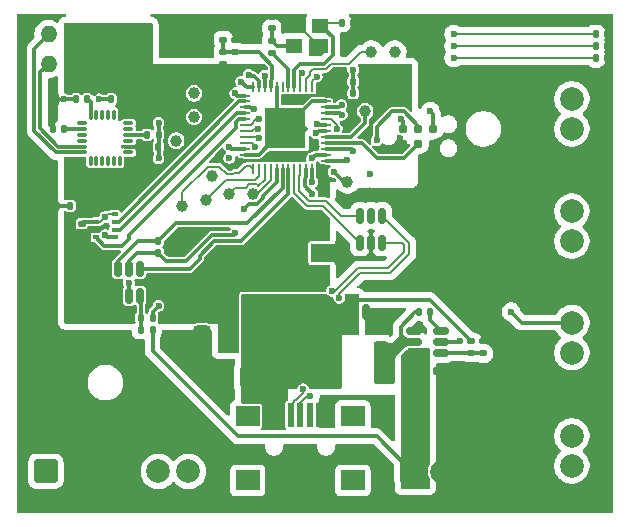
<source format=gbr>
%TF.GenerationSoftware,KiCad,Pcbnew,9.0.1*%
%TF.CreationDate,2025-10-26T21:15:07-04:00*%
%TF.ProjectId,Drone-Flight-Controller,44726f6e-652d-4466-9c69-6768742d436f,rev?*%
%TF.SameCoordinates,Original*%
%TF.FileFunction,Copper,L1,Top*%
%TF.FilePolarity,Positive*%
%FSLAX46Y46*%
G04 Gerber Fmt 4.6, Leading zero omitted, Abs format (unit mm)*
G04 Created by KiCad (PCBNEW 9.0.1) date 2025-10-26 21:15:07*
%MOMM*%
%LPD*%
G01*
G04 APERTURE LIST*
G04 Aperture macros list*
%AMRoundRect*
0 Rectangle with rounded corners*
0 $1 Rounding radius*
0 $2 $3 $4 $5 $6 $7 $8 $9 X,Y pos of 4 corners*
0 Add a 4 corners polygon primitive as box body*
4,1,4,$2,$3,$4,$5,$6,$7,$8,$9,$2,$3,0*
0 Add four circle primitives for the rounded corners*
1,1,$1+$1,$2,$3*
1,1,$1+$1,$4,$5*
1,1,$1+$1,$6,$7*
1,1,$1+$1,$8,$9*
0 Add four rect primitives between the rounded corners*
20,1,$1+$1,$2,$3,$4,$5,0*
20,1,$1+$1,$4,$5,$6,$7,0*
20,1,$1+$1,$6,$7,$8,$9,0*
20,1,$1+$1,$8,$9,$2,$3,0*%
G04 Aperture macros list end*
%TA.AperFunction,SMDPad,CuDef*%
%ADD10RoundRect,0.147500X0.147500X0.172500X-0.147500X0.172500X-0.147500X-0.172500X0.147500X-0.172500X0*%
%TD*%
%TA.AperFunction,SMDPad,CuDef*%
%ADD11C,1.000000*%
%TD*%
%TA.AperFunction,SMDPad,CuDef*%
%ADD12RoundRect,0.165000X-0.165000X-0.475000X0.165000X-0.475000X0.165000X0.475000X-0.165000X0.475000X0*%
%TD*%
%TA.AperFunction,SMDPad,CuDef*%
%ADD13RoundRect,0.140000X-0.140000X-0.170000X0.140000X-0.170000X0.140000X0.170000X-0.140000X0.170000X0*%
%TD*%
%TA.AperFunction,SMDPad,CuDef*%
%ADD14RoundRect,0.140000X0.170000X-0.140000X0.170000X0.140000X-0.170000X0.140000X-0.170000X-0.140000X0*%
%TD*%
%TA.AperFunction,SMDPad,CuDef*%
%ADD15RoundRect,0.140000X0.140000X0.170000X-0.140000X0.170000X-0.140000X-0.170000X0.140000X-0.170000X0*%
%TD*%
%TA.AperFunction,SMDPad,CuDef*%
%ADD16RoundRect,0.135000X0.135000X0.185000X-0.135000X0.185000X-0.135000X-0.185000X0.135000X-0.185000X0*%
%TD*%
%TA.AperFunction,SMDPad,CuDef*%
%ADD17RoundRect,0.135000X-0.135000X-0.185000X0.135000X-0.185000X0.135000X0.185000X-0.135000X0.185000X0*%
%TD*%
%TA.AperFunction,SMDPad,CuDef*%
%ADD18RoundRect,0.135000X0.185000X-0.135000X0.185000X0.135000X-0.185000X0.135000X-0.185000X-0.135000X0*%
%TD*%
%TA.AperFunction,SMDPad,CuDef*%
%ADD19RoundRect,0.135000X-0.185000X0.135000X-0.185000X-0.135000X0.185000X-0.135000X0.185000X0.135000X0*%
%TD*%
%TA.AperFunction,SMDPad,CuDef*%
%ADD20RoundRect,0.062500X-0.062500X0.337500X-0.062500X-0.337500X0.062500X-0.337500X0.062500X0.337500X0*%
%TD*%
%TA.AperFunction,SMDPad,CuDef*%
%ADD21RoundRect,0.062500X-0.337500X0.062500X-0.337500X-0.062500X0.337500X-0.062500X0.337500X0.062500X0*%
%TD*%
%TA.AperFunction,HeatsinkPad*%
%ADD22R,3.500000X3.500000*%
%TD*%
%TA.AperFunction,ComponentPad*%
%ADD23RoundRect,0.250000X-0.750000X-0.750000X0.750000X-0.750000X0.750000X0.750000X-0.750000X0.750000X0*%
%TD*%
%TA.AperFunction,ComponentPad*%
%ADD24C,2.000000*%
%TD*%
%TA.AperFunction,SMDPad,CuDef*%
%ADD25RoundRect,0.250000X0.312500X1.450000X-0.312500X1.450000X-0.312500X-1.450000X0.312500X-1.450000X0*%
%TD*%
%TA.AperFunction,ComponentPad*%
%ADD26RoundRect,0.250000X0.750000X-0.750000X0.750000X0.750000X-0.750000X0.750000X-0.750000X-0.750000X0*%
%TD*%
%TA.AperFunction,SMDPad,CuDef*%
%ADD27RoundRect,0.150000X0.150000X-0.512500X0.150000X0.512500X-0.150000X0.512500X-0.150000X-0.512500X0*%
%TD*%
%TA.AperFunction,SMDPad,CuDef*%
%ADD28RoundRect,0.150000X-0.512500X-0.150000X0.512500X-0.150000X0.512500X0.150000X-0.512500X0.150000X0*%
%TD*%
%TA.AperFunction,ComponentPad*%
%ADD29C,1.400000*%
%TD*%
%TA.AperFunction,ComponentPad*%
%ADD30O,1.400000X1.400000*%
%TD*%
%TA.AperFunction,ConnectorPad*%
%ADD31C,0.787400*%
%TD*%
%TA.AperFunction,SMDPad,CuDef*%
%ADD32R,2.200000X1.600000*%
%TD*%
%TA.AperFunction,SMDPad,CuDef*%
%ADD33R,1.400000X1.200000*%
%TD*%
%TA.AperFunction,SMDPad,CuDef*%
%ADD34RoundRect,0.075000X0.075000X-0.350000X0.075000X0.350000X-0.075000X0.350000X-0.075000X-0.350000X0*%
%TD*%
%TA.AperFunction,SMDPad,CuDef*%
%ADD35RoundRect,0.075000X0.350000X0.075000X-0.350000X0.075000X-0.350000X-0.075000X0.350000X-0.075000X0*%
%TD*%
%TA.AperFunction,SMDPad,CuDef*%
%ADD36R,0.500000X2.000000*%
%TD*%
%TA.AperFunction,SMDPad,CuDef*%
%ADD37R,2.000000X1.700000*%
%TD*%
%TA.AperFunction,SMDPad,CuDef*%
%ADD38C,2.000000*%
%TD*%
%TA.AperFunction,SMDPad,CuDef*%
%ADD39RoundRect,0.147500X0.172500X-0.147500X0.172500X0.147500X-0.172500X0.147500X-0.172500X-0.147500X0*%
%TD*%
%TA.AperFunction,SMDPad,CuDef*%
%ADD40RoundRect,0.375000X0.375000X-0.625000X0.375000X0.625000X-0.375000X0.625000X-0.375000X-0.625000X0*%
%TD*%
%TA.AperFunction,SMDPad,CuDef*%
%ADD41RoundRect,0.500000X1.400000X-0.500000X1.400000X0.500000X-1.400000X0.500000X-1.400000X-0.500000X0*%
%TD*%
%TA.AperFunction,SMDPad,CuDef*%
%ADD42R,0.500000X0.350000*%
%TD*%
%TA.AperFunction,ViaPad*%
%ADD43C,0.600000*%
%TD*%
%TA.AperFunction,Conductor*%
%ADD44C,0.300000*%
%TD*%
%TA.AperFunction,Conductor*%
%ADD45C,1.000000*%
%TD*%
%TA.AperFunction,Conductor*%
%ADD46C,0.200000*%
%TD*%
G04 APERTURE END LIST*
D10*
%TO.P,D2,1,K*%
%TO.N,GND*%
X67485000Y-34000000D03*
%TO.P,D2,2,A*%
%TO.N,+5V*%
X66515000Y-34000000D03*
%TD*%
%TO.P,D3,1,K*%
%TO.N,GND*%
X67485000Y-33000000D03*
%TO.P,D3,2,A*%
%TO.N,LED_STATUS*%
X66515000Y-33000000D03*
%TD*%
%TO.P,D1,1,K*%
%TO.N,GND*%
X67485000Y-35000000D03*
%TO.P,D1,2,A*%
%TO.N,+3.3V*%
X66515000Y-35000000D03*
%TD*%
D11*
%TO.P,TP13,1,1*%
%TO.N,Net-(U3-PC14)*%
X47500000Y-34500000D03*
%TD*%
%TO.P,TP12,1,1*%
%TO.N,Net-(U3-PC13)*%
X49500000Y-34500000D03*
%TD*%
%TO.P,TP11,1,1*%
%TO.N,Net-(U3-PB10)*%
X31000000Y-42000000D03*
%TD*%
%TO.P,TP10,1,1*%
%TO.N,Net-(U3-PB12)*%
X31500000Y-47500000D03*
%TD*%
%TO.P,TP9,1,1*%
%TO.N,Net-(U3-PB13)*%
X33500000Y-47000000D03*
%TD*%
%TO.P,TP8,1,1*%
%TO.N,Net-(U3-PB14)*%
X35500000Y-46500000D03*
%TD*%
%TO.P,TP7,1,1*%
%TO.N,Net-(U3-PB15)*%
X37500000Y-46500000D03*
%TD*%
%TO.P,TP6,1,1*%
%TO.N,Net-(U3-PB5)*%
X47000000Y-39500000D03*
%TD*%
%TO.P,TP5,1,1*%
%TO.N,Net-(U3-PB2)*%
X34000000Y-45000000D03*
%TD*%
%TO.P,TP4,1,1*%
%TO.N,Net-(U3-PB1)*%
X32500000Y-40000000D03*
%TD*%
%TO.P,TP3,1,1*%
%TO.N,Net-(U3-PB0)*%
X32500000Y-38000000D03*
%TD*%
%TO.P,TP2,1,1*%
%TO.N,Net-(U3-PA15)*%
X45500000Y-45500000D03*
%TD*%
D12*
%TO.P,C10,1*%
%TO.N,+5V*%
X45960000Y-56500000D03*
%TO.P,C10,2*%
%TO.N,GND*%
X47040000Y-56500000D03*
%TD*%
D13*
%TO.P,C23,1*%
%TO.N,GND*%
X22020000Y-47500000D03*
%TO.P,C23,2*%
%TO.N,+3.3V*%
X22980000Y-47500000D03*
%TD*%
D14*
%TO.P,C22,1*%
%TO.N,+3.3V*%
X23000000Y-49980000D03*
%TO.P,C22,2*%
%TO.N,GND*%
X23000000Y-49020000D03*
%TD*%
D15*
%TO.P,C7,1*%
%TO.N,Net-(U1-CB)*%
X52480000Y-56500000D03*
%TO.P,C7,2*%
%TO.N,Net-(U1-SW)*%
X51520000Y-56500000D03*
%TD*%
D13*
%TO.P,C2,1*%
%TO.N,+12V*%
X52020000Y-61500000D03*
%TO.P,C2,2*%
%TO.N,GND*%
X52980000Y-61500000D03*
%TD*%
D16*
%TO.P,R7,1*%
%TO.N,+3.3V*%
X30500000Y-51500000D03*
%TO.P,R7,2*%
%TO.N,BATVOLTAGE_SCL*%
X29480000Y-51500000D03*
%TD*%
%TO.P,R6,1*%
%TO.N,+3.3V*%
X30510000Y-50500000D03*
%TO.P,R6,2*%
%TO.N,BATVOLTAGE_SDA*%
X29490000Y-50500000D03*
%TD*%
D17*
%TO.P,R5,1*%
%TO.N,Net-(U5-V_{IN})*%
X27990000Y-57000000D03*
%TO.P,R5,2*%
%TO.N,GND*%
X29010000Y-57000000D03*
%TD*%
D16*
%TO.P,R4,1*%
%TO.N,+12V*%
X29010000Y-58000000D03*
%TO.P,R4,2*%
%TO.N,Net-(U5-V_{IN})*%
X27990000Y-58000000D03*
%TD*%
D18*
%TO.P,R3,1*%
%TO.N,Net-(U1-FB)*%
X57000000Y-60020000D03*
%TO.P,R3,2*%
%TO.N,GND*%
X57000000Y-59000000D03*
%TD*%
D19*
%TO.P,R2,1*%
%TO.N,+5V*%
X56000000Y-58990000D03*
%TO.P,R2,2*%
%TO.N,Net-(U1-FB)*%
X56000000Y-60010000D03*
%TD*%
D15*
%TO.P,C21,1*%
%TO.N,Net-(U6-CPOUT)*%
X21500000Y-41000000D03*
%TO.P,C21,2*%
%TO.N,GND*%
X20540000Y-41000000D03*
%TD*%
D13*
%TO.P,C19,1*%
%TO.N,GND*%
X25500000Y-38500000D03*
%TO.P,C19,2*%
%TO.N,+3.3V*%
X26460000Y-38500000D03*
%TD*%
D15*
%TO.P,C18,1*%
%TO.N,Net-(U6-GND)*%
X23480000Y-38500000D03*
%TO.P,C18,2*%
%TO.N,GND*%
X22520000Y-38500000D03*
%TD*%
%TO.P,C20,1*%
%TO.N,GND*%
X29500000Y-41500000D03*
%TO.P,C20,2*%
%TO.N,Net-(U6-REGOUT)*%
X28540000Y-41500000D03*
%TD*%
D13*
%TO.P,C17,1*%
%TO.N,+3.3V*%
X28520000Y-42500000D03*
%TO.P,C17,2*%
%TO.N,GND*%
X29480000Y-42500000D03*
%TD*%
D20*
%TO.P,U3,1,VBAT*%
%TO.N,+3.3V*%
X43000000Y-37487500D03*
%TO.P,U3,2,PC13*%
%TO.N,Net-(U3-PC13)*%
X42500000Y-37487500D03*
%TO.P,U3,3,PC14*%
%TO.N,Net-(U3-PC14)*%
X42000000Y-37487500D03*
%TO.P,U3,4,PC15*%
%TO.N,LED_STATUS*%
X41500000Y-37487500D03*
%TO.P,U3,5,PH0*%
%TO.N,Net-(U3-PH0)*%
X41000000Y-37487500D03*
%TO.P,U3,6,PH1*%
%TO.N,Net-(U3-PH1)*%
X40500000Y-37487500D03*
%TO.P,U3,7,NRST*%
%TO.N,NRST*%
X40000000Y-37487500D03*
%TO.P,U3,8,VSSA*%
%TO.N,GND*%
X39500000Y-37487500D03*
%TO.P,U3,9,VREF+*%
%TO.N,+3.3VA*%
X39000000Y-37487500D03*
%TO.P,U3,10,PA0*%
%TO.N,PWM_0*%
X38500000Y-37487500D03*
%TO.P,U3,11,PA1*%
%TO.N,PWM_1*%
X38000000Y-37487500D03*
%TO.P,U3,12,PA2*%
%TO.N,PWM_2*%
X37500000Y-37487500D03*
D21*
%TO.P,U3,13,PA3*%
%TO.N,PWM_3*%
X36800000Y-38187500D03*
%TO.P,U3,14,PA4*%
%TO.N,BAROMETER_CSB*%
X36800000Y-38687500D03*
%TO.P,U3,15,PA5*%
%TO.N,BAROMETER_SCK*%
X36800000Y-39187500D03*
%TO.P,U3,16,PA6*%
%TO.N,BAROMETER_SDI*%
X36800000Y-39687500D03*
%TO.P,U3,17,PA7*%
%TO.N,BAROMETER_SDO*%
X36800000Y-40187500D03*
%TO.P,U3,18,PB0*%
%TO.N,Net-(U3-PB0)*%
X36800000Y-40687500D03*
%TO.P,U3,19,PB1*%
%TO.N,Net-(U3-PB1)*%
X36800000Y-41187500D03*
%TO.P,U3,20,PB2*%
%TO.N,Net-(U3-PB2)*%
X36800000Y-41687500D03*
%TO.P,U3,21,PB10*%
%TO.N,Net-(U3-PB10)*%
X36800000Y-42187500D03*
%TO.P,U3,22,VCAP1*%
%TO.N,Net-(U3-VCAP1)*%
X36800000Y-42687500D03*
%TO.P,U3,23,VSS*%
%TO.N,GND*%
X36800000Y-43187500D03*
%TO.P,U3,24,VDD*%
%TO.N,+3.3V*%
X36800000Y-43687500D03*
D20*
%TO.P,U3,25,PB12*%
%TO.N,Net-(U3-PB12)*%
X37500000Y-44387500D03*
%TO.P,U3,26,PB13*%
%TO.N,Net-(U3-PB13)*%
X38000000Y-44387500D03*
%TO.P,U3,27,PB14*%
%TO.N,Net-(U3-PB14)*%
X38500000Y-44387500D03*
%TO.P,U3,28,PB15*%
%TO.N,Net-(U3-PB15)*%
X39000000Y-44387500D03*
%TO.P,U3,29,PA8*%
%TO.N,BATVOLTAGE_SCL*%
X39500000Y-44387500D03*
%TO.P,U3,30,PA9*%
%TO.N,BATVOLTAGE_SDA*%
X40000000Y-44387500D03*
%TO.P,U3,31,PA10*%
%TO.N,BATVOLTAGE_ADDR*%
X40500000Y-44387500D03*
%TO.P,U3,32,PA11*%
%TO.N,USB_D-*%
X41000000Y-44387500D03*
%TO.P,U3,33,PA12*%
%TO.N,USB_D+*%
X41500000Y-44387500D03*
%TO.P,U3,34,PA13*%
%TO.N,SWDIO*%
X42000000Y-44387500D03*
%TO.P,U3,35,VSS*%
%TO.N,GND*%
X42500000Y-44387500D03*
%TO.P,U3,36,VDD*%
%TO.N,+3.3V*%
X43000000Y-44387500D03*
D21*
%TO.P,U3,37,PA14*%
%TO.N,SWCLK*%
X43700000Y-43687500D03*
%TO.P,U3,38,PA15*%
%TO.N,Net-(U3-PA15)*%
X43700000Y-43187500D03*
%TO.P,U3,39,PB3*%
%TO.N,SWO*%
X43700000Y-42687500D03*
%TO.P,U3,40,PB4*%
%TO.N,JTRST*%
X43700000Y-42187500D03*
%TO.P,U3,41,PB5*%
%TO.N,Net-(U3-PB5)*%
X43700000Y-41687500D03*
%TO.P,U3,42,PB6*%
%TO.N,UART_TX*%
X43700000Y-41187500D03*
%TO.P,U3,43,PB7*%
%TO.N,UART_RX*%
X43700000Y-40687500D03*
%TO.P,U3,44,BOOT0*%
%TO.N,BOOT0*%
X43700000Y-40187500D03*
%TO.P,U3,45,PB8*%
%TO.N,IMU_SCL*%
X43700000Y-39687500D03*
%TO.P,U3,46,PB9*%
%TO.N,IMU_SDA*%
X43700000Y-39187500D03*
%TO.P,U3,47,VSS*%
%TO.N,GND*%
X43700000Y-38687500D03*
%TO.P,U3,48,VDD*%
%TO.N,+3.3V*%
X43700000Y-38187500D03*
D22*
%TO.P,U3,49,VSS*%
%TO.N,GND*%
X40250000Y-40937500D03*
%TD*%
D23*
%TO.P,J7,1,Pin_1*%
%TO.N,+5V*%
X19960000Y-70000000D03*
D24*
%TO.P,J7,2,Pin_2*%
%TO.N,GND*%
X22500000Y-70000000D03*
%TD*%
D25*
%TO.P,L1,1,1*%
%TO.N,Net-(U1-SW)*%
X48387500Y-60820000D03*
%TO.P,L1,2,2*%
%TO.N,+5V*%
X44112500Y-60820000D03*
%TD*%
D26*
%TO.P,J3,1,Pin_1*%
%TO.N,GND*%
X64500000Y-72080000D03*
D24*
%TO.P,J3,2,Pin_2*%
%TO.N,+5V*%
X64500000Y-69540000D03*
%TO.P,J3,3,Pin_3*%
%TO.N,PWM_0*%
X64500000Y-67000000D03*
%TD*%
D27*
%TO.P,U4,1,I/O1*%
%TO.N,USB_D-*%
X46550000Y-50637500D03*
%TO.P,U4,2,GND*%
%TO.N,GND*%
X47500000Y-50637500D03*
%TO.P,U4,3,I/O2*%
%TO.N,USB_CONN_D-*%
X48450000Y-50637500D03*
%TO.P,U4,4,I/O2*%
%TO.N,USB_CONN_D+*%
X48450000Y-48362500D03*
%TO.P,U4,5,VBUS*%
%TO.N,+5V*%
X47500000Y-48362500D03*
%TO.P,U4,6,I/O1*%
%TO.N,USB_D+*%
X46550000Y-48362500D03*
%TD*%
D28*
%TO.P,U1,1,GND*%
%TO.N,GND*%
X51112500Y-58120000D03*
%TO.P,U1,2,SW*%
%TO.N,Net-(U1-SW)*%
X51112500Y-59070000D03*
%TO.P,U1,3,VIN*%
%TO.N,+12V*%
X51112500Y-60020000D03*
%TO.P,U1,4,FB*%
%TO.N,Net-(U1-FB)*%
X53387500Y-60020000D03*
%TO.P,U1,5,EN*%
%TO.N,+12V*%
X53387500Y-59070000D03*
%TO.P,U1,6,CB*%
%TO.N,Net-(U1-CB)*%
X53387500Y-58120000D03*
%TD*%
D29*
%TO.P,R9,1*%
%TO.N,+3.3V*%
X27810000Y-33000000D03*
D30*
%TO.P,R9,2*%
%TO.N,IMU_SDA*%
X20190000Y-33000000D03*
%TD*%
D26*
%TO.P,J4,1,Pin_1*%
%TO.N,GND*%
X64500000Y-62500000D03*
D24*
%TO.P,J4,2,Pin_2*%
%TO.N,+5V*%
X64500000Y-59960000D03*
%TO.P,J4,3,Pin_3*%
%TO.N,PWM_1*%
X64500000Y-57420000D03*
%TD*%
D31*
%TO.P,J10,1,VCC*%
%TO.N,+3.3V*%
X50230000Y-42270000D03*
%TO.P,J10,2,SWDIO*%
%TO.N,SWDIO*%
X50230000Y-41000000D03*
%TO.P,J10,3,~{RESET}*%
%TO.N,JTRST*%
X51500000Y-42270000D03*
%TO.P,J10,4,SWCLK*%
%TO.N,SWCLK*%
X51500000Y-41000000D03*
%TO.P,J10,5,GND*%
%TO.N,GND*%
X52770000Y-42270000D03*
%TO.P,J10,6,SWO*%
%TO.N,SWO*%
X52770000Y-41000000D03*
%TD*%
D32*
%TO.P,C6,1*%
%TO.N,+3.3V*%
X40500000Y-51500000D03*
%TO.P,C6,2*%
%TO.N,GND*%
X43500000Y-51500000D03*
%TD*%
D33*
%TO.P,Y1,1,1*%
%TO.N,Net-(U3-PH0)*%
X43200000Y-32300000D03*
%TO.P,Y1,2,2*%
%TO.N,GND*%
X41000000Y-32300000D03*
%TO.P,Y1,3,3*%
%TO.N,Net-(C3-Pad1)*%
X41000000Y-34000000D03*
%TO.P,Y1,4,4*%
%TO.N,GND*%
X43200000Y-34000000D03*
%TD*%
D34*
%TO.P,U6,1,CLKIN*%
%TO.N,unconnected-(U6-CLKIN-Pad1)*%
X23750000Y-43700000D03*
%TO.P,U6,2,NC*%
%TO.N,unconnected-(U6-NC-Pad2)*%
X24250000Y-43700000D03*
%TO.P,U6,3,NC*%
%TO.N,unconnected-(U6-NC-Pad3)*%
X24750000Y-43700000D03*
%TO.P,U6,4,NC*%
%TO.N,unconnected-(U6-NC-Pad4)*%
X25250000Y-43700000D03*
%TO.P,U6,5,NC*%
%TO.N,unconnected-(U6-NC-Pad5)*%
X25750000Y-43700000D03*
%TO.P,U6,6,AUX_DA*%
%TO.N,unconnected-(U6-AUX_DA-Pad6)*%
X26250000Y-43700000D03*
D35*
%TO.P,U6,7,AUX_CL*%
%TO.N,unconnected-(U6-AUX_CL-Pad7)*%
X26950000Y-43000000D03*
%TO.P,U6,8,VLOGIC*%
%TO.N,+3.3V*%
X26950000Y-42500000D03*
%TO.P,U6,9,AD0*%
%TO.N,IMU_ADDR*%
X26950000Y-42000000D03*
%TO.P,U6,10,REGOUT*%
%TO.N,Net-(U6-REGOUT)*%
X26950000Y-41500000D03*
%TO.P,U6,11,FSYNC*%
%TO.N,unconnected-(U6-FSYNC-Pad11)*%
X26950000Y-41000000D03*
%TO.P,U6,12,INT*%
%TO.N,unconnected-(U6-INT-Pad12)*%
X26950000Y-40500000D03*
D34*
%TO.P,U6,13,VDD*%
%TO.N,+3.3V*%
X26250000Y-39800000D03*
%TO.P,U6,14,NC*%
%TO.N,unconnected-(U6-NC-Pad14)*%
X25750000Y-39800000D03*
%TO.P,U6,15,NC*%
%TO.N,unconnected-(U6-NC-Pad15)*%
X25250000Y-39800000D03*
%TO.P,U6,16,NC*%
%TO.N,unconnected-(U6-NC-Pad16)*%
X24750000Y-39800000D03*
%TO.P,U6,17,NC*%
%TO.N,unconnected-(U6-NC-Pad17)*%
X24250000Y-39800000D03*
%TO.P,U6,18,GND*%
%TO.N,Net-(U6-GND)*%
X23750000Y-39800000D03*
D35*
%TO.P,U6,19,RESV*%
%TO.N,unconnected-(U6-RESV-Pad19)*%
X23050000Y-40500000D03*
%TO.P,U6,20,CPOUT*%
%TO.N,Net-(U6-CPOUT)*%
X23050000Y-41000000D03*
%TO.P,U6,21,RESV*%
%TO.N,unconnected-(U6-RESV-Pad21)*%
X23050000Y-41500000D03*
%TO.P,U6,22,RESV*%
%TO.N,unconnected-(U6-RESV-Pad22)*%
X23050000Y-42000000D03*
%TO.P,U6,23,SCL*%
%TO.N,IMU_SCL*%
X23050000Y-42500000D03*
%TO.P,U6,24,SDA*%
%TO.N,IMU_SDA*%
X23050000Y-43000000D03*
%TD*%
D27*
%TO.P,U5,1,V_{A}*%
%TO.N,+3.3V*%
X26050000Y-55137500D03*
%TO.P,U5,2,GND*%
%TO.N,GND*%
X27000000Y-55137500D03*
%TO.P,U5,3,V_{IN}*%
%TO.N,Net-(U5-V_{IN})*%
X27950000Y-55137500D03*
%TO.P,U5,4,ADDR*%
%TO.N,BATVOLTAGE_ADDR*%
X27950000Y-52862500D03*
%TO.P,U5,5,SCL*%
%TO.N,BATVOLTAGE_SCL*%
X27000000Y-52862500D03*
%TO.P,U5,6,SDA*%
%TO.N,BATVOLTAGE_SDA*%
X26050000Y-52862500D03*
%TD*%
D36*
%TO.P,J2,1,VBUS*%
%TO.N,+5V*%
X39900000Y-65225000D03*
%TO.P,J2,2,D-*%
%TO.N,USB_CONN_D-*%
X40700000Y-65225000D03*
%TO.P,J2,3,D+*%
%TO.N,USB_CONN_D+*%
X41500000Y-65225000D03*
%TO.P,J2,4,ID*%
%TO.N,unconnected-(J2-ID-Pad4)*%
X42300000Y-65225000D03*
%TO.P,J2,5,GND*%
%TO.N,GND*%
X43100000Y-65225000D03*
D37*
%TO.P,J2,6,Shield*%
%TO.N,unconnected-(J2-Shield-Pad6)_2*%
X37050000Y-65325000D03*
%TO.N,unconnected-(J2-Shield-Pad6)_1*%
X37050000Y-70775000D03*
%TO.N,unconnected-(J2-Shield-Pad6)*%
X45950000Y-65325000D03*
%TO.N,unconnected-(J2-Shield-Pad6)_3*%
X45950000Y-70775000D03*
%TD*%
D13*
%TO.P,C11,1*%
%TO.N,+3.3V*%
X45020000Y-38000000D03*
%TO.P,C11,2*%
%TO.N,GND*%
X45980000Y-38000000D03*
%TD*%
D29*
%TO.P,R8,1*%
%TO.N,+3.3V*%
X27810000Y-35500000D03*
D30*
%TO.P,R8,2*%
%TO.N,IMU_SCL*%
X20190000Y-35500000D03*
%TD*%
D18*
%TO.P,R1,1*%
%TO.N,Net-(U3-PH1)*%
X39100000Y-34550000D03*
%TO.P,R1,2*%
%TO.N,Net-(C3-Pad1)*%
X39100000Y-33530000D03*
%TD*%
D38*
%TO.P,TP1,1,1*%
%TO.N,+5V*%
X41750000Y-56500000D03*
%TD*%
D39*
%TO.P,L2,1*%
%TO.N,+3.3V*%
X35000000Y-35485000D03*
%TO.P,L2,2*%
%TO.N,+3.3VA*%
X35000000Y-34515000D03*
%TD*%
D14*
%TO.P,C15,1*%
%TO.N,+3.3VA*%
X35000000Y-33465000D03*
%TO.P,C15,2*%
%TO.N,GND*%
X35000000Y-32505000D03*
%TD*%
D32*
%TO.P,C4,1*%
%TO.N,+5V*%
X37500000Y-62000000D03*
%TO.P,C4,2*%
%TO.N,GND*%
X34500000Y-62000000D03*
%TD*%
D26*
%TO.P,J5,1,Pin_1*%
%TO.N,GND*%
X64500000Y-53045000D03*
D24*
%TO.P,J5,2,Pin_2*%
%TO.N,+5V*%
X64500000Y-50505000D03*
%TO.P,J5,3,Pin_3*%
%TO.N,PWM_2*%
X64500000Y-47965000D03*
%TD*%
D23*
%TO.P,J1,1,Pin_1*%
%TO.N,+12V*%
X50975000Y-70037500D03*
D24*
%TO.P,J1,2,Pin_2*%
%TO.N,GND*%
X53515000Y-70037500D03*
%TD*%
D26*
%TO.P,J6,1,Pin_1*%
%TO.N,GND*%
X64500000Y-43540000D03*
D24*
%TO.P,J6,2,Pin_2*%
%TO.N,+5V*%
X64500000Y-41000000D03*
%TO.P,J6,3,Pin_3*%
%TO.N,PWM_3*%
X64500000Y-38460000D03*
%TD*%
D40*
%TO.P,U2,1,GND*%
%TO.N,GND*%
X33200000Y-58650000D03*
%TO.P,U2,2,VO*%
%TO.N,+3.3V*%
X35500000Y-58650000D03*
D41*
X35500000Y-52350000D03*
D40*
%TO.P,U2,3,VI*%
%TO.N,+5V*%
X37800000Y-58650000D03*
%TD*%
D14*
%TO.P,C3,1*%
%TO.N,Net-(C3-Pad1)*%
X39100000Y-32500000D03*
%TO.P,C3,2*%
%TO.N,GND*%
X39100000Y-31540000D03*
%TD*%
%TO.P,C16,1*%
%TO.N,+3.3VA*%
X36000000Y-34480000D03*
%TO.P,C16,2*%
%TO.N,GND*%
X36000000Y-33520000D03*
%TD*%
D42*
%TO.P,U7,1,GND*%
%TO.N,GND*%
X25800000Y-48230000D03*
%TO.P,U7,2,CSB*%
%TO.N,BAROMETER_CSB*%
X25800000Y-48880000D03*
%TO.P,U7,3,SDI*%
%TO.N,BAROMETER_SDI*%
X25800000Y-49530000D03*
%TO.P,U7,4,SCK*%
%TO.N,BAROMETER_SCK*%
X25800000Y-50180000D03*
%TO.P,U7,5,SDO*%
%TO.N,BAROMETER_SDO*%
X24200000Y-50180000D03*
%TO.P,U7,6,VDDIO*%
%TO.N,+3.3V*%
X24200000Y-49530000D03*
%TO.P,U7,7,GND*%
%TO.N,GND*%
X24200000Y-48880000D03*
%TO.P,U7,8,VDD*%
%TO.N,+3.3V*%
X24200000Y-48230000D03*
%TD*%
D13*
%TO.P,C1,1*%
%TO.N,Net-(U3-PH0)*%
X45000000Y-32000000D03*
%TO.P,C1,2*%
%TO.N,GND*%
X45960000Y-32000000D03*
%TD*%
%TO.P,C9,1*%
%TO.N,+3.3V*%
X45020000Y-37000000D03*
%TO.P,C9,2*%
%TO.N,GND*%
X45980000Y-37000000D03*
%TD*%
D23*
%TO.P,J8,1,Pin_1*%
%TO.N,GND*%
X26955000Y-70000000D03*
D24*
%TO.P,J8,2,Pin_2*%
%TO.N,UART_RX*%
X29495000Y-70000000D03*
%TO.P,J8,3,Pin_3*%
%TO.N,UART_TX*%
X32035000Y-70000000D03*
%TD*%
D43*
%TO.N,GND*%
X40250000Y-40937500D03*
X62500000Y-49500000D03*
X60000000Y-37500000D03*
X32000000Y-32500000D03*
X18000000Y-32000000D03*
X19000000Y-47000000D03*
X19000000Y-58000000D03*
X30500000Y-64000000D03*
X55000000Y-51500000D03*
X58000000Y-58000000D03*
X48500000Y-56500000D03*
X49000000Y-54500000D03*
X50000000Y-46500000D03*
X57500000Y-45500000D03*
X52500000Y-34500000D03*
X47500000Y-32000000D03*
X56500000Y-58000000D03*
%TO.N,PWM_1*%
X59350000Y-56500000D03*
%TO.N,+3.3V*%
X54500000Y-35000000D03*
%TO.N,+5V*%
X54500000Y-34000000D03*
%TO.N,LED_STATUS*%
X41687238Y-36236500D03*
X54500000Y-33000000D03*
%TO.N,+3.3V*%
X46000000Y-40500000D03*
%TO.N,BOOT0*%
X44582210Y-40982448D03*
%TO.N,GND*%
X35497067Y-43462424D03*
%TO.N,Net-(U3-PC13)*%
X49500000Y-34500000D03*
X42884658Y-36589685D03*
%TO.N,Net-(U3-PB0)*%
X32500000Y-38150000D03*
X37999998Y-40210418D03*
%TO.N,Net-(U3-PB1)*%
X37899899Y-41004133D03*
X32500000Y-40000000D03*
%TO.N,Net-(U3-PB10)*%
X31000000Y-42000000D03*
X37695175Y-42537500D03*
%TO.N,Net-(U3-PB2)*%
X38000001Y-41797848D03*
X34000000Y-45000000D03*
%TO.N,Net-(U3-PA15)*%
X42498968Y-43487500D03*
X44358398Y-44656414D03*
%TO.N,+3.3V*%
X31350000Y-51500000D03*
X31350000Y-53512500D03*
%TO.N,+12V*%
X52000000Y-62500000D03*
X55000000Y-59000000D03*
%TO.N,+3.3V*%
X35559329Y-44260000D03*
X35000000Y-37000000D03*
X44886779Y-37198000D03*
%TO.N,GND*%
X47370607Y-44815403D03*
%TO.N,+3.3V*%
X43500000Y-48500000D03*
%TO.N,SWCLK*%
X47969184Y-41968072D03*
%TO.N,SWDIO*%
X50000000Y-40150000D03*
%TO.N,GND*%
X29500000Y-56000000D03*
%TO.N,BATVOLTAGE_SCL*%
X36750000Y-47750000D03*
X36000000Y-49850000D03*
%TO.N,GND*%
X21000000Y-47500000D03*
%TO.N,BAROMETER_SCK*%
X25000000Y-50000000D03*
X37597521Y-39300999D03*
%TO.N,GND*%
X47500000Y-50637500D03*
%TO.N,+5V*%
X47500000Y-48362500D03*
%TO.N,USB_CONN_D-*%
X41751021Y-63050008D03*
%TO.N,USB_CONN_D+*%
X42352063Y-63651050D03*
%TO.N,USB_CONN_D-*%
X44199479Y-54699479D03*
%TO.N,USB_CONN_D+*%
X44800521Y-55300521D03*
%TO.N,UART_RX*%
X42891886Y-40558147D03*
%TO.N,UART_TX*%
X42848644Y-41393272D03*
%TO.N,GND*%
X51112500Y-58120000D03*
X34500000Y-62000000D03*
X33200000Y-58650000D03*
X20500000Y-40000000D03*
X29500000Y-40500000D03*
X29500000Y-43500000D03*
X24500000Y-38500000D03*
X21500000Y-38500000D03*
%TO.N,IMU_SCL*%
X45002764Y-39809031D03*
%TO.N,IMU_SDA*%
X45000000Y-39000000D03*
%TO.N,SWDIO*%
X42500000Y-46500000D03*
%TO.N,SWO*%
X46000000Y-42837500D03*
X52500000Y-39500000D03*
%TO.N,SWCLK*%
X45495020Y-43664403D03*
%TO.N,GND*%
X46000000Y-36000000D03*
%TO.N,+5V*%
X39900000Y-65225000D03*
%TO.N,GND*%
X43100000Y-65225000D03*
%TO.N,PWM_3*%
X36000000Y-38000000D03*
%TO.N,PWM_2*%
X36500000Y-37000000D03*
%TO.N,PWM_1*%
X37150000Y-36434313D03*
%TO.N,PWM_0*%
X38500000Y-36500000D03*
%TO.N,GND*%
X27000000Y-54025000D03*
X42520000Y-45500000D03*
X24978500Y-48478500D03*
%TO.N,+3.3V*%
X43480000Y-45500000D03*
%TO.N,+5V*%
X42500000Y-59750000D03*
X41750000Y-60500000D03*
X41000000Y-59750000D03*
X40000000Y-60500000D03*
X41750000Y-59000000D03*
X40000000Y-62000000D03*
X40000000Y-63500000D03*
X43000000Y-62000000D03*
X41750000Y-62000000D03*
X42500000Y-61250000D03*
X43000000Y-59000000D03*
X40000000Y-59000000D03*
X41000000Y-61250000D03*
%TO.N,Net-(U3-VCAP1)*%
X35500000Y-42520000D03*
%TO.N,+3.3V*%
X49000000Y-42850000D03*
%TD*%
D44*
%TO.N,GND*%
X42500000Y-38687500D02*
X40250000Y-40937500D01*
D45*
%TO.N,Net-(U1-SW)*%
X50137500Y-59070000D02*
X50192348Y-59070000D01*
X48387500Y-60820000D02*
X50137500Y-59070000D01*
D46*
%TO.N,Net-(U3-PH0)*%
X45000000Y-32000000D02*
X43500000Y-32000000D01*
X43500000Y-32000000D02*
X43200000Y-32300000D01*
%TO.N,+3.3V*%
X54500000Y-35000000D02*
X66515000Y-35000000D01*
%TO.N,+5V*%
X66515000Y-34000000D02*
X54500000Y-34000000D01*
%TO.N,LED_STATUS*%
X54500000Y-33000000D02*
X66515000Y-33000000D01*
D44*
%TO.N,PWM_1*%
X60270000Y-57420000D02*
X64500000Y-57420000D01*
X59350000Y-56500000D02*
X60270000Y-57420000D01*
D46*
%TO.N,GND*%
X43100000Y-34000000D02*
X41400000Y-32300000D01*
X43200000Y-34000000D02*
X43100000Y-34000000D01*
X41400000Y-32300000D02*
X41000000Y-32300000D01*
%TO.N,LED_STATUS*%
X41500000Y-36423738D02*
X41687238Y-36236500D01*
X41500000Y-37487500D02*
X41500000Y-36423738D01*
%TO.N,+3.3V*%
X46000000Y-40500000D02*
X46000000Y-38980000D01*
X46000000Y-38980000D02*
X45020000Y-38000000D01*
%TO.N,BOOT0*%
X44582210Y-40653912D02*
X44582210Y-40982448D01*
X44115798Y-40187500D02*
X44582210Y-40653912D01*
X43700000Y-40187500D02*
X44115798Y-40187500D01*
%TO.N,Net-(U3-PC13)*%
X42500000Y-36974343D02*
X42884658Y-36589685D01*
X42500000Y-37487500D02*
X42500000Y-36974343D01*
%TO.N,Net-(U3-PC14)*%
X42000000Y-36787810D02*
X42000000Y-37487500D01*
X42146097Y-36641713D02*
X42000000Y-36787810D01*
X42146097Y-36623086D02*
X42146097Y-36641713D01*
X42296097Y-36473086D02*
X42146097Y-36623086D01*
X42548971Y-35951000D02*
X42296097Y-36203874D01*
X43686810Y-35951000D02*
X42548971Y-35951000D01*
X46650057Y-34500000D02*
X45650057Y-35500000D01*
X45650057Y-35500000D02*
X44137810Y-35500000D01*
X42296097Y-36203874D02*
X42296097Y-36473086D01*
X47500000Y-34500000D02*
X46650057Y-34500000D01*
X44137810Y-35500000D02*
X43686810Y-35951000D01*
D44*
%TO.N,+3.3V*%
X44886779Y-37198000D02*
X43289500Y-37198000D01*
X43289500Y-37198000D02*
X43000000Y-37487500D01*
D46*
%TO.N,Net-(U3-PB0)*%
X37792128Y-40210418D02*
X37999998Y-40210418D01*
X37315046Y-40687500D02*
X37792128Y-40210418D01*
X36800000Y-40687500D02*
X37315046Y-40687500D01*
D44*
%TO.N,BAROMETER_SCK*%
X37400009Y-39300999D02*
X37286510Y-39187500D01*
X37597521Y-39300999D02*
X37400009Y-39300999D01*
X37286510Y-39187500D02*
X36800000Y-39187500D01*
D46*
%TO.N,Net-(U3-PB1)*%
X37382146Y-41187500D02*
X36800000Y-41187500D01*
X37565513Y-41004133D02*
X37382146Y-41187500D01*
X37899899Y-41004133D02*
X37565513Y-41004133D01*
%TO.N,Net-(U3-PB2)*%
X37955567Y-41687500D02*
X36800000Y-41687500D01*
X38000001Y-41731934D02*
X37955567Y-41687500D01*
X38000001Y-41797848D02*
X38000001Y-41731934D01*
%TO.N,Net-(U3-PB10)*%
X37400864Y-42187500D02*
X36800000Y-42187500D01*
X37693015Y-42479651D02*
X37400864Y-42187500D01*
X37695175Y-42537500D02*
X37693015Y-42535340D01*
X37693015Y-42535340D02*
X37693015Y-42479651D01*
%TO.N,Net-(U3-PB12)*%
X33668214Y-44199000D02*
X31500000Y-46367214D01*
X35310386Y-44861000D02*
X34648386Y-44199000D01*
X35808272Y-44861000D02*
X35310386Y-44861000D01*
X34648386Y-44199000D02*
X33668214Y-44199000D01*
X36299050Y-44711000D02*
X35958272Y-44711000D01*
X35958272Y-44711000D02*
X35808272Y-44861000D01*
X36986810Y-44138500D02*
X36871550Y-44138500D01*
X37011810Y-44113500D02*
X36986810Y-44138500D01*
X37226000Y-44113500D02*
X37011810Y-44113500D01*
X36871550Y-44138500D02*
X36299050Y-44711000D01*
X31500000Y-46367214D02*
X31500000Y-47500000D01*
X37500000Y-44387500D02*
X37226000Y-44113500D01*
%TO.N,Net-(U3-PB13)*%
X35202000Y-45298000D02*
X33500000Y-47000000D01*
X37702000Y-45298000D02*
X35202000Y-45298000D01*
X38000000Y-45000000D02*
X37702000Y-45298000D01*
X38000000Y-44387500D02*
X38000000Y-45000000D01*
%TO.N,Net-(U3-PB14)*%
X37831786Y-45699000D02*
X37963938Y-45831152D01*
X36867214Y-46000000D02*
X37168214Y-45699000D01*
X37963938Y-45831152D02*
X38500000Y-45295090D01*
X36000000Y-46000000D02*
X36867214Y-46000000D01*
X37168214Y-45699000D02*
X37831786Y-45699000D01*
X35500000Y-46500000D02*
X36000000Y-46000000D01*
X38500000Y-45295090D02*
X38500000Y-44387500D01*
%TO.N,Net-(U3-PB15)*%
X37900000Y-46462190D02*
X39000000Y-45362190D01*
X39000000Y-45362190D02*
X39000000Y-44387500D01*
X37900000Y-46500000D02*
X37900000Y-46462190D01*
X37500000Y-46500000D02*
X37900000Y-46500000D01*
D44*
%TO.N,BATVOLTAGE_SCL*%
X38351000Y-46852496D02*
X38351000Y-46649000D01*
X38351000Y-46649000D02*
X39500000Y-45500000D01*
X37852496Y-47351000D02*
X38351000Y-46852496D01*
X39500000Y-45500000D02*
X39500000Y-44387500D01*
X37149000Y-47351000D02*
X37852496Y-47351000D01*
X36750000Y-47750000D02*
X37149000Y-47351000D01*
%TO.N,+3.3V*%
X35559329Y-44260000D02*
X36112240Y-44260000D01*
X36684740Y-43687500D02*
X36800000Y-43687500D01*
X36112240Y-44260000D02*
X36684740Y-43687500D01*
%TO.N,Net-(U3-PB5)*%
X45812500Y-41687500D02*
X43700000Y-41687500D01*
X47000000Y-40500000D02*
X45812500Y-41687500D01*
X47000000Y-39500000D02*
X47000000Y-40500000D01*
%TO.N,Net-(U3-PA15)*%
X42798968Y-43187500D02*
X42498968Y-43487500D01*
X43700000Y-43187500D02*
X42798968Y-43187500D01*
X45201984Y-45500000D02*
X44358398Y-44656414D01*
X45500000Y-45500000D02*
X45201984Y-45500000D01*
%TO.N,+3.3V*%
X30500000Y-51500000D02*
X31350000Y-51500000D01*
%TO.N,+12V*%
X54930000Y-59070000D02*
X55000000Y-59000000D01*
X53387500Y-59070000D02*
X54930000Y-59070000D01*
%TO.N,+5V*%
X45960000Y-55860001D02*
X45960000Y-56500000D01*
X52519000Y-55509000D02*
X46311001Y-55509000D01*
X56000000Y-58990000D02*
X52519000Y-55509000D01*
X46311001Y-55509000D02*
X45960000Y-55860001D01*
%TO.N,Net-(U1-FB)*%
X57000000Y-60020000D02*
X53387500Y-60020000D01*
%TO.N,Net-(U1-CB)*%
X52480000Y-56500000D02*
X52480000Y-57212500D01*
X52480000Y-57212500D02*
X53387500Y-58120000D01*
%TO.N,Net-(U1-SW)*%
X50000000Y-57740001D02*
X50000000Y-58500000D01*
X50000000Y-58500000D02*
X50570000Y-59070000D01*
X51240001Y-56500000D02*
X50000000Y-57740001D01*
X51520000Y-56500000D02*
X51240001Y-56500000D01*
X50570000Y-59070000D02*
X51112500Y-59070000D01*
%TO.N,SWCLK*%
X49292479Y-39499000D02*
X47969184Y-40822295D01*
X47969184Y-40822295D02*
X47969184Y-41968072D01*
X50269654Y-39499000D02*
X49292479Y-39499000D01*
X51500000Y-40729346D02*
X50269654Y-39499000D01*
X51500000Y-41000000D02*
X51500000Y-40729346D01*
%TO.N,SWDIO*%
X50230000Y-40380000D02*
X50000000Y-40150000D01*
X50230000Y-41000000D02*
X50230000Y-40380000D01*
%TO.N,+12V*%
X29010000Y-59837000D02*
X36197000Y-67024000D01*
X29010000Y-58000000D02*
X29010000Y-59837000D01*
X36197000Y-67024000D02*
X47961500Y-67024000D01*
X47961500Y-67024000D02*
X50975000Y-70037500D01*
%TO.N,GND*%
X29010000Y-56490000D02*
X29500000Y-56000000D01*
X29010000Y-57000000D02*
X29010000Y-56490000D01*
%TO.N,Net-(U5-V_{IN})*%
X27990000Y-55177500D02*
X27950000Y-55137500D01*
X27990000Y-58000000D02*
X27990000Y-55177500D01*
%TO.N,BATVOLTAGE_SDA*%
X30990000Y-49000000D02*
X29490000Y-50500000D01*
X37000000Y-49000000D02*
X30990000Y-49000000D01*
X40000000Y-46000000D02*
X37000000Y-49000000D01*
X40000000Y-44387500D02*
X40000000Y-46000000D01*
%TO.N,BATVOLTAGE_SCL*%
X35850000Y-50000000D02*
X36000000Y-49850000D01*
X35500000Y-50000000D02*
X35850000Y-50000000D01*
X34000000Y-50000000D02*
X35500000Y-50000000D01*
X33500000Y-50500000D02*
X34000000Y-50000000D01*
X29480000Y-51500000D02*
X30151000Y-52171000D01*
X30151000Y-52171000D02*
X31829000Y-52171000D01*
X31829000Y-52171000D02*
X33500000Y-50500000D01*
%TO.N,BATVOLTAGE_ADDR*%
X40500000Y-46500000D02*
X40500000Y-44387500D01*
X34239232Y-50500000D02*
X36500000Y-50500000D01*
X33000000Y-52000000D02*
X33000000Y-51739232D01*
X32137500Y-52862500D02*
X33000000Y-52000000D01*
X36500000Y-50500000D02*
X40500000Y-46500000D01*
X33000000Y-51739232D02*
X34239232Y-50500000D01*
X27950000Y-52862500D02*
X32137500Y-52862500D01*
%TO.N,BATVOLTAGE_SDA*%
X27750001Y-50500000D02*
X26050000Y-52200001D01*
X26050000Y-52200001D02*
X26050000Y-52862500D01*
X29490000Y-50500000D02*
X27750001Y-50500000D01*
%TO.N,BATVOLTAGE_SCL*%
X27700001Y-51500000D02*
X29480000Y-51500000D01*
X27000000Y-52200001D02*
X27700001Y-51500000D01*
X27000000Y-52862500D02*
X27000000Y-52200001D01*
%TO.N,GND*%
X22020000Y-47500000D02*
X21000000Y-47500000D01*
%TO.N,+3.3V*%
X23470000Y-47500000D02*
X24200000Y-48230000D01*
X22980000Y-47500000D02*
X23470000Y-47500000D01*
%TO.N,GND*%
X23140000Y-48880000D02*
X24200000Y-48880000D01*
X23000000Y-49020000D02*
X23140000Y-48880000D01*
%TO.N,+3.3V*%
X23759999Y-49530000D02*
X24200000Y-49530000D01*
X23309999Y-49980000D02*
X23759999Y-49530000D01*
X23000000Y-49980000D02*
X23309999Y-49980000D01*
%TO.N,GND*%
X38000000Y-43187500D02*
X40250000Y-40937500D01*
X36800000Y-43187500D02*
X38000000Y-43187500D01*
X43700000Y-38687500D02*
X42500000Y-38687500D01*
X39500000Y-40187500D02*
X40250000Y-40937500D01*
X39500000Y-37487500D02*
X39500000Y-40187500D01*
%TO.N,+3.3VA*%
X39000000Y-36920654D02*
X39000000Y-37500000D01*
X39151000Y-35651000D02*
X39151000Y-36769654D01*
X37980000Y-34480000D02*
X39151000Y-35651000D01*
X36000000Y-34480000D02*
X37980000Y-34480000D01*
X39151000Y-36769654D02*
X39000000Y-36920654D01*
%TO.N,BAROMETER_SDO*%
X26395740Y-50895740D02*
X24915740Y-50895740D01*
X27000000Y-50291480D02*
X26395740Y-50895740D01*
X36049000Y-40451990D02*
X36049000Y-40923010D01*
X36062995Y-40937005D02*
X27000000Y-50000000D01*
X36289490Y-40211500D02*
X36049000Y-40451990D01*
X36049000Y-40923010D02*
X36062995Y-40937005D01*
X27000000Y-50000000D02*
X27000000Y-50291480D01*
X24915740Y-50895740D02*
X24200000Y-50180000D01*
X36788500Y-40211500D02*
X36289490Y-40211500D01*
X36800000Y-40200000D02*
X36788500Y-40211500D01*
X36800000Y-40187500D02*
X36800000Y-40200000D01*
%TO.N,BAROMETER_CSB*%
X36313490Y-38687500D02*
X36800000Y-38687500D01*
X25800000Y-48880000D02*
X26120990Y-48880000D01*
X26120990Y-48880000D02*
X36313490Y-38687500D01*
%TO.N,BAROMETER_SCK*%
X25180000Y-50180000D02*
X25800000Y-50180000D01*
X25000000Y-50000000D02*
X25180000Y-50180000D01*
%TO.N,BAROMETER_SDI*%
X26261480Y-49530000D02*
X25800000Y-49530000D01*
X36800000Y-39687500D02*
X36103980Y-39687500D01*
X36103980Y-39687500D02*
X26261480Y-49530000D01*
D46*
%TO.N,USB_CONN_D-*%
X41751021Y-63332851D02*
X41751021Y-63050008D01*
X41159872Y-63924000D02*
X41751021Y-63332851D01*
X40949000Y-64134872D02*
X40949000Y-63924000D01*
X40874999Y-64208873D02*
X40949000Y-64134872D01*
X40874999Y-65050001D02*
X40874999Y-64208873D01*
X40700000Y-65225000D02*
X40874999Y-65050001D01*
%TO.N,USB_CONN_D+*%
X42069220Y-63651050D02*
X42352063Y-63651050D01*
X41325001Y-64395269D02*
X42069220Y-63651050D01*
X41500000Y-65225000D02*
X41325001Y-65050001D01*
%TO.N,USB_CONN_D-*%
X40949000Y-63924000D02*
X41159872Y-63924000D01*
%TO.N,USB_CONN_D+*%
X41325001Y-65050001D02*
X41325001Y-64395269D01*
%TO.N,USB_CONN_D-*%
X46406801Y-52775000D02*
X44482322Y-54699479D01*
X50275000Y-51406802D02*
X48906802Y-52775000D01*
X50275000Y-50823897D02*
X50275000Y-51406802D01*
X50088603Y-50637500D02*
X50275000Y-50823897D01*
X44482322Y-54699479D02*
X44199479Y-54699479D01*
X48450000Y-50637500D02*
X50088603Y-50637500D01*
%TO.N,USB_CONN_D+*%
X44800521Y-55017678D02*
X44800521Y-55300521D01*
X46593199Y-53225000D02*
X44800521Y-55017678D01*
X49093198Y-53225000D02*
X46593199Y-53225000D01*
X50725000Y-51593198D02*
X49093198Y-53225000D01*
X50725000Y-50637500D02*
X50725000Y-51593198D01*
X48450000Y-48362500D02*
X50725000Y-50637500D01*
%TO.N,USB_CONN_D-*%
X48906802Y-52775000D02*
X46406801Y-52775000D01*
%TO.N,USB_D-*%
X41000000Y-44662500D02*
X41000000Y-44387500D01*
X40968020Y-44694480D02*
X41000000Y-44662500D01*
X40968020Y-46454331D02*
X40968020Y-44694480D01*
X42064669Y-47550980D02*
X40968020Y-46454331D01*
X43463480Y-47550980D02*
X42064669Y-47550980D01*
X46550000Y-50637500D02*
X43463480Y-47550980D01*
%TO.N,USB_D+*%
X41500000Y-44662500D02*
X41500000Y-44387500D01*
X41475000Y-44687500D02*
X41500000Y-44662500D01*
X41418000Y-44983103D02*
X41475000Y-44926103D01*
X41418000Y-46267943D02*
X41418000Y-44983103D01*
X43649897Y-47101000D02*
X42251057Y-47101000D01*
X42251057Y-47101000D02*
X41418000Y-46267943D01*
X41475000Y-44926103D02*
X41475000Y-44687500D01*
X44911397Y-48362500D02*
X43649897Y-47101000D01*
X46550000Y-48362500D02*
X44911397Y-48362500D01*
D44*
%TO.N,UART_RX*%
X43021239Y-40687500D02*
X42891886Y-40558147D01*
X43700000Y-40687500D02*
X43021239Y-40687500D01*
%TO.N,UART_TX*%
X43054416Y-41187500D02*
X43700000Y-41187500D01*
X42848644Y-41393272D02*
X43054416Y-41187500D01*
%TO.N,PWM_1*%
X38000000Y-36920654D02*
X38000000Y-37500000D01*
X37215687Y-36500000D02*
X37579346Y-36500000D01*
X37579346Y-36500000D02*
X38000000Y-36920654D01*
X37150000Y-36434313D02*
X37215687Y-36500000D01*
%TO.N,GND*%
X20540000Y-40040000D02*
X20500000Y-40000000D01*
X20540000Y-41000000D02*
X20540000Y-40040000D01*
X29500000Y-40500000D02*
X29500000Y-43500000D01*
X21500000Y-38500000D02*
X22520000Y-38500000D01*
X24500000Y-38500000D02*
X25500000Y-38500000D01*
%TO.N,IMU_SDA*%
X20823219Y-43000000D02*
X23050000Y-43000000D01*
X18989000Y-34201000D02*
X18989000Y-41165781D01*
X18989000Y-41165781D02*
X20823219Y-43000000D01*
X20190000Y-33000000D02*
X18989000Y-34201000D01*
%TO.N,IMU_SCL*%
X19490000Y-36200000D02*
X20190000Y-35500000D01*
X21031740Y-42500000D02*
X19490000Y-40958260D01*
X23050000Y-42500000D02*
X21031740Y-42500000D01*
X19490000Y-40958260D02*
X19490000Y-36200000D01*
%TO.N,+3.3V*%
X26250000Y-38710000D02*
X26460000Y-38500000D01*
X26250000Y-39800000D02*
X26250000Y-38710000D01*
%TO.N,Net-(U6-GND)*%
X23750000Y-38770000D02*
X23480000Y-38500000D01*
X23750000Y-39800000D02*
X23750000Y-38770000D01*
%TO.N,Net-(U6-CPOUT)*%
X21500000Y-41000000D02*
X23050000Y-41000000D01*
%TO.N,Net-(U6-REGOUT)*%
X28540000Y-41500000D02*
X26950000Y-41500000D01*
%TO.N,+3.3V*%
X28520000Y-42500000D02*
X26950000Y-42500000D01*
%TO.N,IMU_SCL*%
X44881233Y-39687500D02*
X45002764Y-39809031D01*
X43687500Y-39687500D02*
X44881233Y-39687500D01*
%TO.N,IMU_SDA*%
X44812500Y-39187500D02*
X45000000Y-39000000D01*
X43687500Y-39187500D02*
X44812500Y-39187500D01*
%TO.N,Net-(C3-Pad1)*%
X39570000Y-34000000D02*
X39100000Y-33530000D01*
X41000000Y-34000000D02*
X39570000Y-34000000D01*
X39100000Y-32500000D02*
X39100000Y-33530000D01*
%TO.N,SWDIO*%
X42000000Y-45099346D02*
X42000000Y-44375000D01*
X41869000Y-45230346D02*
X42000000Y-45099346D01*
X41869000Y-45869000D02*
X41869000Y-45230346D01*
X42500000Y-46500000D02*
X41869000Y-45869000D01*
%TO.N,SWO*%
X46000000Y-42837500D02*
X45850000Y-42687500D01*
X45850000Y-42687500D02*
X43687500Y-42687500D01*
%TO.N,SWDIO*%
X50000000Y-41000000D02*
X50230000Y-41000000D01*
%TO.N,JTRST*%
X46687500Y-42187500D02*
X48000000Y-43500000D01*
X48000000Y-43500000D02*
X50270000Y-43500000D01*
X50270000Y-43500000D02*
X51500000Y-42270000D01*
X43687500Y-42187500D02*
X46687500Y-42187500D01*
%TO.N,SWO*%
X52770000Y-39770000D02*
X52500000Y-39500000D01*
X52770000Y-41000000D02*
X52770000Y-39770000D01*
%TO.N,SWCLK*%
X45471923Y-43687500D02*
X45495020Y-43664403D01*
X43687500Y-43687500D02*
X45471923Y-43687500D01*
%TO.N,+3.3V*%
X45020000Y-38000000D02*
X45020000Y-37000000D01*
X44832500Y-38187500D02*
X43687500Y-38187500D01*
X45020000Y-38000000D02*
X44832500Y-38187500D01*
%TO.N,GND*%
X45980000Y-36020000D02*
X46000000Y-36000000D01*
X45980000Y-37000000D02*
X45980000Y-36020000D01*
X45980000Y-37000000D02*
X45980000Y-38000000D01*
%TO.N,Net-(U3-PH1)*%
X40500000Y-35950000D02*
X39100000Y-34550000D01*
X40500000Y-37500000D02*
X40500000Y-35950000D01*
%TO.N,PWM_3*%
X36187500Y-38187500D02*
X36000000Y-38000000D01*
X36812500Y-38187500D02*
X36187500Y-38187500D01*
%TO.N,PWM_2*%
X37000000Y-37500000D02*
X36500000Y-37000000D01*
X37500000Y-37500000D02*
X37000000Y-37500000D01*
%TO.N,PWM_0*%
X38500000Y-37500000D02*
X38500000Y-36500000D01*
%TO.N,+3.3VA*%
X35965000Y-34515000D02*
X36000000Y-34480000D01*
X35000000Y-34515000D02*
X35965000Y-34515000D01*
X35000000Y-33465000D02*
X35000000Y-34515000D01*
%TO.N,GND*%
X42500000Y-45480000D02*
X42520000Y-45500000D01*
D46*
X24577000Y-48880000D02*
X24200000Y-48880000D01*
X25227000Y-48230000D02*
X24978500Y-48478500D01*
D44*
X42500000Y-44375000D02*
X42500000Y-45480000D01*
D46*
X25800000Y-48230000D02*
X25227000Y-48230000D01*
D44*
X27000000Y-55137500D02*
X27000000Y-54025000D01*
D46*
X24978500Y-48478500D02*
X24577000Y-48880000D01*
D44*
%TO.N,+3.3V*%
X43000000Y-45020000D02*
X43480000Y-45500000D01*
X43000000Y-44375000D02*
X43000000Y-45020000D01*
%TO.N,Net-(U3-VCAP1)*%
X35667500Y-42687500D02*
X35500000Y-42520000D01*
X36812500Y-42687500D02*
X35667500Y-42687500D01*
%TO.N,+3.3V*%
X49650000Y-42850000D02*
X49000000Y-42850000D01*
X50230000Y-42270000D02*
X49650000Y-42850000D01*
%TO.N,Net-(U3-PH0)*%
X44251000Y-34749000D02*
X44251000Y-33251000D01*
X41000000Y-36000000D02*
X41500000Y-35500000D01*
X43500000Y-35500000D02*
X44251000Y-34749000D01*
X41000000Y-37500000D02*
X41000000Y-36000000D01*
X44251000Y-33251000D02*
X43300000Y-32300000D01*
X43300000Y-32300000D02*
X43200000Y-32300000D01*
X41500000Y-35500000D02*
X43500000Y-35500000D01*
%TD*%
%TA.AperFunction,Conductor*%
%TO.N,Net-(U1-SW)*%
G36*
X49994156Y-58549408D02*
G01*
X50033868Y-58590615D01*
X50081917Y-58671862D01*
X50081923Y-58671870D01*
X50198129Y-58788076D01*
X50198133Y-58788079D01*
X50198135Y-58788081D01*
X50339602Y-58871744D01*
X50441283Y-58901285D01*
X50460088Y-58913295D01*
X50481001Y-58921096D01*
X50488967Y-58931738D01*
X50500167Y-58938891D01*
X50509495Y-58959163D01*
X50522870Y-58977031D01*
X50523817Y-58990288D01*
X50529374Y-59002363D01*
X50526260Y-59024463D01*
X50527852Y-59046723D01*
X50521482Y-59058388D01*
X50519628Y-59071550D01*
X50505062Y-59088456D01*
X50494366Y-59108045D01*
X50476964Y-59121070D01*
X50474024Y-59124484D01*
X50466111Y-59129195D01*
X50426525Y-59150809D01*
X50421047Y-59153625D01*
X50382166Y-59172411D01*
X50382161Y-59172413D01*
X50372230Y-59179103D01*
X50343446Y-59202816D01*
X50333494Y-59210211D01*
X50262882Y-59257393D01*
X50252657Y-59263535D01*
X50224355Y-59278733D01*
X50224327Y-59278749D01*
X50214055Y-59285670D01*
X50214027Y-59285690D01*
X50175026Y-59314789D01*
X50175017Y-59314796D01*
X50156665Y-59329916D01*
X50156631Y-59329946D01*
X50120668Y-59362603D01*
X50120617Y-59362652D01*
X49678889Y-59804381D01*
X49678856Y-59804416D01*
X49642718Y-59844648D01*
X49626073Y-59865303D01*
X49594433Y-59909181D01*
X49534663Y-60040055D01*
X49534662Y-60040059D01*
X49514977Y-60107098D01*
X49514976Y-60107102D01*
X49496543Y-60235312D01*
X49494500Y-60249519D01*
X49494500Y-62446000D01*
X49474815Y-62513039D01*
X49422011Y-62558794D01*
X49370500Y-62570000D01*
X47874000Y-62570000D01*
X47806961Y-62550315D01*
X47761206Y-62497511D01*
X47750000Y-62446000D01*
X47750000Y-59129500D01*
X47769685Y-59062461D01*
X47822489Y-59016706D01*
X47874000Y-59005500D01*
X48730381Y-59005500D01*
X48789806Y-59020666D01*
X48904015Y-59083028D01*
X49044607Y-59113611D01*
X49105576Y-59117971D01*
X49114297Y-59118595D01*
X49114299Y-59118595D01*
X49114300Y-59118595D01*
X49123878Y-59117909D01*
X49257810Y-59108331D01*
X49392619Y-59058049D01*
X49453942Y-59024564D01*
X49569123Y-58938340D01*
X49670623Y-58836840D01*
X49706788Y-58796579D01*
X49717280Y-58783557D01*
X49723408Y-58775955D01*
X49723412Y-58775948D01*
X49723422Y-58775937D01*
X49755122Y-58731967D01*
X49759798Y-58721720D01*
X49778001Y-58693401D01*
X49801571Y-58630203D01*
X49814333Y-58602243D01*
X49860077Y-58549433D01*
X49927113Y-58529736D01*
X49994156Y-58549408D01*
G37*
%TD.AperFunction*%
%TD*%
%TA.AperFunction,Conductor*%
%TO.N,+5V*%
G36*
X43807863Y-55019685D02*
G01*
X43828505Y-55036319D01*
X43892165Y-55099979D01*
X44006293Y-55165871D01*
X44133587Y-55199979D01*
X44133589Y-55199979D01*
X44176021Y-55199979D01*
X44243060Y-55219664D01*
X44288815Y-55272468D01*
X44300021Y-55323979D01*
X44300021Y-55366412D01*
X44334129Y-55493708D01*
X44367075Y-55550771D01*
X44400021Y-55607835D01*
X44493207Y-55701021D01*
X44607335Y-55766913D01*
X44734629Y-55801021D01*
X44734631Y-55801021D01*
X44866411Y-55801021D01*
X44866413Y-55801021D01*
X44993707Y-55766913D01*
X45107835Y-55701021D01*
X45201021Y-55607835D01*
X45266913Y-55493707D01*
X45301021Y-55366413D01*
X45301021Y-55234629D01*
X45279977Y-55156091D01*
X45281640Y-55086244D01*
X45320802Y-55028381D01*
X45385031Y-55000877D01*
X45399752Y-55000000D01*
X46376000Y-55000000D01*
X46443039Y-55019685D01*
X46488794Y-55072489D01*
X46500000Y-55124000D01*
X46500000Y-58376000D01*
X46480315Y-58443039D01*
X46427511Y-58488794D01*
X46376000Y-58500000D01*
X45000000Y-58500000D01*
X45000000Y-62876000D01*
X44980315Y-62943039D01*
X44927511Y-62988794D01*
X44876000Y-63000000D01*
X42350926Y-63000000D01*
X42283887Y-62980315D01*
X42238132Y-62927511D01*
X42231151Y-62908094D01*
X42217413Y-62856822D01*
X42151521Y-62742694D01*
X42058335Y-62649508D01*
X42001271Y-62616562D01*
X41944208Y-62583616D01*
X41880560Y-62566562D01*
X41816913Y-62549508D01*
X41685129Y-62549508D01*
X41557833Y-62583616D01*
X41443707Y-62649508D01*
X41443704Y-62649510D01*
X41350523Y-62742691D01*
X41350521Y-62742694D01*
X41284629Y-62856822D01*
X41270891Y-62908094D01*
X41234525Y-62967754D01*
X41171678Y-62998283D01*
X41151116Y-63000000D01*
X40500000Y-63000000D01*
X40500000Y-63908861D01*
X40480315Y-63975900D01*
X40427511Y-64021655D01*
X40400193Y-64030478D01*
X40371769Y-64036132D01*
X40305447Y-64080447D01*
X40261132Y-64146769D01*
X40261131Y-64146770D01*
X40249500Y-64205247D01*
X40249500Y-66244752D01*
X40261131Y-66303229D01*
X40261132Y-66303230D01*
X40263724Y-66307109D01*
X40284602Y-66373786D01*
X40266118Y-66441166D01*
X40214139Y-66487857D01*
X40160622Y-66500000D01*
X38305969Y-66500000D01*
X38238930Y-66480315D01*
X38193175Y-66427511D01*
X38183231Y-66358353D01*
X38202867Y-66307109D01*
X38221504Y-66279215D01*
X38238867Y-66253231D01*
X38238867Y-66253229D01*
X38238868Y-66253229D01*
X38250499Y-66194752D01*
X38250500Y-66194750D01*
X38250500Y-64455249D01*
X38250499Y-64455247D01*
X38238868Y-64396770D01*
X38238867Y-64396769D01*
X38194552Y-64330447D01*
X38128230Y-64286132D01*
X38128229Y-64286131D01*
X38069752Y-64274500D01*
X38069748Y-64274500D01*
X36624000Y-64274500D01*
X36556961Y-64254815D01*
X36511206Y-64202011D01*
X36500000Y-64150500D01*
X36500000Y-55124000D01*
X36519685Y-55056961D01*
X36572489Y-55011206D01*
X36624000Y-55000000D01*
X43740824Y-55000000D01*
X43807863Y-55019685D01*
G37*
%TD.AperFunction*%
%TD*%
%TA.AperFunction,Conductor*%
%TO.N,GND*%
G36*
X21647193Y-31270185D02*
G01*
X21692948Y-31322989D01*
X21702892Y-31392147D01*
X21673867Y-31455703D01*
X21615089Y-31493477D01*
X21593409Y-31497789D01*
X21516549Y-31506052D01*
X21516537Y-31506054D01*
X21465027Y-31517260D01*
X21362502Y-31551383D01*
X21362496Y-31551386D01*
X21241462Y-31629171D01*
X21241451Y-31629179D01*
X21188659Y-31674923D01*
X21094433Y-31783664D01*
X21094430Y-31783668D01*
X21034663Y-31914537D01*
X21032126Y-31923175D01*
X20994345Y-31981949D01*
X20930786Y-32010968D01*
X20861629Y-32001017D01*
X20840267Y-31988546D01*
X20819202Y-31973242D01*
X20819201Y-31973241D01*
X20819199Y-31973240D01*
X20720941Y-31923175D01*
X20650836Y-31887454D01*
X20471118Y-31829059D01*
X20284486Y-31799500D01*
X20284481Y-31799500D01*
X20095519Y-31799500D01*
X20095514Y-31799500D01*
X19908881Y-31829059D01*
X19729163Y-31887454D01*
X19560800Y-31973240D01*
X19473579Y-32036610D01*
X19407927Y-32084310D01*
X19407925Y-32084312D01*
X19407924Y-32084312D01*
X19274312Y-32217924D01*
X19274312Y-32217925D01*
X19274310Y-32217927D01*
X19244463Y-32259008D01*
X19163240Y-32370800D01*
X19077454Y-32539163D01*
X19019059Y-32718881D01*
X18989500Y-32905513D01*
X18989500Y-33094486D01*
X19005057Y-33192708D01*
X18996103Y-33262001D01*
X18970265Y-33299787D01*
X18483725Y-33786328D01*
X18483724Y-33786329D01*
X18483723Y-33786331D01*
X18433572Y-33861390D01*
X18433569Y-33861394D01*
X18433567Y-33861396D01*
X18412539Y-33892865D01*
X18412533Y-33892875D01*
X18363499Y-34011255D01*
X18363497Y-34011261D01*
X18338500Y-34136928D01*
X18338500Y-41229851D01*
X18344662Y-41260829D01*
X18359643Y-41336140D01*
X18361660Y-41346276D01*
X18361661Y-41346287D01*
X18361662Y-41346287D01*
X18363498Y-41355523D01*
X18363500Y-41355528D01*
X18412533Y-41473906D01*
X18446652Y-41524969D01*
X18480744Y-41575992D01*
X18483726Y-41580454D01*
X20408546Y-43505274D01*
X20470991Y-43546998D01*
X20515085Y-43576461D01*
X20515091Y-43576464D01*
X20515092Y-43576465D01*
X20633475Y-43625501D01*
X20633479Y-43625501D01*
X20633480Y-43625502D01*
X20759147Y-43650500D01*
X20759150Y-43650500D01*
X20870500Y-43650500D01*
X20937539Y-43670185D01*
X20983294Y-43722989D01*
X20994500Y-43774500D01*
X20994500Y-46936856D01*
X20999935Y-47010794D01*
X20999936Y-47010802D01*
X21005236Y-47046644D01*
X21005241Y-47046673D01*
X21021423Y-47118984D01*
X21021423Y-47118985D01*
X21021424Y-47118987D01*
X21082229Y-47249387D01*
X21082231Y-47249390D01*
X21082234Y-47249396D01*
X21120440Y-47307823D01*
X21120461Y-47307855D01*
X21120466Y-47307862D01*
X21120468Y-47307864D01*
X21120470Y-47307867D01*
X21120478Y-47307876D01*
X21220313Y-47421263D01*
X21249841Y-47484586D01*
X21240446Y-47553821D01*
X21208451Y-47596918D01*
X21188656Y-47614070D01*
X21094433Y-47722808D01*
X21094430Y-47722812D01*
X21034664Y-47853678D01*
X21034662Y-47853685D01*
X21014977Y-47920724D01*
X21014976Y-47920728D01*
X20994500Y-48063144D01*
X20994500Y-52420540D01*
X20994500Y-54660858D01*
X20994500Y-57376000D01*
X20994501Y-57376009D01*
X21006052Y-57483450D01*
X21006054Y-57483462D01*
X21017260Y-57534972D01*
X21051383Y-57637497D01*
X21051386Y-57637503D01*
X21129171Y-57758537D01*
X21129179Y-57758548D01*
X21174923Y-57811340D01*
X21174926Y-57811343D01*
X21174930Y-57811347D01*
X21283664Y-57905567D01*
X21283667Y-57905568D01*
X21283668Y-57905569D01*
X21333458Y-57928308D01*
X21414541Y-57965338D01*
X21481580Y-57985023D01*
X21481584Y-57985024D01*
X21624000Y-58005500D01*
X27095501Y-58005500D01*
X27162540Y-58025185D01*
X27208295Y-58077989D01*
X27219501Y-58129500D01*
X27219501Y-58249193D01*
X27222335Y-58285204D01*
X27267129Y-58439388D01*
X27267131Y-58439393D01*
X27348863Y-58577595D01*
X27348869Y-58577603D01*
X27462396Y-58691130D01*
X27462400Y-58691133D01*
X27462402Y-58691135D01*
X27600607Y-58772869D01*
X27641268Y-58784682D01*
X27754791Y-58817664D01*
X27754794Y-58817664D01*
X27754796Y-58817665D01*
X27790819Y-58820500D01*
X28189180Y-58820499D01*
X28225204Y-58817665D01*
X28225204Y-58817664D01*
X28225774Y-58817620D01*
X28294151Y-58831986D01*
X28343907Y-58881038D01*
X28359500Y-58941238D01*
X28359500Y-59901069D01*
X28359500Y-59901071D01*
X28359499Y-59901071D01*
X28378129Y-59994722D01*
X28384498Y-60026739D01*
X28384500Y-60026746D01*
X28430374Y-60137497D01*
X28433535Y-60145127D01*
X28504723Y-60251669D01*
X28504726Y-60251673D01*
X35782326Y-67529273D01*
X35782329Y-67529275D01*
X35782331Y-67529277D01*
X35888873Y-67600465D01*
X36007256Y-67649501D01*
X36007260Y-67649501D01*
X36007261Y-67649502D01*
X36132928Y-67674500D01*
X36132931Y-67674500D01*
X38433530Y-67674500D01*
X38500569Y-67694185D01*
X38546324Y-67746989D01*
X38556268Y-67816147D01*
X38555147Y-67822692D01*
X38549500Y-67851079D01*
X38549500Y-67851082D01*
X38549500Y-67998918D01*
X38549500Y-67998920D01*
X38549499Y-67998920D01*
X38578340Y-68143907D01*
X38578343Y-68143917D01*
X38634912Y-68280488D01*
X38634919Y-68280501D01*
X38717048Y-68403415D01*
X38717051Y-68403419D01*
X38821580Y-68507948D01*
X38821584Y-68507951D01*
X38944498Y-68590080D01*
X38944511Y-68590087D01*
X39081082Y-68646656D01*
X39081087Y-68646658D01*
X39081091Y-68646658D01*
X39081092Y-68646659D01*
X39226079Y-68675500D01*
X39226082Y-68675500D01*
X39373920Y-68675500D01*
X39471462Y-68656096D01*
X39518913Y-68646658D01*
X39655495Y-68590084D01*
X39778416Y-68507951D01*
X39882951Y-68403416D01*
X39965084Y-68280495D01*
X40021658Y-68143913D01*
X40050500Y-67998918D01*
X40050500Y-67851082D01*
X40050500Y-67851079D01*
X40044853Y-67822692D01*
X40051080Y-67753101D01*
X40093942Y-67697923D01*
X40159832Y-67674678D01*
X40166470Y-67674500D01*
X42833530Y-67674500D01*
X42900569Y-67694185D01*
X42946324Y-67746989D01*
X42956268Y-67816147D01*
X42955147Y-67822692D01*
X42949500Y-67851079D01*
X42949500Y-67851082D01*
X42949500Y-67998918D01*
X42949500Y-67998920D01*
X42949499Y-67998920D01*
X42978340Y-68143907D01*
X42978343Y-68143917D01*
X43034912Y-68280488D01*
X43034919Y-68280501D01*
X43117048Y-68403415D01*
X43117051Y-68403419D01*
X43221580Y-68507948D01*
X43221584Y-68507951D01*
X43344498Y-68590080D01*
X43344511Y-68590087D01*
X43481082Y-68646656D01*
X43481087Y-68646658D01*
X43481091Y-68646658D01*
X43481092Y-68646659D01*
X43626079Y-68675500D01*
X43626082Y-68675500D01*
X43773920Y-68675500D01*
X43871462Y-68656096D01*
X43918913Y-68646658D01*
X44055495Y-68590084D01*
X44178416Y-68507951D01*
X44282951Y-68403416D01*
X44365084Y-68280495D01*
X44421658Y-68143913D01*
X44450500Y-67998918D01*
X44450500Y-67851082D01*
X44450500Y-67851079D01*
X44444853Y-67822692D01*
X44451080Y-67753101D01*
X44493942Y-67697923D01*
X44559832Y-67674678D01*
X44566470Y-67674500D01*
X47640692Y-67674500D01*
X47707731Y-67694185D01*
X47728373Y-67710819D01*
X49438181Y-69420627D01*
X49471666Y-69481950D01*
X49474500Y-69508308D01*
X49474500Y-70837501D01*
X49474501Y-70837518D01*
X49485000Y-70940296D01*
X49485002Y-70940301D01*
X49488205Y-70949967D01*
X49494500Y-70988973D01*
X49494500Y-71376000D01*
X49494501Y-71376009D01*
X49506052Y-71483450D01*
X49506054Y-71483462D01*
X49517260Y-71534972D01*
X49551383Y-71637497D01*
X49551386Y-71637503D01*
X49629171Y-71758537D01*
X49629179Y-71758548D01*
X49674923Y-71811340D01*
X49674926Y-71811343D01*
X49674930Y-71811347D01*
X49783664Y-71905567D01*
X49783667Y-71905568D01*
X49783668Y-71905569D01*
X49877925Y-71948616D01*
X49914541Y-71965338D01*
X49981580Y-71985023D01*
X49981584Y-71985024D01*
X50124000Y-72005500D01*
X50124003Y-72005500D01*
X52375990Y-72005500D01*
X52376000Y-72005500D01*
X52483456Y-71993947D01*
X52534967Y-71982741D01*
X52569197Y-71971347D01*
X52637497Y-71948616D01*
X52637501Y-71948613D01*
X52637504Y-71948613D01*
X52758543Y-71870825D01*
X52811347Y-71825070D01*
X52905567Y-71716336D01*
X52965338Y-71585459D01*
X52985023Y-71518420D01*
X52985024Y-71518416D01*
X53005500Y-71376000D01*
X53005500Y-70719549D01*
X52991533Y-70601544D01*
X52978018Y-70545249D01*
X52936888Y-70433759D01*
X52875348Y-70312982D01*
X52867901Y-70295005D01*
X52840128Y-70209531D01*
X52835585Y-70190608D01*
X52821526Y-70101835D01*
X52820000Y-70082439D01*
X52820000Y-69992558D01*
X52821526Y-69973162D01*
X52835585Y-69884389D01*
X52840126Y-69865473D01*
X52867905Y-69779980D01*
X52875341Y-69762028D01*
X52936887Y-69641242D01*
X52978018Y-69529751D01*
X52991533Y-69473456D01*
X53005500Y-69355451D01*
X53005500Y-66881902D01*
X62999500Y-66881902D01*
X62999500Y-67118097D01*
X63036446Y-67351368D01*
X63109433Y-67575996D01*
X63216657Y-67786433D01*
X63355483Y-67977510D01*
X63522490Y-68144517D01*
X63557127Y-68169683D01*
X63599792Y-68225013D01*
X63605771Y-68294626D01*
X63573165Y-68356421D01*
X63557130Y-68370315D01*
X63539365Y-68383222D01*
X63522488Y-68395484D01*
X63355485Y-68562487D01*
X63355485Y-68562488D01*
X63355483Y-68562490D01*
X63353524Y-68565187D01*
X63216657Y-68753566D01*
X63109433Y-68964003D01*
X63036446Y-69188631D01*
X62999500Y-69421902D01*
X62999500Y-69658097D01*
X63036446Y-69891368D01*
X63109433Y-70115996D01*
X63209803Y-70312982D01*
X63216657Y-70326433D01*
X63355483Y-70517510D01*
X63522490Y-70684517D01*
X63713567Y-70823343D01*
X63812991Y-70874002D01*
X63924003Y-70930566D01*
X63924005Y-70930566D01*
X63924008Y-70930568D01*
X63983712Y-70949967D01*
X64148631Y-71003553D01*
X64381903Y-71040500D01*
X64381908Y-71040500D01*
X64618097Y-71040500D01*
X64851368Y-71003553D01*
X64896240Y-70988973D01*
X65075992Y-70930568D01*
X65286433Y-70823343D01*
X65477510Y-70684517D01*
X65644517Y-70517510D01*
X65783343Y-70326433D01*
X65890568Y-70115992D01*
X65963553Y-69891368D01*
X65966185Y-69874750D01*
X66000500Y-69658097D01*
X66000500Y-69421902D01*
X65963553Y-69188631D01*
X65890566Y-68964003D01*
X65783342Y-68753566D01*
X65756526Y-68716657D01*
X65644517Y-68562490D01*
X65477510Y-68395483D01*
X65442872Y-68370317D01*
X65400207Y-68314989D01*
X65394228Y-68245375D01*
X65426833Y-68183580D01*
X65442873Y-68169682D01*
X65477510Y-68144517D01*
X65644517Y-67977510D01*
X65783343Y-67786433D01*
X65890568Y-67575992D01*
X65963553Y-67351368D01*
X65965719Y-67337691D01*
X66000500Y-67118097D01*
X66000500Y-66881902D01*
X65963553Y-66648631D01*
X65890566Y-66424003D01*
X65813561Y-66272873D01*
X65783343Y-66213567D01*
X65644517Y-66022490D01*
X65477510Y-65855483D01*
X65286433Y-65716657D01*
X65075996Y-65609433D01*
X64851368Y-65536446D01*
X64618097Y-65499500D01*
X64618092Y-65499500D01*
X64381908Y-65499500D01*
X64381903Y-65499500D01*
X64148631Y-65536446D01*
X63924003Y-65609433D01*
X63713566Y-65716657D01*
X63604550Y-65795862D01*
X63522490Y-65855483D01*
X63522488Y-65855485D01*
X63522487Y-65855485D01*
X63355485Y-66022487D01*
X63355485Y-66022488D01*
X63355483Y-66022490D01*
X63295862Y-66104550D01*
X63216657Y-66213566D01*
X63109433Y-66424003D01*
X63036446Y-66648631D01*
X62999500Y-66881902D01*
X53005500Y-66881902D01*
X53005500Y-61721569D01*
X53005500Y-61721542D01*
X53005230Y-61705028D01*
X53005067Y-61700067D01*
X53005000Y-61695994D01*
X53005000Y-61303990D01*
X53005066Y-61299940D01*
X53005231Y-61294886D01*
X53005500Y-61278437D01*
X53005500Y-60944500D01*
X53025185Y-60877461D01*
X53077989Y-60831706D01*
X53129500Y-60820500D01*
X53965686Y-60820500D01*
X53965694Y-60820500D01*
X54002569Y-60817598D01*
X54002571Y-60817597D01*
X54002573Y-60817597D01*
X54044191Y-60805505D01*
X54160398Y-60771744D01*
X54278285Y-60702026D01*
X54302395Y-60687768D01*
X54365516Y-60670500D01*
X55421225Y-60670500D01*
X55484345Y-60687767D01*
X55560607Y-60732869D01*
X55581586Y-60738964D01*
X55714791Y-60777664D01*
X55714794Y-60777664D01*
X55714796Y-60777665D01*
X55750819Y-60780500D01*
X56249180Y-60780499D01*
X56285204Y-60777665D01*
X56439393Y-60732869D01*
X56439402Y-60732863D01*
X56441633Y-60731899D01*
X56443541Y-60731663D01*
X56446885Y-60730692D01*
X56447041Y-60731231D01*
X56510976Y-60723336D01*
X56554003Y-60738963D01*
X56560607Y-60742869D01*
X56601268Y-60754682D01*
X56714791Y-60787664D01*
X56714794Y-60787664D01*
X56714796Y-60787665D01*
X56750819Y-60790500D01*
X57249180Y-60790499D01*
X57285204Y-60787665D01*
X57439393Y-60742869D01*
X57577598Y-60661135D01*
X57691135Y-60547598D01*
X57772869Y-60409393D01*
X57805851Y-60295865D01*
X57817664Y-60255208D01*
X57817666Y-60255197D01*
X57820499Y-60219188D01*
X57820500Y-60219181D01*
X57820499Y-59820820D01*
X57817665Y-59784796D01*
X57772869Y-59630607D01*
X57691135Y-59492402D01*
X57691133Y-59492400D01*
X57691130Y-59492396D01*
X57577603Y-59378869D01*
X57577595Y-59378863D01*
X57439393Y-59297131D01*
X57439388Y-59297129D01*
X57285208Y-59252335D01*
X57285202Y-59252334D01*
X57249188Y-59249500D01*
X57249181Y-59249500D01*
X56944500Y-59249500D01*
X56877461Y-59229815D01*
X56831706Y-59177011D01*
X56820500Y-59125500D01*
X56820499Y-58790830D01*
X56820498Y-58790808D01*
X56817665Y-58754796D01*
X56772869Y-58600607D01*
X56691135Y-58462402D01*
X56691133Y-58462400D01*
X56691130Y-58462396D01*
X56577603Y-58348869D01*
X56577595Y-58348863D01*
X56439393Y-58267131D01*
X56439388Y-58267129D01*
X56285208Y-58222335D01*
X56285202Y-58222334D01*
X56249188Y-58219500D01*
X56249181Y-58219500D01*
X56200808Y-58219500D01*
X56133769Y-58199815D01*
X56113127Y-58183181D01*
X54432694Y-56502747D01*
X54351100Y-56421153D01*
X58549500Y-56421153D01*
X58549500Y-56578846D01*
X58580261Y-56733489D01*
X58580264Y-56733501D01*
X58640602Y-56879172D01*
X58640609Y-56879185D01*
X58728210Y-57010288D01*
X58728213Y-57010292D01*
X58839707Y-57121786D01*
X58839711Y-57121789D01*
X58970814Y-57209390D01*
X58970827Y-57209397D01*
X59058230Y-57245599D01*
X59116503Y-57269737D01*
X59183580Y-57283079D01*
X59245488Y-57315461D01*
X59247068Y-57317014D01*
X59855324Y-57925271D01*
X59855327Y-57925274D01*
X59915289Y-57965339D01*
X59961866Y-57996461D01*
X59961872Y-57996464D01*
X59961873Y-57996465D01*
X60080256Y-58045501D01*
X60080260Y-58045501D01*
X60080261Y-58045502D01*
X60205928Y-58070500D01*
X60205931Y-58070500D01*
X63071408Y-58070500D01*
X63138447Y-58090185D01*
X63181893Y-58138205D01*
X63204905Y-58183368D01*
X63216657Y-58206433D01*
X63355483Y-58397510D01*
X63522490Y-58564517D01*
X63557127Y-58589683D01*
X63599792Y-58645013D01*
X63605771Y-58714626D01*
X63573165Y-58776421D01*
X63557130Y-58790315D01*
X63556422Y-58790830D01*
X63522488Y-58815484D01*
X63355485Y-58982487D01*
X63355485Y-58982488D01*
X63355483Y-58982490D01*
X63295862Y-59064550D01*
X63216657Y-59173566D01*
X63109433Y-59384003D01*
X63036446Y-59608631D01*
X62999500Y-59841902D01*
X62999500Y-60078097D01*
X63036446Y-60311368D01*
X63109433Y-60535996D01*
X63209745Y-60732868D01*
X63216657Y-60746433D01*
X63355483Y-60937510D01*
X63522490Y-61104517D01*
X63713567Y-61243343D01*
X63782392Y-61278411D01*
X63924003Y-61350566D01*
X63924005Y-61350566D01*
X63924008Y-61350568D01*
X64044412Y-61389689D01*
X64148631Y-61423553D01*
X64381903Y-61460500D01*
X64381908Y-61460500D01*
X64618097Y-61460500D01*
X64851368Y-61423553D01*
X65075992Y-61350568D01*
X65286433Y-61243343D01*
X65477510Y-61104517D01*
X65644517Y-60937510D01*
X65783343Y-60746433D01*
X65890568Y-60535992D01*
X65963553Y-60311368D01*
X65972448Y-60255208D01*
X66000500Y-60078097D01*
X66000500Y-59841902D01*
X65963553Y-59608631D01*
X65925787Y-59492402D01*
X65890568Y-59384008D01*
X65890566Y-59384005D01*
X65890566Y-59384003D01*
X65809653Y-59225204D01*
X65783343Y-59173567D01*
X65644517Y-58982490D01*
X65477510Y-58815483D01*
X65442872Y-58790317D01*
X65400207Y-58734989D01*
X65394228Y-58665375D01*
X65426833Y-58603580D01*
X65442873Y-58589682D01*
X65477510Y-58564517D01*
X65644517Y-58397510D01*
X65783343Y-58206433D01*
X65886630Y-58003719D01*
X65890566Y-57995996D01*
X65890566Y-57995995D01*
X65890568Y-57995992D01*
X65963553Y-57771368D01*
X66000500Y-57538097D01*
X66000500Y-57301902D01*
X65963553Y-57068631D01*
X65926766Y-56955415D01*
X65890568Y-56844008D01*
X65890566Y-56844005D01*
X65890566Y-56844003D01*
X65783342Y-56633566D01*
X65644517Y-56442490D01*
X65477510Y-56275483D01*
X65286433Y-56136657D01*
X65255353Y-56120821D01*
X65075996Y-56029433D01*
X64851368Y-55956446D01*
X64618097Y-55919500D01*
X64618092Y-55919500D01*
X64381908Y-55919500D01*
X64381903Y-55919500D01*
X64148631Y-55956446D01*
X63924003Y-56029433D01*
X63713566Y-56136657D01*
X63655032Y-56179185D01*
X63522490Y-56275483D01*
X63522488Y-56275485D01*
X63522487Y-56275485D01*
X63355485Y-56442487D01*
X63355485Y-56442488D01*
X63355483Y-56442490D01*
X63311704Y-56502747D01*
X63216657Y-56633566D01*
X63181893Y-56701795D01*
X63133918Y-56752591D01*
X63071408Y-56769500D01*
X60590808Y-56769500D01*
X60523769Y-56749815D01*
X60503127Y-56733181D01*
X60167015Y-56397069D01*
X60133530Y-56335746D01*
X60133093Y-56333652D01*
X60119737Y-56266503D01*
X60080057Y-56170706D01*
X60059397Y-56120827D01*
X60059390Y-56120814D01*
X59971789Y-55989711D01*
X59971786Y-55989707D01*
X59860292Y-55878213D01*
X59860288Y-55878210D01*
X59729185Y-55790609D01*
X59729172Y-55790602D01*
X59583501Y-55730264D01*
X59583489Y-55730261D01*
X59428845Y-55699500D01*
X59428842Y-55699500D01*
X59271158Y-55699500D01*
X59271155Y-55699500D01*
X59116510Y-55730261D01*
X59116498Y-55730264D01*
X58970827Y-55790602D01*
X58970814Y-55790609D01*
X58839711Y-55878210D01*
X58839707Y-55878213D01*
X58728213Y-55989707D01*
X58728210Y-55989711D01*
X58640609Y-56120814D01*
X58640602Y-56120827D01*
X58580264Y-56266498D01*
X58580261Y-56266510D01*
X58549500Y-56421153D01*
X54351100Y-56421153D01*
X52933673Y-55003726D01*
X52933669Y-55003723D01*
X52827127Y-54932535D01*
X52708744Y-54883499D01*
X52708738Y-54883497D01*
X52583071Y-54858500D01*
X52583069Y-54858500D01*
X47013754Y-54858500D01*
X46946715Y-54838815D01*
X46909439Y-54801540D01*
X46870829Y-54741462D01*
X46870820Y-54741451D01*
X46825076Y-54688659D01*
X46825072Y-54688656D01*
X46825070Y-54688653D01*
X46716336Y-54594433D01*
X46716333Y-54594431D01*
X46716331Y-54594430D01*
X46585465Y-54534664D01*
X46585460Y-54534662D01*
X46585459Y-54534662D01*
X46540766Y-54521538D01*
X46518417Y-54514976D01*
X46491860Y-54511157D01*
X46443658Y-54504227D01*
X46380104Y-54475203D01*
X46342329Y-54416425D01*
X46342329Y-54346556D01*
X46373623Y-54293811D01*
X46805616Y-53861819D01*
X46866939Y-53828334D01*
X46893297Y-53825500D01*
X49006529Y-53825500D01*
X49006545Y-53825501D01*
X49014141Y-53825501D01*
X49172252Y-53825501D01*
X49172255Y-53825501D01*
X49324983Y-53784577D01*
X49391805Y-53745997D01*
X49461914Y-53705520D01*
X49573718Y-53593716D01*
X49573718Y-53593714D01*
X49583922Y-53583511D01*
X49583925Y-53583506D01*
X51205520Y-51961914D01*
X51284577Y-51824982D01*
X51325501Y-51672255D01*
X51325501Y-51514140D01*
X51325501Y-51506545D01*
X51325500Y-51506527D01*
X51325500Y-50726559D01*
X51325501Y-50726546D01*
X51325501Y-50558445D01*
X51325501Y-50558443D01*
X51284577Y-50405715D01*
X51236418Y-50322302D01*
X51205520Y-50268784D01*
X51093716Y-50156980D01*
X51093715Y-50156979D01*
X51089385Y-50152649D01*
X51089374Y-50152639D01*
X49286819Y-48350084D01*
X49253334Y-48288761D01*
X49250500Y-48262403D01*
X49250500Y-47846902D01*
X62999500Y-47846902D01*
X62999500Y-48083097D01*
X63036446Y-48316368D01*
X63109433Y-48540996D01*
X63216657Y-48751433D01*
X63355483Y-48942510D01*
X63522490Y-49109517D01*
X63557127Y-49134683D01*
X63599792Y-49190013D01*
X63605771Y-49259626D01*
X63573165Y-49321421D01*
X63557130Y-49335315D01*
X63539365Y-49348222D01*
X63522488Y-49360484D01*
X63355485Y-49527487D01*
X63355485Y-49527488D01*
X63355483Y-49527490D01*
X63345156Y-49541704D01*
X63216657Y-49718566D01*
X63109433Y-49929003D01*
X63036446Y-50153631D01*
X62999500Y-50386902D01*
X62999500Y-50623097D01*
X63036446Y-50856368D01*
X63109433Y-51080996D01*
X63196854Y-51252567D01*
X63216657Y-51291433D01*
X63355483Y-51482510D01*
X63522490Y-51649517D01*
X63713567Y-51788343D01*
X63785475Y-51824982D01*
X63924003Y-51895566D01*
X63924005Y-51895566D01*
X63924008Y-51895568D01*
X64006930Y-51922511D01*
X64148631Y-51968553D01*
X64381903Y-52005500D01*
X64381908Y-52005500D01*
X64618097Y-52005500D01*
X64851368Y-51968553D01*
X64855778Y-51967120D01*
X65075992Y-51895568D01*
X65286433Y-51788343D01*
X65477510Y-51649517D01*
X65644517Y-51482510D01*
X65783343Y-51291433D01*
X65890568Y-51080992D01*
X65963553Y-50856368D01*
X65968589Y-50824570D01*
X66000500Y-50623097D01*
X66000500Y-50386902D01*
X65963553Y-50153631D01*
X65890566Y-49929003D01*
X65795077Y-49741597D01*
X65783343Y-49718567D01*
X65644517Y-49527490D01*
X65477510Y-49360483D01*
X65442872Y-49335317D01*
X65400207Y-49279989D01*
X65394228Y-49210375D01*
X65426833Y-49148580D01*
X65442873Y-49134682D01*
X65477510Y-49109517D01*
X65644517Y-48942510D01*
X65783343Y-48751433D01*
X65890568Y-48540992D01*
X65963553Y-48316368D01*
X65963965Y-48313765D01*
X66000500Y-48083097D01*
X66000500Y-47846902D01*
X65963553Y-47613631D01*
X65909780Y-47448137D01*
X65890568Y-47389008D01*
X65890566Y-47389005D01*
X65890566Y-47389003D01*
X65820429Y-47251353D01*
X65783343Y-47178567D01*
X65644517Y-46987490D01*
X65477510Y-46820483D01*
X65286433Y-46681657D01*
X65075996Y-46574433D01*
X64851368Y-46501446D01*
X64618097Y-46464500D01*
X64618092Y-46464500D01*
X64381908Y-46464500D01*
X64381903Y-46464500D01*
X64148631Y-46501446D01*
X63924003Y-46574433D01*
X63713566Y-46681657D01*
X63631383Y-46741367D01*
X63522490Y-46820483D01*
X63522488Y-46820485D01*
X63522487Y-46820485D01*
X63355485Y-46987487D01*
X63355485Y-46987488D01*
X63355483Y-46987490D01*
X63312505Y-47046644D01*
X63216657Y-47178566D01*
X63109433Y-47389003D01*
X63036446Y-47613631D01*
X62999500Y-47846902D01*
X49250500Y-47846902D01*
X49250500Y-47784313D01*
X49250499Y-47784298D01*
X49248744Y-47762000D01*
X49247598Y-47747431D01*
X49240445Y-47722812D01*
X49208725Y-47613631D01*
X49201744Y-47589602D01*
X49118081Y-47448135D01*
X49118079Y-47448133D01*
X49118076Y-47448129D01*
X49001870Y-47331923D01*
X49001862Y-47331917D01*
X48890934Y-47266315D01*
X48860398Y-47248256D01*
X48860397Y-47248255D01*
X48860396Y-47248255D01*
X48860393Y-47248254D01*
X48702573Y-47202402D01*
X48702567Y-47202401D01*
X48665701Y-47199500D01*
X48665694Y-47199500D01*
X48234306Y-47199500D01*
X48234298Y-47199500D01*
X48197432Y-47202401D01*
X48197426Y-47202402D01*
X48039606Y-47248254D01*
X48039605Y-47248254D01*
X48039602Y-47248256D01*
X48038118Y-47249133D01*
X48036804Y-47249466D01*
X48032446Y-47251353D01*
X48032141Y-47250649D01*
X47970396Y-47266315D01*
X47917766Y-47250861D01*
X47917554Y-47251353D01*
X47913573Y-47249630D01*
X47911881Y-47249133D01*
X47910398Y-47248256D01*
X47910394Y-47248255D01*
X47910393Y-47248254D01*
X47752573Y-47202402D01*
X47752567Y-47202401D01*
X47715701Y-47199500D01*
X47715694Y-47199500D01*
X47284306Y-47199500D01*
X47284298Y-47199500D01*
X47247432Y-47202401D01*
X47247426Y-47202402D01*
X47089606Y-47248254D01*
X47089605Y-47248254D01*
X47089602Y-47248256D01*
X47088118Y-47249133D01*
X47086804Y-47249466D01*
X47082446Y-47251353D01*
X47082141Y-47250649D01*
X47020396Y-47266315D01*
X46967766Y-47250861D01*
X46967554Y-47251353D01*
X46963573Y-47249630D01*
X46961881Y-47249133D01*
X46960398Y-47248256D01*
X46960394Y-47248255D01*
X46960393Y-47248254D01*
X46802573Y-47202402D01*
X46802567Y-47202401D01*
X46765701Y-47199500D01*
X46765694Y-47199500D01*
X46334306Y-47199500D01*
X46334298Y-47199500D01*
X46297432Y-47202401D01*
X46297426Y-47202402D01*
X46139606Y-47248254D01*
X46139603Y-47248255D01*
X45998137Y-47331917D01*
X45998129Y-47331923D01*
X45881923Y-47448129D01*
X45881917Y-47448137D01*
X45798255Y-47589603D01*
X45798254Y-47589604D01*
X45774143Y-47672596D01*
X45736536Y-47731481D01*
X45673064Y-47760687D01*
X45655067Y-47762000D01*
X45211494Y-47762000D01*
X45144455Y-47742315D01*
X45123813Y-47725681D01*
X44489731Y-47091599D01*
X44456246Y-47030276D01*
X44461230Y-46960584D01*
X44464620Y-46952402D01*
X44465335Y-46950835D01*
X44465338Y-46950829D01*
X44485023Y-46883790D01*
X44485024Y-46883786D01*
X44505500Y-46741370D01*
X44505500Y-46219484D01*
X44525185Y-46152445D01*
X44577989Y-46106690D01*
X44647147Y-46096746D01*
X44710703Y-46125771D01*
X44718375Y-46133652D01*
X44718553Y-46133475D01*
X44862214Y-46277136D01*
X44862218Y-46277139D01*
X45026079Y-46386628D01*
X45026092Y-46386635D01*
X45208160Y-46462049D01*
X45208165Y-46462051D01*
X45208169Y-46462051D01*
X45208170Y-46462052D01*
X45401456Y-46500500D01*
X45401459Y-46500500D01*
X45598543Y-46500500D01*
X45728582Y-46474632D01*
X45791835Y-46462051D01*
X45973914Y-46386632D01*
X46137782Y-46277139D01*
X46277139Y-46137782D01*
X46328704Y-46060608D01*
X46382315Y-46015804D01*
X46431806Y-46005500D01*
X47092577Y-46005500D01*
X47092588Y-46005500D01*
X47176417Y-45998501D01*
X47216973Y-45991681D01*
X47298475Y-45970878D01*
X47316719Y-45961472D01*
X47385321Y-45948247D01*
X47425057Y-45958894D01*
X47439167Y-45965338D01*
X47506206Y-45985023D01*
X47506210Y-45985024D01*
X47648626Y-46005500D01*
X47648629Y-46005500D01*
X50875990Y-46005500D01*
X50876000Y-46005500D01*
X50983456Y-45993947D01*
X51034967Y-45982741D01*
X51070609Y-45970878D01*
X51137497Y-45948616D01*
X51137501Y-45948613D01*
X51137504Y-45948613D01*
X51258543Y-45870825D01*
X51311347Y-45825070D01*
X51405567Y-45716336D01*
X51465338Y-45585459D01*
X51485023Y-45518420D01*
X51485024Y-45518416D01*
X51505500Y-45376000D01*
X51505500Y-43565043D01*
X51505178Y-43546997D01*
X51504862Y-43538151D01*
X51503896Y-43520136D01*
X51473313Y-43379544D01*
X51456905Y-43335554D01*
X51455633Y-43317764D01*
X51449402Y-43301052D01*
X51453191Y-43283640D01*
X51451920Y-43265865D01*
X51460468Y-43250208D01*
X51464262Y-43232781D01*
X51485393Y-43204560D01*
X51485403Y-43204542D01*
X51485417Y-43204529D01*
X51489439Y-43200508D01*
X51550766Y-43167031D01*
X51577109Y-43164200D01*
X51588072Y-43164200D01*
X51588073Y-43164199D01*
X51760829Y-43129837D01*
X51923563Y-43062430D01*
X52070019Y-42964571D01*
X52194571Y-42840019D01*
X52292430Y-42693563D01*
X52340489Y-42577540D01*
X53294200Y-42577540D01*
X53294200Y-42724459D01*
X53322858Y-42868534D01*
X53322861Y-42868544D01*
X53379078Y-43004266D01*
X53379083Y-43004275D01*
X53460698Y-43126419D01*
X53460701Y-43126423D01*
X53564576Y-43230298D01*
X53564580Y-43230301D01*
X53686724Y-43311916D01*
X53686733Y-43311921D01*
X53711800Y-43322304D01*
X53822458Y-43368140D01*
X53966540Y-43396799D01*
X53966544Y-43396800D01*
X53966545Y-43396800D01*
X54113456Y-43396800D01*
X54113457Y-43396799D01*
X54257542Y-43368140D01*
X54393269Y-43311920D01*
X54515420Y-43230301D01*
X54619301Y-43126420D01*
X54700920Y-43004269D01*
X54757140Y-42868542D01*
X54785800Y-42724455D01*
X54785800Y-42577545D01*
X54757140Y-42433458D01*
X54700920Y-42297731D01*
X54700919Y-42297730D01*
X54700916Y-42297724D01*
X54619301Y-42175580D01*
X54619298Y-42175576D01*
X54515423Y-42071701D01*
X54515419Y-42071698D01*
X54393275Y-41990083D01*
X54393266Y-41990078D01*
X54257544Y-41933861D01*
X54257545Y-41933861D01*
X54257542Y-41933860D01*
X54257538Y-41933859D01*
X54257534Y-41933858D01*
X54113459Y-41905200D01*
X54113455Y-41905200D01*
X53966545Y-41905200D01*
X53966540Y-41905200D01*
X53822465Y-41933858D01*
X53822455Y-41933861D01*
X53686733Y-41990078D01*
X53686724Y-41990083D01*
X53564580Y-42071698D01*
X53564576Y-42071701D01*
X53460701Y-42175576D01*
X53460698Y-42175580D01*
X53379083Y-42297724D01*
X53379078Y-42297733D01*
X53322861Y-42433455D01*
X53322858Y-42433465D01*
X53294200Y-42577540D01*
X52340489Y-42577540D01*
X52359837Y-42530829D01*
X52391918Y-42369539D01*
X52392011Y-42369090D01*
X52408237Y-42338510D01*
X52424251Y-42307898D01*
X52424582Y-42307709D01*
X52424762Y-42307371D01*
X52454956Y-42290412D01*
X52484966Y-42273324D01*
X52485493Y-42273262D01*
X52485681Y-42273157D01*
X52486156Y-42273185D01*
X52513483Y-42270000D01*
X52770000Y-42270000D01*
X52770000Y-42013482D01*
X52789685Y-41946443D01*
X52842489Y-41900688D01*
X52869801Y-41891866D01*
X53030829Y-41859837D01*
X53193563Y-41792430D01*
X53340019Y-41694571D01*
X53464571Y-41570019D01*
X53562430Y-41423563D01*
X53583966Y-41371571D01*
X53627806Y-41317167D01*
X53694100Y-41295102D01*
X53745979Y-41304462D01*
X53812334Y-41331946D01*
X53822458Y-41336140D01*
X53966540Y-41364799D01*
X53966544Y-41364800D01*
X53966545Y-41364800D01*
X54113456Y-41364800D01*
X54113457Y-41364799D01*
X54257542Y-41336140D01*
X54393269Y-41279920D01*
X54515420Y-41198301D01*
X54619301Y-41094420D01*
X54700920Y-40972269D01*
X54738351Y-40881902D01*
X55499500Y-40881902D01*
X55499500Y-41118097D01*
X55536446Y-41351368D01*
X55609433Y-41575996D01*
X55716657Y-41786433D01*
X55855483Y-41977510D01*
X56022490Y-42144517D01*
X56213567Y-42283343D01*
X56312991Y-42334002D01*
X56424003Y-42390566D01*
X56424005Y-42390566D01*
X56424008Y-42390568D01*
X56513473Y-42419637D01*
X56648631Y-42463553D01*
X56881903Y-42500500D01*
X56881908Y-42500500D01*
X57118097Y-42500500D01*
X57351368Y-42463553D01*
X57366433Y-42458658D01*
X57575992Y-42390568D01*
X57786433Y-42283343D01*
X57977510Y-42144517D01*
X58144517Y-41977510D01*
X58283343Y-41786433D01*
X58386630Y-41583719D01*
X58390566Y-41575996D01*
X58390566Y-41575995D01*
X58390568Y-41575992D01*
X58463553Y-41351368D01*
X58464358Y-41346283D01*
X58500500Y-41118097D01*
X58500500Y-40881902D01*
X58463553Y-40648631D01*
X58397036Y-40443915D01*
X58390568Y-40424008D01*
X58390566Y-40424005D01*
X58390566Y-40424003D01*
X58323243Y-40291876D01*
X58283343Y-40213567D01*
X58144517Y-40022490D01*
X57977510Y-39855483D01*
X57786433Y-39716657D01*
X57753995Y-39700129D01*
X57575996Y-39609433D01*
X57351368Y-39536446D01*
X57118097Y-39499500D01*
X57118092Y-39499500D01*
X56881908Y-39499500D01*
X56881903Y-39499500D01*
X56648631Y-39536446D01*
X56424003Y-39609433D01*
X56213566Y-39716657D01*
X56161307Y-39754626D01*
X56022490Y-39855483D01*
X56022488Y-39855485D01*
X56022487Y-39855485D01*
X55855485Y-40022487D01*
X55855485Y-40022488D01*
X55855483Y-40022490D01*
X55795862Y-40104550D01*
X55716657Y-40213566D01*
X55609433Y-40424003D01*
X55536446Y-40648631D01*
X55499500Y-40881902D01*
X54738351Y-40881902D01*
X54757140Y-40836542D01*
X54785800Y-40692455D01*
X54785800Y-40545545D01*
X54757140Y-40401458D01*
X54700920Y-40265731D01*
X54700919Y-40265730D01*
X54700916Y-40265724D01*
X54619301Y-40143580D01*
X54619298Y-40143576D01*
X54515423Y-40039701D01*
X54515419Y-40039698D01*
X54393275Y-39958083D01*
X54393266Y-39958078D01*
X54282611Y-39912244D01*
X54257542Y-39901860D01*
X54257538Y-39901859D01*
X54257534Y-39901858D01*
X54113459Y-39873200D01*
X54113455Y-39873200D01*
X53966545Y-39873200D01*
X53966540Y-39873200D01*
X53822465Y-39901858D01*
X53822455Y-39901861D01*
X53686733Y-39958078D01*
X53686726Y-39958082D01*
X53613390Y-40007084D01*
X53546713Y-40027961D01*
X53479333Y-40009476D01*
X53432643Y-39957497D01*
X53420500Y-39903981D01*
X53420500Y-39705928D01*
X53395502Y-39580261D01*
X53395501Y-39580260D01*
X53395501Y-39580256D01*
X53362051Y-39499500D01*
X53346466Y-39461874D01*
X53303645Y-39397787D01*
X53301347Y-39393713D01*
X53299310Y-39384933D01*
X53287735Y-39356990D01*
X53269737Y-39266503D01*
X53254651Y-39230082D01*
X53209397Y-39120827D01*
X53209390Y-39120814D01*
X53121789Y-38989711D01*
X53121786Y-38989707D01*
X53010292Y-38878213D01*
X53010288Y-38878210D01*
X52879185Y-38790609D01*
X52879172Y-38790602D01*
X52733501Y-38730264D01*
X52733489Y-38730261D01*
X52578845Y-38699500D01*
X52578842Y-38699500D01*
X52421158Y-38699500D01*
X52421155Y-38699500D01*
X52266510Y-38730261D01*
X52266498Y-38730264D01*
X52120827Y-38790602D01*
X52120814Y-38790609D01*
X51989711Y-38878210D01*
X51989707Y-38878213D01*
X51878213Y-38989707D01*
X51878210Y-38989711D01*
X51790609Y-39120814D01*
X51790602Y-39120827D01*
X51744061Y-39233190D01*
X51700220Y-39287594D01*
X51633926Y-39309659D01*
X51566227Y-39292380D01*
X51518616Y-39241243D01*
X51505500Y-39185738D01*
X51505500Y-38341902D01*
X62999500Y-38341902D01*
X62999500Y-38578097D01*
X63036446Y-38811368D01*
X63109433Y-39035996D01*
X63185731Y-39185738D01*
X63216657Y-39246433D01*
X63355483Y-39437510D01*
X63522490Y-39604517D01*
X63557127Y-39629683D01*
X63599792Y-39685013D01*
X63605771Y-39754626D01*
X63573165Y-39816421D01*
X63557130Y-39830315D01*
X63539365Y-39843222D01*
X63522488Y-39855484D01*
X63355485Y-40022487D01*
X63355485Y-40022488D01*
X63355483Y-40022490D01*
X63295862Y-40104550D01*
X63216657Y-40213566D01*
X63109433Y-40424003D01*
X63036446Y-40648631D01*
X62999500Y-40881902D01*
X62999500Y-41118097D01*
X63036446Y-41351368D01*
X63109433Y-41575996D01*
X63216657Y-41786433D01*
X63355483Y-41977510D01*
X63522490Y-42144517D01*
X63713567Y-42283343D01*
X63812991Y-42334002D01*
X63924003Y-42390566D01*
X63924005Y-42390566D01*
X63924008Y-42390568D01*
X64013473Y-42419637D01*
X64148631Y-42463553D01*
X64381903Y-42500500D01*
X64381908Y-42500500D01*
X64618097Y-42500500D01*
X64851368Y-42463553D01*
X64866433Y-42458658D01*
X65075992Y-42390568D01*
X65286433Y-42283343D01*
X65477510Y-42144517D01*
X65644517Y-41977510D01*
X65783343Y-41786433D01*
X65886630Y-41583719D01*
X65890566Y-41575996D01*
X65890566Y-41575995D01*
X65890568Y-41575992D01*
X65963553Y-41351368D01*
X65964358Y-41346283D01*
X66000500Y-41118097D01*
X66000500Y-40881902D01*
X65963553Y-40648631D01*
X65897036Y-40443915D01*
X65890568Y-40424008D01*
X65890566Y-40424005D01*
X65890566Y-40424003D01*
X65823243Y-40291876D01*
X65783343Y-40213567D01*
X65644517Y-40022490D01*
X65477510Y-39855483D01*
X65442872Y-39830317D01*
X65400207Y-39774989D01*
X65394228Y-39705375D01*
X65426833Y-39643580D01*
X65442873Y-39629682D01*
X65477510Y-39604517D01*
X65644517Y-39437510D01*
X65783343Y-39246433D01*
X65890568Y-39035992D01*
X65963553Y-38811368D01*
X65966842Y-38790602D01*
X66000500Y-38578097D01*
X66000500Y-38341902D01*
X65963553Y-38108631D01*
X65925362Y-37991092D01*
X65890568Y-37884008D01*
X65890566Y-37884005D01*
X65890566Y-37884003D01*
X65783342Y-37673566D01*
X65644517Y-37482490D01*
X65477510Y-37315483D01*
X65286433Y-37176657D01*
X65075996Y-37069433D01*
X64851368Y-36996446D01*
X64618097Y-36959500D01*
X64618092Y-36959500D01*
X64381908Y-36959500D01*
X64381903Y-36959500D01*
X64148631Y-36996446D01*
X63924003Y-37069433D01*
X63713566Y-37176657D01*
X63604550Y-37255862D01*
X63522490Y-37315483D01*
X63522488Y-37315485D01*
X63522487Y-37315485D01*
X63355485Y-37482487D01*
X63355485Y-37482488D01*
X63355483Y-37482490D01*
X63295862Y-37564550D01*
X63216657Y-37673566D01*
X63109433Y-37884003D01*
X63036446Y-38108631D01*
X62999500Y-38341902D01*
X51505500Y-38341902D01*
X51505500Y-35624010D01*
X51505500Y-35624000D01*
X51493947Y-35516544D01*
X51482741Y-35465033D01*
X51471712Y-35431897D01*
X51448616Y-35362502D01*
X51448613Y-35362496D01*
X51370828Y-35241462D01*
X51370825Y-35241457D01*
X51367784Y-35237947D01*
X51325076Y-35188659D01*
X51325072Y-35188656D01*
X51325070Y-35188653D01*
X51216336Y-35094433D01*
X51216333Y-35094431D01*
X51216331Y-35094430D01*
X51085465Y-35034664D01*
X51085460Y-35034662D01*
X51085459Y-35034662D01*
X51018420Y-35014977D01*
X51018422Y-35014977D01*
X51018417Y-35014976D01*
X50970944Y-35008150D01*
X50876000Y-34994500D01*
X50875998Y-34994500D01*
X50563683Y-34994500D01*
X50496644Y-34974815D01*
X50450889Y-34922011D01*
X50440945Y-34852853D01*
X50449119Y-34823053D01*
X50462051Y-34791835D01*
X50496067Y-34620827D01*
X50500500Y-34598543D01*
X50500500Y-34401456D01*
X50462052Y-34208170D01*
X50462051Y-34208169D01*
X50462051Y-34208165D01*
X50422445Y-34112547D01*
X50386635Y-34026092D01*
X50386628Y-34026079D01*
X50277139Y-33862218D01*
X50277136Y-33862214D01*
X50137785Y-33722863D01*
X50137781Y-33722860D01*
X49973920Y-33613371D01*
X49973907Y-33613364D01*
X49791839Y-33537950D01*
X49791829Y-33537947D01*
X49598543Y-33499500D01*
X49598541Y-33499500D01*
X49401459Y-33499500D01*
X49401457Y-33499500D01*
X49208170Y-33537947D01*
X49208160Y-33537950D01*
X49026092Y-33613364D01*
X49026079Y-33613371D01*
X48862218Y-33722860D01*
X48862214Y-33722863D01*
X48722863Y-33862214D01*
X48722860Y-33862218D01*
X48613371Y-34026079D01*
X48610498Y-34031456D01*
X48608691Y-34030490D01*
X48570715Y-34077612D01*
X48504420Y-34099673D01*
X48436721Y-34082391D01*
X48389113Y-34031251D01*
X48387473Y-34027660D01*
X48386628Y-34026079D01*
X48277139Y-33862218D01*
X48277136Y-33862214D01*
X48137785Y-33722863D01*
X48137781Y-33722860D01*
X47973920Y-33613371D01*
X47973907Y-33613364D01*
X47791839Y-33537950D01*
X47791829Y-33537947D01*
X47598543Y-33499500D01*
X47598541Y-33499500D01*
X47401459Y-33499500D01*
X47401457Y-33499500D01*
X47208170Y-33537947D01*
X47208160Y-33537950D01*
X47026092Y-33613364D01*
X47026079Y-33613371D01*
X46862218Y-33722860D01*
X46862214Y-33722863D01*
X46721898Y-33863180D01*
X46660575Y-33896665D01*
X46634217Y-33899499D01*
X46571000Y-33899499D01*
X46518193Y-33913649D01*
X46418271Y-33940423D01*
X46418266Y-33940426D01*
X46281347Y-34019475D01*
X46281339Y-34019481D01*
X45437641Y-34863181D01*
X45376318Y-34896666D01*
X45349960Y-34899500D01*
X45025500Y-34899500D01*
X44958461Y-34879815D01*
X44912706Y-34827011D01*
X44901500Y-34775500D01*
X44901500Y-33186928D01*
X44876502Y-33061261D01*
X44876501Y-33061260D01*
X44876501Y-33061256D01*
X44843651Y-32981951D01*
X44837115Y-32921153D01*
X53699500Y-32921153D01*
X53699500Y-33078846D01*
X53730261Y-33233489D01*
X53730264Y-33233501D01*
X53790602Y-33379172D01*
X53790609Y-33379185D01*
X53825304Y-33431109D01*
X53846182Y-33497786D01*
X53827698Y-33565167D01*
X53825304Y-33568891D01*
X53790609Y-33620814D01*
X53790602Y-33620827D01*
X53730264Y-33766498D01*
X53730261Y-33766510D01*
X53699500Y-33921153D01*
X53699500Y-34078846D01*
X53730261Y-34233489D01*
X53730264Y-34233501D01*
X53790602Y-34379172D01*
X53790609Y-34379185D01*
X53825304Y-34431109D01*
X53846182Y-34497786D01*
X53827698Y-34565167D01*
X53825304Y-34568891D01*
X53790609Y-34620814D01*
X53790602Y-34620827D01*
X53730264Y-34766498D01*
X53730261Y-34766510D01*
X53699500Y-34921153D01*
X53699500Y-35078846D01*
X53730261Y-35233489D01*
X53730264Y-35233501D01*
X53790602Y-35379172D01*
X53790609Y-35379185D01*
X53878210Y-35510288D01*
X53878213Y-35510292D01*
X53989707Y-35621786D01*
X53989711Y-35621789D01*
X54120814Y-35709390D01*
X54120827Y-35709397D01*
X54266498Y-35769735D01*
X54266503Y-35769737D01*
X54421153Y-35800499D01*
X54421156Y-35800500D01*
X54421158Y-35800500D01*
X54578844Y-35800500D01*
X54578845Y-35800499D01*
X54733497Y-35769737D01*
X54879179Y-35709394D01*
X54910313Y-35688591D01*
X55010875Y-35621398D01*
X55077553Y-35600520D01*
X55079766Y-35600500D01*
X65827728Y-35600500D01*
X65894767Y-35620185D01*
X65915410Y-35636820D01*
X65967174Y-35688585D01*
X65967178Y-35688588D01*
X65967180Y-35688590D01*
X66108103Y-35771931D01*
X66108104Y-35771931D01*
X66108107Y-35771933D01*
X66265320Y-35817608D01*
X66265323Y-35817608D01*
X66265325Y-35817609D01*
X66302060Y-35820500D01*
X66302068Y-35820500D01*
X66727932Y-35820500D01*
X66727940Y-35820500D01*
X66764675Y-35817609D01*
X66764677Y-35817608D01*
X66764679Y-35817608D01*
X66921892Y-35771933D01*
X66921893Y-35771932D01*
X66921897Y-35771931D01*
X67062820Y-35688590D01*
X67178590Y-35572820D01*
X67261931Y-35431897D01*
X67261932Y-35431893D01*
X67261933Y-35431892D01*
X67307608Y-35274679D01*
X67307609Y-35274673D01*
X67310500Y-35237940D01*
X67310500Y-34762060D01*
X67307609Y-34725325D01*
X67303809Y-34712244D01*
X67261933Y-34568107D01*
X67261931Y-34568104D01*
X67261931Y-34568103D01*
X67258985Y-34563122D01*
X67241801Y-34495400D01*
X67258986Y-34436876D01*
X67261931Y-34431897D01*
X67261932Y-34431893D01*
X67261933Y-34431892D01*
X67307608Y-34274679D01*
X67307609Y-34274673D01*
X67310499Y-34237947D01*
X67310500Y-34237940D01*
X67310500Y-33762060D01*
X67307609Y-33725325D01*
X67307608Y-33725320D01*
X67261933Y-33568107D01*
X67261931Y-33568104D01*
X67261931Y-33568103D01*
X67258985Y-33563122D01*
X67241801Y-33495400D01*
X67258986Y-33436876D01*
X67261931Y-33431897D01*
X67261932Y-33431893D01*
X67261933Y-33431892D01*
X67307608Y-33274679D01*
X67307609Y-33274673D01*
X67308739Y-33260317D01*
X67310500Y-33237940D01*
X67310500Y-32762060D01*
X67307609Y-32725325D01*
X67307608Y-32725320D01*
X67261933Y-32568107D01*
X67261931Y-32568104D01*
X67261931Y-32568103D01*
X67178590Y-32427180D01*
X67178588Y-32427178D01*
X67178585Y-32427174D01*
X67062825Y-32311414D01*
X67062817Y-32311408D01*
X66933104Y-32234697D01*
X66921897Y-32228069D01*
X66921896Y-32228068D01*
X66921895Y-32228068D01*
X66921892Y-32228066D01*
X66764679Y-32182391D01*
X66764673Y-32182390D01*
X66727947Y-32179500D01*
X66727940Y-32179500D01*
X66302060Y-32179500D01*
X66302052Y-32179500D01*
X66265326Y-32182390D01*
X66265320Y-32182391D01*
X66108107Y-32228066D01*
X66108104Y-32228068D01*
X65967182Y-32311408D01*
X65967174Y-32311414D01*
X65915410Y-32363180D01*
X65854087Y-32396666D01*
X65827728Y-32399500D01*
X55079766Y-32399500D01*
X55012727Y-32379815D01*
X55010875Y-32378602D01*
X54879185Y-32290609D01*
X54879172Y-32290602D01*
X54733501Y-32230264D01*
X54733489Y-32230261D01*
X54578845Y-32199500D01*
X54578842Y-32199500D01*
X54421158Y-32199500D01*
X54421155Y-32199500D01*
X54266510Y-32230261D01*
X54266498Y-32230264D01*
X54120827Y-32290602D01*
X54120814Y-32290609D01*
X53989711Y-32378210D01*
X53989707Y-32378213D01*
X53878213Y-32489707D01*
X53878210Y-32489711D01*
X53790609Y-32620814D01*
X53790602Y-32620827D01*
X53730264Y-32766498D01*
X53730261Y-32766510D01*
X53699500Y-32921153D01*
X44837115Y-32921153D01*
X44836183Y-32912484D01*
X44867458Y-32850005D01*
X44927546Y-32814352D01*
X44958213Y-32810500D01*
X45204682Y-32810500D01*
X45204690Y-32810500D01*
X45240993Y-32807643D01*
X45240995Y-32807642D01*
X45240997Y-32807642D01*
X45281104Y-32795990D01*
X45339431Y-32779043D01*
X45396395Y-32762494D01*
X45535687Y-32680117D01*
X45650117Y-32565687D01*
X45732494Y-32426395D01*
X45770578Y-32295310D01*
X45777642Y-32270997D01*
X45777643Y-32270991D01*
X45778586Y-32259007D01*
X45780500Y-32234690D01*
X45780500Y-31765310D01*
X45777643Y-31729007D01*
X45732494Y-31573605D01*
X45694356Y-31509117D01*
X45652074Y-31437621D01*
X45634891Y-31369897D01*
X45657051Y-31303634D01*
X45711517Y-31259871D01*
X45758806Y-31250500D01*
X67875500Y-31250500D01*
X67942539Y-31270185D01*
X67988294Y-31322989D01*
X67999500Y-31374500D01*
X67999500Y-73375500D01*
X67979815Y-73442539D01*
X67927011Y-73488294D01*
X67875500Y-73499500D01*
X17624500Y-73499500D01*
X17557461Y-73479815D01*
X17511706Y-73427011D01*
X17500500Y-73375500D01*
X17500500Y-69199983D01*
X18459500Y-69199983D01*
X18459500Y-70800001D01*
X18459501Y-70800018D01*
X18470000Y-70902796D01*
X18470001Y-70902799D01*
X18494759Y-70977512D01*
X18525186Y-71069334D01*
X18617288Y-71218656D01*
X18741344Y-71342712D01*
X18890666Y-71434814D01*
X19057203Y-71489999D01*
X19159991Y-71500500D01*
X20760008Y-71500499D01*
X20862797Y-71489999D01*
X21029334Y-71434814D01*
X21178656Y-71342712D01*
X21302712Y-71218656D01*
X21394814Y-71069334D01*
X21449999Y-70902797D01*
X21460500Y-70800009D01*
X21460499Y-69881902D01*
X27994500Y-69881902D01*
X27994500Y-70118097D01*
X28031446Y-70351368D01*
X28104433Y-70575996D01*
X28159728Y-70684517D01*
X28211657Y-70786433D01*
X28350483Y-70977510D01*
X28517490Y-71144517D01*
X28708567Y-71283343D01*
X28807991Y-71334002D01*
X28919003Y-71390566D01*
X28919005Y-71390566D01*
X28919008Y-71390568D01*
X29039412Y-71429689D01*
X29143631Y-71463553D01*
X29376903Y-71500500D01*
X29376908Y-71500500D01*
X29613097Y-71500500D01*
X29846368Y-71463553D01*
X30070992Y-71390568D01*
X30281433Y-71283343D01*
X30472510Y-71144517D01*
X30639517Y-70977510D01*
X30664682Y-70942872D01*
X30720011Y-70900207D01*
X30789625Y-70894228D01*
X30851420Y-70926833D01*
X30865315Y-70942870D01*
X30890483Y-70977510D01*
X31057490Y-71144517D01*
X31248567Y-71283343D01*
X31347991Y-71334002D01*
X31459003Y-71390566D01*
X31459005Y-71390566D01*
X31459008Y-71390568D01*
X31579412Y-71429689D01*
X31683631Y-71463553D01*
X31916903Y-71500500D01*
X31916908Y-71500500D01*
X32153097Y-71500500D01*
X32386368Y-71463553D01*
X32610992Y-71390568D01*
X32821433Y-71283343D01*
X33012510Y-71144517D01*
X33179517Y-70977510D01*
X33318343Y-70786433D01*
X33425568Y-70575992D01*
X33498553Y-70351368D01*
X33524015Y-70190608D01*
X33535500Y-70118097D01*
X33535500Y-69881902D01*
X33534745Y-69877135D01*
X35549500Y-69877135D01*
X35549500Y-71672870D01*
X35549501Y-71672876D01*
X35555908Y-71732483D01*
X35606202Y-71867328D01*
X35606206Y-71867335D01*
X35692452Y-71982544D01*
X35692455Y-71982547D01*
X35807664Y-72068793D01*
X35807671Y-72068797D01*
X35942517Y-72119091D01*
X35942516Y-72119091D01*
X35949444Y-72119835D01*
X36002127Y-72125500D01*
X38097872Y-72125499D01*
X38157483Y-72119091D01*
X38292331Y-72068796D01*
X38407546Y-71982546D01*
X38493796Y-71867331D01*
X38544091Y-71732483D01*
X38550500Y-71672873D01*
X38550499Y-69877135D01*
X44449500Y-69877135D01*
X44449500Y-71672870D01*
X44449501Y-71672876D01*
X44455908Y-71732483D01*
X44506202Y-71867328D01*
X44506206Y-71867335D01*
X44592452Y-71982544D01*
X44592455Y-71982547D01*
X44707664Y-72068793D01*
X44707671Y-72068797D01*
X44842517Y-72119091D01*
X44842516Y-72119091D01*
X44849444Y-72119835D01*
X44902127Y-72125500D01*
X46997872Y-72125499D01*
X47057483Y-72119091D01*
X47192331Y-72068796D01*
X47307546Y-71982546D01*
X47393796Y-71867331D01*
X47444091Y-71732483D01*
X47450500Y-71672873D01*
X47450499Y-69877128D01*
X47444091Y-69817517D01*
X47423389Y-69762013D01*
X47393797Y-69682671D01*
X47393793Y-69682664D01*
X47307547Y-69567455D01*
X47307544Y-69567452D01*
X47192335Y-69481206D01*
X47192328Y-69481202D01*
X47057482Y-69430908D01*
X47057483Y-69430908D01*
X46997883Y-69424501D01*
X46997881Y-69424500D01*
X46997873Y-69424500D01*
X46997864Y-69424500D01*
X44902129Y-69424500D01*
X44902123Y-69424501D01*
X44842516Y-69430908D01*
X44707671Y-69481202D01*
X44707664Y-69481206D01*
X44592455Y-69567452D01*
X44592452Y-69567455D01*
X44506206Y-69682664D01*
X44506202Y-69682671D01*
X44455908Y-69817517D01*
X44449501Y-69877116D01*
X44449501Y-69877123D01*
X44449500Y-69877135D01*
X38550499Y-69877135D01*
X38550499Y-69877128D01*
X38544091Y-69817517D01*
X38523389Y-69762013D01*
X38493797Y-69682671D01*
X38493793Y-69682664D01*
X38407547Y-69567455D01*
X38407544Y-69567452D01*
X38292335Y-69481206D01*
X38292328Y-69481202D01*
X38157482Y-69430908D01*
X38157483Y-69430908D01*
X38097883Y-69424501D01*
X38097881Y-69424500D01*
X38097873Y-69424500D01*
X38097864Y-69424500D01*
X36002129Y-69424500D01*
X36002123Y-69424501D01*
X35942516Y-69430908D01*
X35807671Y-69481202D01*
X35807664Y-69481206D01*
X35692455Y-69567452D01*
X35692452Y-69567455D01*
X35606206Y-69682664D01*
X35606202Y-69682671D01*
X35555908Y-69817517D01*
X35549501Y-69877116D01*
X35549501Y-69877123D01*
X35549500Y-69877135D01*
X33534745Y-69877135D01*
X33498553Y-69648631D01*
X33452959Y-69508308D01*
X33425568Y-69424008D01*
X33425566Y-69424005D01*
X33425566Y-69424003D01*
X33318342Y-69213566D01*
X33179517Y-69022490D01*
X33012510Y-68855483D01*
X32821433Y-68716657D01*
X32610996Y-68609433D01*
X32386368Y-68536446D01*
X32153097Y-68499500D01*
X32153092Y-68499500D01*
X31916908Y-68499500D01*
X31916903Y-68499500D01*
X31683631Y-68536446D01*
X31459003Y-68609433D01*
X31248566Y-68716657D01*
X31159536Y-68781342D01*
X31057490Y-68855483D01*
X31057488Y-68855485D01*
X31057487Y-68855485D01*
X30890484Y-69022488D01*
X30865318Y-69057127D01*
X30809987Y-69099792D01*
X30740374Y-69105771D01*
X30678579Y-69073165D01*
X30664682Y-69057127D01*
X30639517Y-69022490D01*
X30472510Y-68855483D01*
X30281433Y-68716657D01*
X30070996Y-68609433D01*
X29846368Y-68536446D01*
X29613097Y-68499500D01*
X29613092Y-68499500D01*
X29376908Y-68499500D01*
X29376903Y-68499500D01*
X29143631Y-68536446D01*
X28919003Y-68609433D01*
X28708566Y-68716657D01*
X28619536Y-68781342D01*
X28517490Y-68855483D01*
X28517488Y-68855485D01*
X28517487Y-68855485D01*
X28350485Y-69022487D01*
X28350485Y-69022488D01*
X28350483Y-69022490D01*
X28296203Y-69097200D01*
X28211657Y-69213566D01*
X28104433Y-69424003D01*
X28031446Y-69648631D01*
X27994500Y-69881902D01*
X21460499Y-69881902D01*
X21460499Y-69199992D01*
X21459338Y-69188631D01*
X21449999Y-69097203D01*
X21449998Y-69097200D01*
X21394814Y-68930666D01*
X21302712Y-68781344D01*
X21178656Y-68657288D01*
X21029334Y-68565186D01*
X20862797Y-68510001D01*
X20862795Y-68510000D01*
X20760010Y-68499500D01*
X19159998Y-68499500D01*
X19159981Y-68499501D01*
X19057203Y-68510000D01*
X19057200Y-68510001D01*
X18890668Y-68565185D01*
X18890663Y-68565187D01*
X18741342Y-68657289D01*
X18617289Y-68781342D01*
X18525187Y-68930663D01*
X18525185Y-68930668D01*
X18497349Y-69014670D01*
X18470001Y-69097203D01*
X18470001Y-69097204D01*
X18470000Y-69097204D01*
X18459500Y-69199983D01*
X17500500Y-69199983D01*
X17500500Y-62381902D01*
X23499500Y-62381902D01*
X23499500Y-62618097D01*
X23536446Y-62851368D01*
X23609433Y-63075996D01*
X23639375Y-63134759D01*
X23716657Y-63286433D01*
X23855483Y-63477510D01*
X24022490Y-63644517D01*
X24213567Y-63783343D01*
X24312991Y-63834002D01*
X24424003Y-63890566D01*
X24424005Y-63890566D01*
X24424008Y-63890568D01*
X24544412Y-63929689D01*
X24648631Y-63963553D01*
X24881903Y-64000500D01*
X24881908Y-64000500D01*
X25118097Y-64000500D01*
X25351368Y-63963553D01*
X25575992Y-63890568D01*
X25786433Y-63783343D01*
X25977510Y-63644517D01*
X26144517Y-63477510D01*
X26283343Y-63286433D01*
X26390568Y-63075992D01*
X26463553Y-62851368D01*
X26488929Y-62691150D01*
X26500500Y-62618097D01*
X26500500Y-62381902D01*
X26463553Y-62148631D01*
X26390566Y-61924003D01*
X26283342Y-61713566D01*
X26277139Y-61705028D01*
X26144517Y-61522490D01*
X25977510Y-61355483D01*
X25786433Y-61216657D01*
X25575996Y-61109433D01*
X25351368Y-61036446D01*
X25118097Y-60999500D01*
X25118092Y-60999500D01*
X24881908Y-60999500D01*
X24881903Y-60999500D01*
X24648631Y-61036446D01*
X24424003Y-61109433D01*
X24213566Y-61216657D01*
X24128570Y-61278411D01*
X24022490Y-61355483D01*
X24022488Y-61355485D01*
X24022487Y-61355485D01*
X23855485Y-61522487D01*
X23855485Y-61522488D01*
X23855483Y-61522490D01*
X23795862Y-61604550D01*
X23716657Y-61713566D01*
X23609433Y-61924003D01*
X23536446Y-62148631D01*
X23499500Y-62381902D01*
X17500500Y-62381902D01*
X17500500Y-31374500D01*
X17520185Y-31307461D01*
X17572989Y-31261706D01*
X17624500Y-31250500D01*
X21580154Y-31250500D01*
X21647193Y-31270185D01*
G37*
%TD.AperFunction*%
%TA.AperFunction,Conductor*%
G36*
X44948638Y-63501921D02*
G01*
X44948638Y-63500000D01*
X45000000Y-63500000D01*
X49370500Y-63500000D01*
X49437539Y-63519685D01*
X49483294Y-63572489D01*
X49494500Y-63624000D01*
X49494500Y-67337691D01*
X49474815Y-67404730D01*
X49422011Y-67450485D01*
X49352853Y-67460429D01*
X49289297Y-67431404D01*
X49282819Y-67425372D01*
X48376173Y-66518726D01*
X48376169Y-66518723D01*
X48269627Y-66447535D01*
X48151244Y-66398499D01*
X48151238Y-66398497D01*
X48025571Y-66373500D01*
X48025569Y-66373500D01*
X47572351Y-66373500D01*
X47505312Y-66353815D01*
X47459557Y-66301011D01*
X47449062Y-66236244D01*
X47450500Y-66222873D01*
X47450499Y-64427128D01*
X47444091Y-64367517D01*
X47393796Y-64232669D01*
X47393795Y-64232668D01*
X47393793Y-64232664D01*
X47307547Y-64117455D01*
X47307544Y-64117452D01*
X47192335Y-64031206D01*
X47192328Y-64031202D01*
X47057482Y-63980908D01*
X47057483Y-63980908D01*
X46997883Y-63974501D01*
X46997881Y-63974500D01*
X46997873Y-63974500D01*
X46997864Y-63974500D01*
X44902129Y-63974500D01*
X44902123Y-63974501D01*
X44842516Y-63980908D01*
X44707671Y-64031202D01*
X44707664Y-64031206D01*
X44592455Y-64117452D01*
X44592452Y-64117455D01*
X44506206Y-64232664D01*
X44506202Y-64232671D01*
X44455908Y-64367517D01*
X44449501Y-64427116D01*
X44449501Y-64427123D01*
X44449500Y-64427135D01*
X44449500Y-66222870D01*
X44449501Y-66222887D01*
X44450938Y-66236244D01*
X44438533Y-66305004D01*
X44390923Y-66356141D01*
X44327649Y-66373500D01*
X43174500Y-66373500D01*
X43107461Y-66353815D01*
X43061706Y-66301011D01*
X43050500Y-66249500D01*
X43050499Y-64177129D01*
X43050498Y-64177123D01*
X43043262Y-64109804D01*
X43046665Y-64109438D01*
X43049454Y-64055242D01*
X43059121Y-64035888D01*
X43058585Y-64035602D01*
X43061453Y-64030234D01*
X43061457Y-64030229D01*
X43121800Y-63884547D01*
X43152563Y-63729892D01*
X43152563Y-63629500D01*
X43172248Y-63562461D01*
X43225052Y-63516706D01*
X43276563Y-63505500D01*
X44875990Y-63505500D01*
X44876000Y-63505500D01*
X44933942Y-63499270D01*
X44948638Y-63501921D01*
G37*
%TD.AperFunction*%
%TA.AperFunction,Conductor*%
G36*
X33568989Y-57955109D02*
G01*
X33569358Y-57955005D01*
X33604244Y-57960338D01*
X33689985Y-57986348D01*
X33737437Y-57995787D01*
X33836057Y-58005500D01*
X33870500Y-58005500D01*
X33937539Y-58025185D01*
X33983294Y-58077989D01*
X33994500Y-58129500D01*
X33994500Y-59876000D01*
X33994501Y-59876009D01*
X34006052Y-59983450D01*
X34006054Y-59983462D01*
X34017260Y-60034972D01*
X34051383Y-60137497D01*
X34051386Y-60137503D01*
X34129171Y-60258537D01*
X34129179Y-60258548D01*
X34174923Y-60311340D01*
X34174926Y-60311343D01*
X34174930Y-60311347D01*
X34283664Y-60405567D01*
X34283667Y-60405568D01*
X34283668Y-60405569D01*
X34292041Y-60409393D01*
X34414541Y-60465338D01*
X34481580Y-60485023D01*
X34481584Y-60485024D01*
X34624000Y-60505500D01*
X35870500Y-60505500D01*
X35879185Y-60508050D01*
X35888147Y-60506762D01*
X35912187Y-60517740D01*
X35937539Y-60525185D01*
X35943466Y-60532025D01*
X35951703Y-60535787D01*
X35965992Y-60558021D01*
X35983294Y-60577989D01*
X35985581Y-60588503D01*
X35989477Y-60594565D01*
X35994500Y-60629500D01*
X35994500Y-60865240D01*
X35974815Y-60932279D01*
X35969767Y-60939551D01*
X35956204Y-60957668D01*
X35956202Y-60957671D01*
X35905908Y-61092517D01*
X35899501Y-61152116D01*
X35899500Y-61152135D01*
X35899500Y-62847870D01*
X35899501Y-62847876D01*
X35905908Y-62907483D01*
X35956203Y-63042329D01*
X35969766Y-63060447D01*
X35994184Y-63125911D01*
X35994500Y-63134759D01*
X35994500Y-63875425D01*
X35974815Y-63942464D01*
X35922011Y-63988219D01*
X35913833Y-63991607D01*
X35807671Y-64031202D01*
X35807664Y-64031206D01*
X35692455Y-64117452D01*
X35692452Y-64117455D01*
X35606206Y-64232664D01*
X35606202Y-64232671D01*
X35555908Y-64367517D01*
X35549501Y-64427116D01*
X35549501Y-64427123D01*
X35549500Y-64427135D01*
X35549500Y-65157192D01*
X35529815Y-65224231D01*
X35477011Y-65269986D01*
X35407853Y-65279930D01*
X35344297Y-65250905D01*
X35337819Y-65244873D01*
X29696819Y-59603873D01*
X29663334Y-59542550D01*
X29660500Y-59516192D01*
X29660500Y-58595684D01*
X29677768Y-58532563D01*
X29732869Y-58439393D01*
X29777665Y-58285204D01*
X29780500Y-58249181D01*
X29780500Y-58129500D01*
X29800185Y-58062461D01*
X29852989Y-58016706D01*
X29904500Y-58005500D01*
X32563941Y-58005500D01*
X32563943Y-58005500D01*
X32662563Y-57995787D01*
X32710015Y-57986348D01*
X32738973Y-57977563D01*
X32795752Y-57960340D01*
X32831748Y-57955000D01*
X33568251Y-57955000D01*
X33568989Y-57955109D01*
G37*
%TD.AperFunction*%
%TA.AperFunction,Conductor*%
G36*
X50428232Y-56179185D02*
G01*
X50473987Y-56231989D01*
X50483931Y-56301147D01*
X50454906Y-56364703D01*
X50448874Y-56371181D01*
X49494722Y-57325332D01*
X49494718Y-57325337D01*
X49452557Y-57388439D01*
X49452556Y-57388441D01*
X49443333Y-57402244D01*
X49423535Y-57431873D01*
X49423533Y-57431876D01*
X49374499Y-57550256D01*
X49374497Y-57550262D01*
X49349500Y-57675929D01*
X49349500Y-58391717D01*
X49340855Y-58421157D01*
X49334332Y-58451144D01*
X49330577Y-58456159D01*
X49329815Y-58458756D01*
X49313181Y-58479398D01*
X49211681Y-58580898D01*
X49150358Y-58614383D01*
X49080666Y-58609399D01*
X49024733Y-58567527D01*
X49000316Y-58502063D01*
X49000251Y-58500251D01*
X49000000Y-58500000D01*
X47129500Y-58500000D01*
X47062461Y-58480315D01*
X47016706Y-58427511D01*
X47005500Y-58376000D01*
X47005500Y-56283500D01*
X47025185Y-56216461D01*
X47077989Y-56170706D01*
X47129500Y-56159500D01*
X50361193Y-56159500D01*
X50428232Y-56179185D01*
G37*
%TD.AperFunction*%
%TA.AperFunction,Conductor*%
G36*
X51727150Y-57310980D02*
G01*
X51754763Y-57316770D01*
X51785085Y-57320854D01*
X51788632Y-57323872D01*
X51793194Y-57324829D01*
X51814999Y-57346310D01*
X51838296Y-57366135D01*
X51841004Y-57371929D01*
X51842968Y-57373863D01*
X51853244Y-57398107D01*
X51854498Y-57402242D01*
X51854499Y-57402244D01*
X51903535Y-57520627D01*
X51974723Y-57627169D01*
X51974726Y-57627173D01*
X51974727Y-57627174D01*
X52188181Y-57840627D01*
X52221666Y-57901950D01*
X52224500Y-57928308D01*
X52224500Y-58302104D01*
X52204815Y-58369143D01*
X52152011Y-58414898D01*
X52082853Y-58424842D01*
X52034502Y-58404330D01*
X52033580Y-58405890D01*
X51885396Y-58318255D01*
X51885393Y-58318254D01*
X51727573Y-58272402D01*
X51727567Y-58272401D01*
X51690701Y-58269500D01*
X51690694Y-58269500D01*
X50832783Y-58269500D01*
X50814637Y-58264171D01*
X50795729Y-58263834D01*
X50767513Y-58250334D01*
X50765744Y-58249815D01*
X50763892Y-58248602D01*
X50705609Y-58209658D01*
X50660804Y-58156045D01*
X50650500Y-58106556D01*
X50650500Y-58060809D01*
X50670185Y-57993770D01*
X50686819Y-57973128D01*
X51313128Y-57346819D01*
X51374451Y-57313334D01*
X51400809Y-57310500D01*
X51724682Y-57310500D01*
X51724690Y-57310500D01*
X51724812Y-57310490D01*
X51724830Y-57310494D01*
X51727128Y-57310404D01*
X51727150Y-57310980D01*
G37*
%TD.AperFunction*%
%TA.AperFunction,Conductor*%
G36*
X47749144Y-49545185D02*
G01*
X47794899Y-49597989D01*
X47804843Y-49667147D01*
X47784328Y-49715496D01*
X47785890Y-49716420D01*
X47698255Y-49864603D01*
X47698254Y-49864606D01*
X47652402Y-50022426D01*
X47652401Y-50022432D01*
X47649500Y-50059298D01*
X47649500Y-51215701D01*
X47652401Y-51252567D01*
X47652402Y-51252573D01*
X47698254Y-51410393D01*
X47698255Y-51410396D01*
X47781917Y-51551862D01*
X47781923Y-51551870D01*
X47898129Y-51668076D01*
X47898133Y-51668079D01*
X47898135Y-51668081D01*
X48039602Y-51751744D01*
X48081224Y-51763836D01*
X48197426Y-51797597D01*
X48197429Y-51797597D01*
X48197431Y-51797598D01*
X48234306Y-51800500D01*
X48234314Y-51800500D01*
X48665686Y-51800500D01*
X48665694Y-51800500D01*
X48702569Y-51797598D01*
X48707308Y-51796221D01*
X48777175Y-51796415D01*
X48835847Y-51834353D01*
X48864695Y-51897989D01*
X48854560Y-51967120D01*
X48829591Y-52002976D01*
X48694384Y-52138182D01*
X48633064Y-52171666D01*
X48606705Y-52174500D01*
X46327743Y-52174500D01*
X46175015Y-52215423D01*
X46137646Y-52236999D01*
X46137645Y-52236999D01*
X46038088Y-52294477D01*
X46038083Y-52294481D01*
X44717181Y-53615384D01*
X44655858Y-53648869D01*
X44586166Y-53643885D01*
X44530233Y-53602013D01*
X44505816Y-53536549D01*
X44505500Y-53527703D01*
X44505500Y-52624510D01*
X44505500Y-52624500D01*
X44493947Y-52517044D01*
X44482741Y-52465533D01*
X44467766Y-52420540D01*
X44448616Y-52363002D01*
X44448613Y-52362996D01*
X44370825Y-52241957D01*
X44366529Y-52236999D01*
X44325076Y-52189159D01*
X44325072Y-52189156D01*
X44325070Y-52189153D01*
X44216336Y-52094933D01*
X44216333Y-52094931D01*
X44216331Y-52094930D01*
X44085465Y-52035164D01*
X44085460Y-52035162D01*
X44085459Y-52035162D01*
X44018420Y-52015477D01*
X44018422Y-52015477D01*
X44018417Y-52015476D01*
X43949030Y-52005500D01*
X43876000Y-51995000D01*
X43875998Y-51995000D01*
X42829000Y-51995000D01*
X42761961Y-51975315D01*
X42716206Y-51922511D01*
X42705000Y-51871000D01*
X42705000Y-51129000D01*
X42724685Y-51061961D01*
X42777489Y-51016206D01*
X42829000Y-51005000D01*
X43875990Y-51005000D01*
X43876000Y-51005000D01*
X43983456Y-50993447D01*
X44034967Y-50982241D01*
X44069197Y-50970847D01*
X44137497Y-50948116D01*
X44137501Y-50948113D01*
X44137504Y-50948113D01*
X44258543Y-50870325D01*
X44311347Y-50824570D01*
X44405567Y-50715836D01*
X44465338Y-50584959D01*
X44485023Y-50517920D01*
X44485024Y-50517916D01*
X44505500Y-50375500D01*
X44505500Y-49741597D01*
X44525185Y-49674558D01*
X44577989Y-49628803D01*
X44647147Y-49618859D01*
X44710703Y-49647884D01*
X44717181Y-49653916D01*
X45713181Y-50649916D01*
X45746666Y-50711239D01*
X45749500Y-50737597D01*
X45749500Y-51215701D01*
X45752401Y-51252567D01*
X45752402Y-51252573D01*
X45798254Y-51410393D01*
X45798255Y-51410396D01*
X45881917Y-51551862D01*
X45881923Y-51551870D01*
X45998129Y-51668076D01*
X45998133Y-51668079D01*
X45998135Y-51668081D01*
X46139602Y-51751744D01*
X46181224Y-51763836D01*
X46297426Y-51797597D01*
X46297429Y-51797597D01*
X46297431Y-51797598D01*
X46334306Y-51800500D01*
X46334314Y-51800500D01*
X46765686Y-51800500D01*
X46765694Y-51800500D01*
X46802569Y-51797598D01*
X46802571Y-51797597D01*
X46802573Y-51797597D01*
X46844191Y-51785505D01*
X46960398Y-51751744D01*
X47101865Y-51668081D01*
X47218081Y-51551865D01*
X47301744Y-51410398D01*
X47347598Y-51252569D01*
X47350500Y-51215694D01*
X47350500Y-50059306D01*
X47347598Y-50022431D01*
X47342234Y-50003969D01*
X47301745Y-49864606D01*
X47301744Y-49864603D01*
X47301744Y-49864602D01*
X47218081Y-49723135D01*
X47214110Y-49716420D01*
X47215928Y-49715344D01*
X47194381Y-49660468D01*
X47208059Y-49591950D01*
X47256609Y-49541704D01*
X47317895Y-49525500D01*
X47682105Y-49525500D01*
X47749144Y-49545185D01*
G37*
%TD.AperFunction*%
%TA.AperFunction,Conductor*%
G36*
X39516891Y-39323379D02*
G01*
X39552562Y-39328506D01*
X39552568Y-39328509D01*
X39582256Y-39347589D01*
X39582259Y-39347591D01*
X39634160Y-39392564D01*
X39634161Y-39392565D01*
X39634164Y-39392567D01*
X39634166Y-39392568D01*
X39634168Y-39392569D01*
X39728425Y-39435616D01*
X39765041Y-39452338D01*
X39832080Y-39472023D01*
X39832084Y-39472024D01*
X39974500Y-39492500D01*
X39974503Y-39492500D01*
X41571000Y-39492500D01*
X41638039Y-39512185D01*
X41683794Y-39564989D01*
X41695000Y-39616500D01*
X41695000Y-40291876D01*
X41695001Y-40291900D01*
X41701999Y-40375717D01*
X41708816Y-40416259D01*
X41708819Y-40416275D01*
X41729621Y-40497774D01*
X41795547Y-40625654D01*
X41795554Y-40625666D01*
X41836075Y-40682569D01*
X41836079Y-40682574D01*
X41935364Y-40786702D01*
X41935368Y-40786706D01*
X42059959Y-40858640D01*
X42059960Y-40858640D01*
X42059970Y-40858646D01*
X42066708Y-40861343D01*
X42074405Y-40867396D01*
X42083895Y-40869819D01*
X42101413Y-40888635D01*
X42121627Y-40904531D01*
X42124830Y-40913787D01*
X42131505Y-40920956D01*
X42136069Y-40946258D01*
X42144480Y-40970557D01*
X42142501Y-40981909D01*
X42143910Y-40989716D01*
X42135182Y-41023913D01*
X42098384Y-41112750D01*
X42054543Y-41167154D01*
X42050863Y-41169612D01*
X41941962Y-41239598D01*
X41941951Y-41239607D01*
X41889159Y-41285351D01*
X41794933Y-41394092D01*
X41794930Y-41394096D01*
X41735164Y-41524962D01*
X41718870Y-41580454D01*
X41715477Y-41592008D01*
X41715476Y-41592012D01*
X41700731Y-41694571D01*
X41695000Y-41734429D01*
X41695000Y-42258500D01*
X41675315Y-42325539D01*
X41622511Y-42371294D01*
X41571000Y-42382500D01*
X38846538Y-42382500D01*
X38809271Y-42384497D01*
X38741274Y-42368428D01*
X38692760Y-42318148D01*
X38679130Y-42249621D01*
X38699535Y-42191782D01*
X38709395Y-42177027D01*
X38769738Y-42031345D01*
X38800501Y-41876690D01*
X38800501Y-41719006D01*
X38800501Y-41719003D01*
X38800500Y-41719001D01*
X38769738Y-41564351D01*
X38761671Y-41544876D01*
X38709398Y-41418675D01*
X38709394Y-41418668D01*
X38694435Y-41396280D01*
X38675381Y-41367764D01*
X38654504Y-41301088D01*
X38663924Y-41251419D01*
X38668817Y-41239607D01*
X38669636Y-41237630D01*
X38700399Y-41082975D01*
X38700399Y-40925291D01*
X38700399Y-40925288D01*
X38700398Y-40925286D01*
X38698111Y-40913787D01*
X38669636Y-40770636D01*
X38663920Y-40756838D01*
X38656453Y-40687370D01*
X38675382Y-40640496D01*
X38709387Y-40589604D01*
X38709392Y-40589597D01*
X38769735Y-40443915D01*
X38800498Y-40289260D01*
X38800498Y-40131576D01*
X38800498Y-40131573D01*
X38800497Y-40131571D01*
X38782222Y-40039698D01*
X38769735Y-39976921D01*
X38761930Y-39958078D01*
X38709395Y-39831245D01*
X38709388Y-39831232D01*
X38618708Y-39695521D01*
X38618273Y-39695168D01*
X38608891Y-39666691D01*
X38597176Y-39639099D01*
X38598073Y-39633857D01*
X38596410Y-39628807D01*
X38603912Y-39599781D01*
X38608975Y-39570233D01*
X38612920Y-39564930D01*
X38613895Y-39561160D01*
X38625383Y-39548181D01*
X38636125Y-39533746D01*
X38640041Y-39530121D01*
X38641084Y-39529312D01*
X38641419Y-39528846D01*
X38645049Y-39525488D01*
X38647706Y-39524168D01*
X38648108Y-39523856D01*
X38648170Y-39523937D01*
X38673322Y-39511442D01*
X38700750Y-39495824D01*
X38705995Y-39495212D01*
X38707623Y-39494404D01*
X38710347Y-39494705D01*
X38729268Y-39492500D01*
X39025490Y-39492500D01*
X39025500Y-39492500D01*
X39132956Y-39480947D01*
X39184467Y-39469741D01*
X39218697Y-39458347D01*
X39286997Y-39435616D01*
X39287001Y-39435613D01*
X39287004Y-39435613D01*
X39408043Y-39357825D01*
X39419858Y-39347587D01*
X39452076Y-39332873D01*
X39483403Y-39318566D01*
X39483406Y-39318566D01*
X39483410Y-39318565D01*
X39516891Y-39323379D01*
G37*
%TD.AperFunction*%
%TA.AperFunction,Conductor*%
G36*
X20947615Y-36542684D02*
G01*
X20987872Y-36599791D01*
X20994500Y-36639789D01*
X20994500Y-37886707D01*
X20996251Y-37928744D01*
X20997971Y-37949335D01*
X21001922Y-37980788D01*
X21003215Y-37991079D01*
X21003218Y-37991092D01*
X21047022Y-38128126D01*
X21047026Y-38128137D01*
X21075817Y-38187406D01*
X21077554Y-38190980D01*
X21077555Y-38190982D01*
X21158201Y-38310136D01*
X21269150Y-38401743D01*
X21269152Y-38401744D01*
X21272566Y-38404563D01*
X21271409Y-38405964D01*
X21309936Y-38454936D01*
X21316591Y-38524488D01*
X21284586Y-38586597D01*
X21261872Y-38605356D01*
X21241462Y-38618473D01*
X21241451Y-38618482D01*
X21188659Y-38664226D01*
X21094433Y-38772967D01*
X21094430Y-38772971D01*
X21034664Y-38903837D01*
X21014976Y-38970885D01*
X20994500Y-39113304D01*
X20994500Y-40238333D01*
X20974815Y-40305372D01*
X20958181Y-40326014D01*
X20849887Y-40434307D01*
X20849881Y-40434315D01*
X20767505Y-40573606D01*
X20767504Y-40573609D01*
X20722357Y-40729002D01*
X20722356Y-40729008D01*
X20719500Y-40765302D01*
X20719500Y-40968452D01*
X20699815Y-41035491D01*
X20647011Y-41081246D01*
X20577853Y-41091190D01*
X20514297Y-41062165D01*
X20507819Y-41056133D01*
X20176819Y-40725133D01*
X20143334Y-40663810D01*
X20140500Y-40637452D01*
X20140500Y-36824500D01*
X20160185Y-36757461D01*
X20212989Y-36711706D01*
X20264500Y-36700500D01*
X20284486Y-36700500D01*
X20471118Y-36670940D01*
X20650832Y-36612547D01*
X20814206Y-36529303D01*
X20882874Y-36516408D01*
X20947615Y-36542684D01*
G37*
%TD.AperFunction*%
%TA.AperFunction,Conductor*%
G36*
X41976491Y-31254294D02*
G01*
X41989926Y-31253334D01*
X42009361Y-31263946D01*
X42030607Y-31270185D01*
X42039426Y-31280363D01*
X42051249Y-31286819D01*
X42061861Y-31306255D01*
X42076362Y-31322989D01*
X42078278Y-31336320D01*
X42084734Y-31348142D01*
X42083154Y-31370228D01*
X42086306Y-31392147D01*
X42080602Y-31405916D01*
X42079750Y-31417834D01*
X42062835Y-31448810D01*
X42056206Y-31457665D01*
X42056202Y-31457671D01*
X42005908Y-31592517D01*
X41999501Y-31652116D01*
X41999500Y-31652135D01*
X41999500Y-32798933D01*
X41979815Y-32865972D01*
X41927011Y-32911727D01*
X41857853Y-32921671D01*
X41832168Y-32915115D01*
X41807485Y-32905909D01*
X41807483Y-32905908D01*
X41747883Y-32899501D01*
X41747881Y-32899500D01*
X41747873Y-32899500D01*
X41747864Y-32899500D01*
X40252129Y-32899500D01*
X40252123Y-32899501D01*
X40192516Y-32905908D01*
X40050562Y-32958854D01*
X39980870Y-32963838D01*
X39919547Y-32930353D01*
X39886063Y-32869029D01*
X39888153Y-32808076D01*
X39888279Y-32807642D01*
X39907643Y-32740993D01*
X39910500Y-32704690D01*
X39910500Y-32295310D01*
X39907643Y-32259007D01*
X39900580Y-32234697D01*
X39862495Y-32103609D01*
X39862494Y-32103606D01*
X39862494Y-32103605D01*
X39780117Y-31964313D01*
X39780115Y-31964311D01*
X39780112Y-31964307D01*
X39665692Y-31849887D01*
X39665684Y-31849881D01*
X39526393Y-31767505D01*
X39526390Y-31767504D01*
X39370997Y-31722357D01*
X39370991Y-31722356D01*
X39334697Y-31719500D01*
X39334690Y-31719500D01*
X38865310Y-31719500D01*
X38865302Y-31719500D01*
X38829008Y-31722356D01*
X38829002Y-31722357D01*
X38673609Y-31767504D01*
X38673606Y-31767505D01*
X38534315Y-31849881D01*
X38534307Y-31849887D01*
X38419887Y-31964307D01*
X38419881Y-31964315D01*
X38337505Y-32103606D01*
X38337504Y-32103609D01*
X38292357Y-32259002D01*
X38292356Y-32259008D01*
X38289500Y-32295302D01*
X38289500Y-32704697D01*
X38292356Y-32740991D01*
X38292357Y-32740997D01*
X38337504Y-32896390D01*
X38337504Y-32896391D01*
X38337505Y-32896393D01*
X38337506Y-32896395D01*
X38342902Y-32905519D01*
X38367202Y-32946609D01*
X38384383Y-33014334D01*
X38367202Y-33072848D01*
X38327132Y-33140604D01*
X38327129Y-33140611D01*
X38282335Y-33294791D01*
X38282334Y-33294797D01*
X38279500Y-33330811D01*
X38279500Y-33725236D01*
X38259815Y-33792275D01*
X38207011Y-33838030D01*
X38137853Y-33847974D01*
X38131308Y-33846853D01*
X38044071Y-33829500D01*
X38044069Y-33829500D01*
X36598961Y-33829500D01*
X36535840Y-33812232D01*
X36458508Y-33766498D01*
X36426395Y-33747506D01*
X36426394Y-33747505D01*
X36426393Y-33747505D01*
X36426390Y-33747504D01*
X36270997Y-33702357D01*
X36270991Y-33702356D01*
X36234697Y-33699500D01*
X36234690Y-33699500D01*
X35934500Y-33699500D01*
X35867461Y-33679815D01*
X35821706Y-33627011D01*
X35810500Y-33575500D01*
X35810500Y-33260317D01*
X35810499Y-33260302D01*
X35808739Y-33237940D01*
X35807643Y-33224007D01*
X35796871Y-33186931D01*
X35762495Y-33068609D01*
X35762494Y-33068606D01*
X35762494Y-33068605D01*
X35680117Y-32929313D01*
X35680115Y-32929311D01*
X35680112Y-32929307D01*
X35565692Y-32814887D01*
X35565684Y-32814881D01*
X35476355Y-32762052D01*
X35426395Y-32732506D01*
X35426394Y-32732505D01*
X35426393Y-32732505D01*
X35426390Y-32732504D01*
X35270997Y-32687357D01*
X35270991Y-32687356D01*
X35234697Y-32684500D01*
X35234690Y-32684500D01*
X34765310Y-32684500D01*
X34765302Y-32684500D01*
X34729008Y-32687356D01*
X34729002Y-32687357D01*
X34573609Y-32732504D01*
X34573606Y-32732505D01*
X34434315Y-32814881D01*
X34434307Y-32814887D01*
X34319887Y-32929307D01*
X34319881Y-32929315D01*
X34237505Y-33068606D01*
X34237504Y-33068609D01*
X34192357Y-33224002D01*
X34192356Y-33224008D01*
X34189500Y-33260302D01*
X34189500Y-33669697D01*
X34192356Y-33705991D01*
X34192357Y-33705997D01*
X34237504Y-33861390D01*
X34237506Y-33861396D01*
X34268408Y-33913649D01*
X34285591Y-33981373D01*
X34268409Y-34039888D01*
X34228068Y-34108103D01*
X34182391Y-34265320D01*
X34182390Y-34265326D01*
X34179500Y-34302052D01*
X34179500Y-34727947D01*
X34182390Y-34764673D01*
X34182391Y-34764679D01*
X34203085Y-34835905D01*
X34202886Y-34905774D01*
X34164944Y-34964444D01*
X34101306Y-34993288D01*
X34084009Y-34994500D01*
X29629500Y-34994500D01*
X29562461Y-34974815D01*
X29516706Y-34922011D01*
X29505500Y-34870500D01*
X29505500Y-32124010D01*
X29505500Y-32124000D01*
X29493947Y-32016544D01*
X29482741Y-31965033D01*
X29482499Y-31964307D01*
X29448616Y-31862502D01*
X29448613Y-31862496D01*
X29387565Y-31767505D01*
X29370825Y-31741457D01*
X29354274Y-31722356D01*
X29325076Y-31688659D01*
X29325072Y-31688656D01*
X29325070Y-31688653D01*
X29216336Y-31594433D01*
X29216333Y-31594431D01*
X29216331Y-31594430D01*
X29085465Y-31534664D01*
X29085460Y-31534662D01*
X29085459Y-31534662D01*
X29018420Y-31514977D01*
X29018422Y-31514977D01*
X29018417Y-31514976D01*
X28956347Y-31506052D01*
X28895041Y-31497237D01*
X28831487Y-31468213D01*
X28793712Y-31409435D01*
X28793712Y-31339566D01*
X28831486Y-31280787D01*
X28895042Y-31251762D01*
X28912689Y-31250500D01*
X41963568Y-31250500D01*
X41976491Y-31254294D01*
G37*
%TD.AperFunction*%
%TA.AperFunction,Conductor*%
G36*
X42367828Y-33384882D02*
G01*
X42392517Y-33394091D01*
X42452127Y-33400500D01*
X43429191Y-33400499D01*
X43458637Y-33409145D01*
X43488618Y-33415667D01*
X43493631Y-33419419D01*
X43496230Y-33420183D01*
X43516872Y-33436818D01*
X43564181Y-33484127D01*
X43597666Y-33545450D01*
X43600500Y-33571808D01*
X43600500Y-34428192D01*
X43580815Y-34495231D01*
X43564181Y-34515873D01*
X43266873Y-34813181D01*
X43205550Y-34846666D01*
X43179192Y-34849500D01*
X42316868Y-34849500D01*
X42249829Y-34829815D01*
X42204074Y-34777011D01*
X42193579Y-34712244D01*
X42200499Y-34647881D01*
X42200500Y-34647873D01*
X42200499Y-33501065D01*
X42220184Y-33434027D01*
X42272987Y-33388272D01*
X42342146Y-33378328D01*
X42367828Y-33384882D01*
G37*
%TD.AperFunction*%
%TD*%
%TA.AperFunction,Conductor*%
%TO.N,+3.3V*%
G36*
X40835534Y-46762662D02*
G01*
X40879881Y-46791163D01*
X41824209Y-47735491D01*
X41880158Y-47791440D01*
X41880160Y-47791441D01*
X41880164Y-47791444D01*
X41922510Y-47815892D01*
X41948680Y-47831001D01*
X42025107Y-47851480D01*
X43287647Y-47851480D01*
X43354686Y-47871165D01*
X43375328Y-47887799D01*
X43963681Y-48476152D01*
X43997166Y-48537475D01*
X44000000Y-48563833D01*
X44000000Y-50375500D01*
X43980315Y-50442539D01*
X43927511Y-50488294D01*
X43876000Y-50499500D01*
X42380247Y-50499500D01*
X42321770Y-50511131D01*
X42321769Y-50511132D01*
X42255447Y-50555447D01*
X42211132Y-50621769D01*
X42211131Y-50621770D01*
X42199500Y-50680247D01*
X42199500Y-52319752D01*
X42211131Y-52378229D01*
X42211132Y-52378230D01*
X42255447Y-52444552D01*
X42321769Y-52488867D01*
X42321770Y-52488868D01*
X42380247Y-52500499D01*
X42380250Y-52500500D01*
X43876000Y-52500500D01*
X43943039Y-52520185D01*
X43988794Y-52572989D01*
X44000000Y-52624500D01*
X44000000Y-54165128D01*
X43980315Y-54232167D01*
X43938002Y-54272514D01*
X43892168Y-54298977D01*
X43892162Y-54298981D01*
X43798981Y-54392162D01*
X43798979Y-54392165D01*
X43733087Y-54506291D01*
X43698979Y-54633587D01*
X43698979Y-54670500D01*
X43679294Y-54737539D01*
X43626490Y-54783294D01*
X43574979Y-54794500D01*
X36623992Y-54794500D01*
X36580313Y-54799197D01*
X36528825Y-54810397D01*
X36518627Y-54812890D01*
X36518624Y-54812891D01*
X36437916Y-54855899D01*
X36437913Y-54855901D01*
X36385104Y-54901660D01*
X36367160Y-54919242D01*
X36367154Y-54919249D01*
X36322511Y-54999059D01*
X36322509Y-54999064D01*
X36302826Y-55066096D01*
X36294500Y-55124003D01*
X36294500Y-59876000D01*
X36274815Y-59943039D01*
X36222011Y-59988794D01*
X36170500Y-60000000D01*
X34624000Y-60000000D01*
X34556961Y-59980315D01*
X34511206Y-59927511D01*
X34500000Y-59876000D01*
X34500000Y-57500000D01*
X33836057Y-57500000D01*
X33788605Y-57490561D01*
X33725239Y-57464314D01*
X33725237Y-57464313D01*
X33725236Y-57464313D01*
X33711171Y-57462461D01*
X33612727Y-57449500D01*
X33612720Y-57449500D01*
X32787280Y-57449500D01*
X32787272Y-57449500D01*
X32674764Y-57464313D01*
X32674760Y-57464314D01*
X32611395Y-57490561D01*
X32563943Y-57500000D01*
X29562937Y-57500000D01*
X29495898Y-57480315D01*
X29450143Y-57427511D01*
X29440199Y-57358353D01*
X29450553Y-57323598D01*
X29474068Y-57273173D01*
X29480500Y-57224316D01*
X29480500Y-56775684D01*
X29474068Y-56726827D01*
X29474068Y-56726826D01*
X29450789Y-56676904D01*
X29440297Y-56607827D01*
X29468817Y-56544043D01*
X29527294Y-56505804D01*
X29563171Y-56500500D01*
X29565890Y-56500500D01*
X29565892Y-56500500D01*
X29693186Y-56466392D01*
X29807314Y-56400500D01*
X29900500Y-56307314D01*
X29966392Y-56193186D01*
X30000500Y-56065892D01*
X30000500Y-55934108D01*
X29966392Y-55806814D01*
X29900500Y-55692686D01*
X29807314Y-55599500D01*
X29750250Y-55566554D01*
X29693187Y-55533608D01*
X29629539Y-55516554D01*
X29565892Y-55499500D01*
X29434108Y-55499500D01*
X29306812Y-55533608D01*
X29192686Y-55599500D01*
X29192683Y-55599502D01*
X29099502Y-55692683D01*
X29099500Y-55692686D01*
X29033608Y-55806812D01*
X28999500Y-55934108D01*
X28999500Y-55953456D01*
X28979815Y-56020495D01*
X28963181Y-56041137D01*
X28729531Y-56274786D01*
X28729529Y-56274788D01*
X28703151Y-56320479D01*
X28703149Y-56320481D01*
X28683388Y-56354706D01*
X28683387Y-56354709D01*
X28683386Y-56354711D01*
X28683386Y-56354712D01*
X28671117Y-56400500D01*
X28659500Y-56443856D01*
X28659500Y-56504669D01*
X28650913Y-56533912D01*
X28644539Y-56563715D01*
X28640618Y-56568971D01*
X28639815Y-56571708D01*
X28623487Y-56592043D01*
X28623344Y-56592186D01*
X28595935Y-56619596D01*
X28595765Y-56619958D01*
X28587987Y-56627792D01*
X28566302Y-56639731D01*
X28546958Y-56655183D01*
X28536227Y-56656289D01*
X28526781Y-56661491D01*
X28502086Y-56659811D01*
X28477458Y-56662352D01*
X28467832Y-56657481D01*
X28457073Y-56656750D01*
X28437204Y-56641985D01*
X28415114Y-56630808D01*
X28411901Y-56627101D01*
X28411736Y-56627267D01*
X28376819Y-56592350D01*
X28343334Y-56531027D01*
X28340500Y-56504669D01*
X28340500Y-55956543D01*
X28360185Y-55889504D01*
X28376821Y-55868860D01*
X28389198Y-55856483D01*
X28440573Y-55751393D01*
X28450500Y-55683260D01*
X28450500Y-54591740D01*
X28440573Y-54523607D01*
X28389198Y-54418517D01*
X28389196Y-54418515D01*
X28389196Y-54418514D01*
X28306485Y-54335803D01*
X28201391Y-54284426D01*
X28133261Y-54274500D01*
X28133260Y-54274500D01*
X27766740Y-54274500D01*
X27766739Y-54274500D01*
X27698608Y-54284426D01*
X27655704Y-54305400D01*
X27586831Y-54317157D01*
X27522534Y-54289813D01*
X27483228Y-54232048D01*
X27481392Y-54162204D01*
X27500500Y-54090892D01*
X27500500Y-53959108D01*
X27466392Y-53831814D01*
X27466389Y-53831809D01*
X27466054Y-53830558D01*
X27467717Y-53760708D01*
X27506879Y-53702845D01*
X27571107Y-53675341D01*
X27640010Y-53686927D01*
X27698607Y-53715573D01*
X27732673Y-53720536D01*
X27766739Y-53725500D01*
X27766740Y-53725500D01*
X28133261Y-53725500D01*
X28155971Y-53722191D01*
X28201393Y-53715573D01*
X28306483Y-53664198D01*
X28389198Y-53581483D01*
X28440573Y-53476393D01*
X28450500Y-53408260D01*
X28450500Y-53337000D01*
X28470185Y-53269961D01*
X28522989Y-53224206D01*
X28574500Y-53213000D01*
X32183642Y-53213000D01*
X32183644Y-53213000D01*
X32272788Y-53189114D01*
X32279152Y-53185439D01*
X32279156Y-53185438D01*
X32352705Y-53142974D01*
X32352704Y-53142974D01*
X32352712Y-53142970D01*
X33280470Y-52215212D01*
X33326614Y-52135288D01*
X33329409Y-52124856D01*
X33350500Y-52046144D01*
X33350500Y-51928698D01*
X33351304Y-51921675D01*
X33362255Y-51895740D01*
X33370185Y-51868737D01*
X33377484Y-51859679D01*
X33378485Y-51857309D01*
X33380511Y-51855922D01*
X33386819Y-51848095D01*
X34348095Y-50886819D01*
X34409418Y-50853334D01*
X34435776Y-50850500D01*
X36546142Y-50850500D01*
X36546144Y-50850500D01*
X36635288Y-50826614D01*
X36715212Y-50780470D01*
X38728674Y-48767007D01*
X40704519Y-46791163D01*
X40765842Y-46757678D01*
X40835534Y-46762662D01*
G37*
%TD.AperFunction*%
%TA.AperFunction,Conductor*%
G36*
X28943039Y-32019685D02*
G01*
X28988794Y-32072489D01*
X29000000Y-32124000D01*
X29000000Y-35500000D01*
X38452956Y-35500000D01*
X38519995Y-35519685D01*
X38540637Y-35536319D01*
X38764181Y-35759863D01*
X38778884Y-35786790D01*
X38795477Y-35812609D01*
X38796368Y-35818809D01*
X38797666Y-35821186D01*
X38800500Y-35847544D01*
X38800500Y-35900763D01*
X38780815Y-35967802D01*
X38728011Y-36013557D01*
X38658853Y-36023501D01*
X38644409Y-36020538D01*
X38565892Y-35999500D01*
X38434108Y-35999500D01*
X38306812Y-36033608D01*
X38192686Y-36099500D01*
X38192683Y-36099502D01*
X38099502Y-36192683D01*
X38099500Y-36192686D01*
X38058857Y-36263081D01*
X38008289Y-36311296D01*
X37939682Y-36324518D01*
X37874817Y-36298550D01*
X37863789Y-36288761D01*
X37794559Y-36219531D01*
X37794554Y-36219527D01*
X37714635Y-36173386D01*
X37706621Y-36171239D01*
X37704266Y-36170608D01*
X37625490Y-36149500D01*
X37610512Y-36149500D01*
X37597006Y-36146445D01*
X37578090Y-36135912D01*
X37557324Y-36129815D01*
X37536682Y-36113181D01*
X37457316Y-36033815D01*
X37457314Y-36033813D01*
X37397882Y-35999500D01*
X37343187Y-35967921D01*
X37279539Y-35950867D01*
X37215892Y-35933813D01*
X37084108Y-35933813D01*
X36956812Y-35967921D01*
X36842686Y-36033813D01*
X36842683Y-36033815D01*
X36749502Y-36126996D01*
X36749500Y-36126999D01*
X36683608Y-36241125D01*
X36649500Y-36368421D01*
X36649500Y-36375500D01*
X36629815Y-36442539D01*
X36577011Y-36488294D01*
X36525500Y-36499500D01*
X36434108Y-36499500D01*
X36306812Y-36533608D01*
X36192686Y-36599500D01*
X36192683Y-36599502D01*
X36099502Y-36692683D01*
X36099500Y-36692686D01*
X36033608Y-36806812D01*
X35999500Y-36934108D01*
X35999500Y-37065891D01*
X36033608Y-37193187D01*
X36043254Y-37209894D01*
X36099500Y-37307314D01*
X36099502Y-37307316D01*
X36103072Y-37313499D01*
X36119545Y-37381399D01*
X36096693Y-37447426D01*
X36041772Y-37490617D01*
X35995685Y-37499500D01*
X35934108Y-37499500D01*
X35806812Y-37533608D01*
X35692686Y-37599500D01*
X35692683Y-37599502D01*
X35599502Y-37692683D01*
X35599500Y-37692686D01*
X35533608Y-37806812D01*
X35501239Y-37927617D01*
X35499500Y-37934108D01*
X35499500Y-38065892D01*
X35505424Y-38088000D01*
X35533608Y-38193187D01*
X35546437Y-38215407D01*
X35599500Y-38307314D01*
X35692686Y-38400500D01*
X35798079Y-38461349D01*
X35813853Y-38470456D01*
X35812073Y-38473538D01*
X35853777Y-38507041D01*
X35875943Y-38573301D01*
X35858767Y-38641027D01*
X35839710Y-38665597D01*
X26450966Y-48054341D01*
X26389643Y-48087826D01*
X26319951Y-48082842D01*
X26264018Y-48040970D01*
X26241667Y-47990847D01*
X26238867Y-47976768D01*
X26194552Y-47910447D01*
X26128230Y-47866132D01*
X26128229Y-47866131D01*
X26069752Y-47854500D01*
X26069748Y-47854500D01*
X25530252Y-47854500D01*
X25530247Y-47854500D01*
X25471770Y-47866131D01*
X25471769Y-47866132D01*
X25408210Y-47908602D01*
X25341533Y-47929480D01*
X25339319Y-47929500D01*
X25187438Y-47929500D01*
X25136486Y-47943152D01*
X25111010Y-47949979D01*
X25091252Y-47961387D01*
X25029251Y-47978000D01*
X24912608Y-47978000D01*
X24785312Y-48012108D01*
X24671186Y-48078000D01*
X24671183Y-48078002D01*
X24578002Y-48171183D01*
X24578000Y-48171186D01*
X24512109Y-48285312D01*
X24478004Y-48412594D01*
X24441639Y-48472254D01*
X24378792Y-48502783D01*
X24358229Y-48504500D01*
X23930247Y-48504500D01*
X23871771Y-48516131D01*
X23862291Y-48520059D01*
X23814834Y-48529500D01*
X23093856Y-48529500D01*
X23072296Y-48535276D01*
X23040210Y-48539500D01*
X22790105Y-48539500D01*
X22774386Y-48541569D01*
X22740513Y-48546028D01*
X22740511Y-48546029D01*
X22740509Y-48546029D01*
X22631683Y-48596776D01*
X22546776Y-48681683D01*
X22496027Y-48790514D01*
X22489500Y-48840097D01*
X22489500Y-49199894D01*
X22490172Y-49205000D01*
X22496028Y-49249487D01*
X22496029Y-49249489D01*
X22496029Y-49249490D01*
X22526478Y-49314788D01*
X22546776Y-49358316D01*
X22631684Y-49443224D01*
X22740513Y-49493972D01*
X22790099Y-49500500D01*
X23209900Y-49500499D01*
X23259487Y-49493972D01*
X23368316Y-49443224D01*
X23453224Y-49358316D01*
X23479440Y-49302094D01*
X23490902Y-49289076D01*
X23498109Y-49273297D01*
X23513512Y-49263397D01*
X23525612Y-49249656D01*
X23542497Y-49244770D01*
X23556887Y-49235523D01*
X23591822Y-49230500D01*
X23814834Y-49230500D01*
X23862291Y-49239941D01*
X23871771Y-49243868D01*
X23930247Y-49255499D01*
X23930250Y-49255500D01*
X23930252Y-49255500D01*
X24469750Y-49255500D01*
X24469751Y-49255499D01*
X24484568Y-49252552D01*
X24528229Y-49243868D01*
X24528229Y-49243867D01*
X24528231Y-49243867D01*
X24589705Y-49202791D01*
X24604707Y-49192767D01*
X24606279Y-49195119D01*
X24644613Y-49172983D01*
X24692989Y-49160021D01*
X24761511Y-49120460D01*
X24817460Y-49064511D01*
X24855818Y-49026153D01*
X24866652Y-49015319D01*
X24927975Y-48981834D01*
X24954333Y-48979000D01*
X25044390Y-48979000D01*
X25044392Y-48979000D01*
X25171686Y-48944892D01*
X25171690Y-48944889D01*
X25178048Y-48942257D01*
X25247518Y-48934788D01*
X25309997Y-48966064D01*
X25345648Y-49026153D01*
X25346278Y-49028736D01*
X25349500Y-49042593D01*
X25349500Y-49074748D01*
X25361133Y-49133231D01*
X25375611Y-49154899D01*
X25380731Y-49176918D01*
X25379974Y-49190145D01*
X25383933Y-49202791D01*
X25378017Y-49224352D01*
X25376740Y-49246674D01*
X25368952Y-49257392D01*
X25365446Y-49270171D01*
X25363058Y-49273887D01*
X25361132Y-49276768D01*
X25361131Y-49276770D01*
X25349500Y-49335247D01*
X25349500Y-49413892D01*
X25329815Y-49480931D01*
X25277011Y-49526686D01*
X25207853Y-49536630D01*
X25193407Y-49533667D01*
X25136462Y-49518409D01*
X25065892Y-49499500D01*
X24934108Y-49499500D01*
X24806812Y-49533608D01*
X24692686Y-49599500D01*
X24692683Y-49599502D01*
X24599502Y-49692683D01*
X24599498Y-49692689D01*
X24570740Y-49742500D01*
X24520173Y-49790716D01*
X24463353Y-49804500D01*
X23930247Y-49804500D01*
X23871770Y-49816131D01*
X23871769Y-49816132D01*
X23805447Y-49860447D01*
X23761132Y-49926769D01*
X23761131Y-49926770D01*
X23749500Y-49985247D01*
X23749500Y-50374752D01*
X23761131Y-50433229D01*
X23761132Y-50433230D01*
X23805447Y-50499552D01*
X23871769Y-50543867D01*
X23871770Y-50543868D01*
X23930247Y-50555499D01*
X23930250Y-50555500D01*
X23930252Y-50555500D01*
X24028456Y-50555500D01*
X24095495Y-50575185D01*
X24116137Y-50591819D01*
X24700528Y-51176210D01*
X24780293Y-51222262D01*
X24780327Y-51222297D01*
X24780334Y-51222286D01*
X24780449Y-51222352D01*
X24780452Y-51222354D01*
X24869596Y-51246240D01*
X24869599Y-51246240D01*
X26208716Y-51246240D01*
X26275755Y-51265925D01*
X26321510Y-51318729D01*
X26331454Y-51387887D01*
X26302429Y-51451443D01*
X26296397Y-51457921D01*
X25769531Y-51984787D01*
X25769525Y-51984795D01*
X25757199Y-52006144D01*
X25706631Y-52054358D01*
X25704281Y-52055538D01*
X25693521Y-52060798D01*
X25693520Y-52060799D01*
X25610802Y-52143516D01*
X25559426Y-52248608D01*
X25549500Y-52316739D01*
X25549500Y-53408260D01*
X25559426Y-53476391D01*
X25610803Y-53581485D01*
X25693514Y-53664196D01*
X25693515Y-53664196D01*
X25693517Y-53664198D01*
X25798607Y-53715573D01*
X25832673Y-53720536D01*
X25866739Y-53725500D01*
X25866740Y-53725500D01*
X26233261Y-53725500D01*
X26267326Y-53720536D01*
X26301393Y-53715573D01*
X26359709Y-53687063D01*
X26428582Y-53675304D01*
X26492879Y-53702647D01*
X26532187Y-53760411D01*
X26534025Y-53830257D01*
X26533945Y-53830557D01*
X26533608Y-53831813D01*
X26533608Y-53831814D01*
X26499500Y-53959108D01*
X26499500Y-54090892D01*
X26526775Y-54192686D01*
X26533609Y-54218188D01*
X26533609Y-54218189D01*
X26569815Y-54280900D01*
X26586288Y-54348801D01*
X26563435Y-54414827D01*
X26563349Y-54414948D01*
X26560804Y-54418511D01*
X26509426Y-54523608D01*
X26499500Y-54591739D01*
X26499500Y-55683260D01*
X26509426Y-55751391D01*
X26560803Y-55856485D01*
X26643514Y-55939196D01*
X26643515Y-55939196D01*
X26643517Y-55939198D01*
X26748607Y-55990573D01*
X26782673Y-55995536D01*
X26816739Y-56000500D01*
X26816740Y-56000500D01*
X27183261Y-56000500D01*
X27213953Y-55996028D01*
X27251393Y-55990573D01*
X27356483Y-55939198D01*
X27387318Y-55908363D01*
X27394795Y-55904279D01*
X27399844Y-55897414D01*
X27425000Y-55887785D01*
X27448640Y-55874877D01*
X27457139Y-55875484D01*
X27465098Y-55872439D01*
X27491467Y-55877939D01*
X27518332Y-55879861D01*
X27526936Y-55885338D01*
X27533495Y-55886707D01*
X27560143Y-55906479D01*
X27561929Y-55907616D01*
X27562283Y-55907964D01*
X27593517Y-55939198D01*
X27594587Y-55939721D01*
X27602429Y-55947430D01*
X27614883Y-55969781D01*
X27630673Y-55989911D01*
X27633080Y-56002440D01*
X27636437Y-56008465D01*
X27635894Y-56017088D01*
X27639500Y-56035857D01*
X27639500Y-56504669D01*
X27619815Y-56571708D01*
X27603181Y-56592350D01*
X27575935Y-56619595D01*
X27525931Y-56726828D01*
X27519500Y-56775683D01*
X27519500Y-57224316D01*
X27525931Y-57273171D01*
X27525932Y-57273173D01*
X27549445Y-57323597D01*
X27559937Y-57392672D01*
X27531418Y-57456456D01*
X27472941Y-57494696D01*
X27437063Y-57500000D01*
X21624000Y-57500000D01*
X21556961Y-57480315D01*
X21511206Y-57427511D01*
X21500000Y-57376000D01*
X21500000Y-48063144D01*
X21519685Y-47996105D01*
X21572489Y-47950350D01*
X21641647Y-47940406D01*
X21676405Y-47950762D01*
X21681683Y-47953223D01*
X21681684Y-47953224D01*
X21790513Y-48003972D01*
X21840099Y-48010500D01*
X22199900Y-48010499D01*
X22249487Y-48003972D01*
X22358316Y-47953224D01*
X22443224Y-47868316D01*
X22493972Y-47759487D01*
X22500500Y-47709901D01*
X22500499Y-47290100D01*
X22493972Y-47240513D01*
X22443224Y-47131684D01*
X22358316Y-47046776D01*
X22249487Y-46996028D01*
X22249485Y-46996027D01*
X22249486Y-46996027D01*
X22199902Y-46989500D01*
X21840105Y-46989500D01*
X21824386Y-46991569D01*
X21790513Y-46996028D01*
X21790511Y-46996029D01*
X21790508Y-46996029D01*
X21676405Y-47049237D01*
X21607327Y-47059729D01*
X21543543Y-47031209D01*
X21505304Y-46972732D01*
X21500000Y-46936855D01*
X21500000Y-43474500D01*
X21519685Y-43407461D01*
X21572489Y-43361706D01*
X21624000Y-43350500D01*
X23110578Y-43350500D01*
X23110586Y-43350499D01*
X23275500Y-43350499D01*
X23342539Y-43370184D01*
X23388294Y-43422988D01*
X23399500Y-43474499D01*
X23399500Y-44077129D01*
X23415485Y-44157495D01*
X23476375Y-44248624D01*
X23512876Y-44273013D01*
X23567505Y-44309515D01*
X23567508Y-44309515D01*
X23567509Y-44309516D01*
X23594533Y-44314891D01*
X23647867Y-44325500D01*
X23852132Y-44325499D01*
X23932495Y-44309515D01*
X23932498Y-44309512D01*
X23943778Y-44304841D01*
X23944376Y-44306286D01*
X23997782Y-44289563D01*
X24055943Y-44305516D01*
X24056223Y-44304842D01*
X24061590Y-44307065D01*
X24065162Y-44308045D01*
X24067351Y-44309451D01*
X24067506Y-44309516D01*
X24120957Y-44320147D01*
X24147867Y-44325500D01*
X24352132Y-44325499D01*
X24432495Y-44309515D01*
X24432498Y-44309512D01*
X24443778Y-44304841D01*
X24444376Y-44306286D01*
X24497782Y-44289563D01*
X24555943Y-44305516D01*
X24556223Y-44304842D01*
X24561590Y-44307065D01*
X24565162Y-44308045D01*
X24567351Y-44309451D01*
X24567506Y-44309516D01*
X24620957Y-44320147D01*
X24647867Y-44325500D01*
X24852132Y-44325499D01*
X24932495Y-44309515D01*
X24932498Y-44309512D01*
X24943778Y-44304841D01*
X24944376Y-44306286D01*
X24997782Y-44289563D01*
X25055943Y-44305516D01*
X25056223Y-44304842D01*
X25061590Y-44307065D01*
X25065162Y-44308045D01*
X25067351Y-44309451D01*
X25067506Y-44309516D01*
X25120957Y-44320147D01*
X25147867Y-44325500D01*
X25352132Y-44325499D01*
X25432495Y-44309515D01*
X25432498Y-44309512D01*
X25443778Y-44304841D01*
X25444376Y-44306286D01*
X25497782Y-44289563D01*
X25555943Y-44305516D01*
X25556223Y-44304842D01*
X25561590Y-44307065D01*
X25565162Y-44308045D01*
X25567351Y-44309451D01*
X25567506Y-44309516D01*
X25620957Y-44320147D01*
X25647867Y-44325500D01*
X25852132Y-44325499D01*
X25932495Y-44309515D01*
X25932498Y-44309512D01*
X25943778Y-44304841D01*
X25944376Y-44306286D01*
X25997782Y-44289563D01*
X26055943Y-44305516D01*
X26056223Y-44304842D01*
X26061590Y-44307065D01*
X26065162Y-44308045D01*
X26067351Y-44309451D01*
X26067506Y-44309516D01*
X26120957Y-44320147D01*
X26147867Y-44325500D01*
X26352132Y-44325499D01*
X26432495Y-44309515D01*
X26523624Y-44248624D01*
X26584515Y-44157495D01*
X26600500Y-44077133D01*
X26600499Y-43474498D01*
X26620183Y-43407460D01*
X26672987Y-43361705D01*
X26724499Y-43350499D01*
X27327130Y-43350499D01*
X27327132Y-43350499D01*
X27407495Y-43334515D01*
X27498624Y-43273624D01*
X27559515Y-43182495D01*
X27575500Y-43102133D01*
X27575499Y-42897868D01*
X27559515Y-42817505D01*
X27531715Y-42775900D01*
X27498624Y-42726375D01*
X27432952Y-42682495D01*
X27407495Y-42665485D01*
X27407493Y-42665484D01*
X27407490Y-42665483D01*
X27327135Y-42649500D01*
X26572870Y-42649500D01*
X26537025Y-42656630D01*
X26492505Y-42665485D01*
X26492504Y-42665485D01*
X26480527Y-42667868D01*
X26480078Y-42665611D01*
X26463813Y-42667359D01*
X26431353Y-42672027D01*
X26429265Y-42671073D01*
X26426982Y-42671319D01*
X26397639Y-42656630D01*
X26367797Y-42643002D01*
X26366555Y-42641070D01*
X26364503Y-42640043D01*
X26347757Y-42611820D01*
X26330023Y-42584224D01*
X26329587Y-42581195D01*
X26328851Y-42579954D01*
X26325000Y-42549289D01*
X26325000Y-42450711D01*
X26344685Y-42383672D01*
X26397489Y-42337917D01*
X26466647Y-42327973D01*
X26485187Y-42333060D01*
X26532593Y-42342489D01*
X26572867Y-42350500D01*
X27327132Y-42350499D01*
X27407495Y-42334515D01*
X27498624Y-42273624D01*
X27559515Y-42182495D01*
X27575500Y-42102133D01*
X27575499Y-41974499D01*
X27595183Y-41907461D01*
X27647987Y-41861706D01*
X27699499Y-41850500D01*
X28047598Y-41850500D01*
X28114637Y-41870185D01*
X28135279Y-41886819D01*
X28201684Y-41953224D01*
X28310513Y-42003972D01*
X28360099Y-42010500D01*
X28719900Y-42010499D01*
X28769487Y-42003972D01*
X28878316Y-41953224D01*
X28932319Y-41899221D01*
X28940264Y-41894882D01*
X28945690Y-41887635D01*
X28970449Y-41878400D01*
X28993642Y-41865736D01*
X29002671Y-41866381D01*
X29011154Y-41863218D01*
X29036974Y-41868834D01*
X29063334Y-41870720D01*
X29072387Y-41876538D01*
X29079427Y-41878070D01*
X29107681Y-41899221D01*
X29110778Y-41902318D01*
X29144263Y-41963641D01*
X29139279Y-42033333D01*
X29110780Y-42077679D01*
X29056775Y-42131684D01*
X29006027Y-42240514D01*
X28999500Y-42290098D01*
X28999500Y-42709894D01*
X29000769Y-42719531D01*
X29006028Y-42759487D01*
X29006029Y-42759489D01*
X29006029Y-42759490D01*
X29056776Y-42868316D01*
X29113181Y-42924721D01*
X29127884Y-42951648D01*
X29144477Y-42977467D01*
X29145368Y-42983667D01*
X29146666Y-42986044D01*
X29149500Y-43012402D01*
X29149500Y-43091324D01*
X29129815Y-43158363D01*
X29113181Y-43179005D01*
X29099502Y-43192683D01*
X29099500Y-43192686D01*
X29033608Y-43306812D01*
X28999500Y-43434108D01*
X28999500Y-43565891D01*
X29033608Y-43693187D01*
X29055032Y-43730293D01*
X29099500Y-43807314D01*
X29192686Y-43900500D01*
X29260430Y-43939612D01*
X29300805Y-43962923D01*
X29306814Y-43966392D01*
X29434108Y-44000500D01*
X29434110Y-44000500D01*
X29565890Y-44000500D01*
X29565892Y-44000500D01*
X29693186Y-43966392D01*
X29807314Y-43900500D01*
X29900500Y-43807314D01*
X29966392Y-43693186D01*
X30000500Y-43565892D01*
X30000500Y-43434108D01*
X29966392Y-43306814D01*
X29964704Y-43303891D01*
X29941617Y-43263903D01*
X29900500Y-43192686D01*
X29886819Y-43179005D01*
X29872115Y-43152077D01*
X29855523Y-43126259D01*
X29854631Y-43120058D01*
X29853334Y-43117682D01*
X29850500Y-43091324D01*
X29850500Y-42972402D01*
X29870185Y-42905363D01*
X29886819Y-42884721D01*
X29891599Y-42879941D01*
X29903224Y-42868316D01*
X29953972Y-42759487D01*
X29960500Y-42709901D01*
X29960499Y-42290100D01*
X29953972Y-42240513D01*
X29903224Y-42131684D01*
X29886819Y-42115279D01*
X29872115Y-42088351D01*
X29859676Y-42068995D01*
X30299499Y-42068995D01*
X30326418Y-42204322D01*
X30326421Y-42204332D01*
X30379221Y-42331804D01*
X30379228Y-42331817D01*
X30455885Y-42446541D01*
X30455888Y-42446545D01*
X30553454Y-42544111D01*
X30553458Y-42544114D01*
X30668182Y-42620771D01*
X30668195Y-42620778D01*
X30795667Y-42673578D01*
X30795672Y-42673580D01*
X30795676Y-42673580D01*
X30795677Y-42673581D01*
X30931004Y-42700500D01*
X30931007Y-42700500D01*
X31068995Y-42700500D01*
X31170962Y-42680217D01*
X31204328Y-42673580D01*
X31331811Y-42620775D01*
X31446542Y-42544114D01*
X31544114Y-42446542D01*
X31620775Y-42331811D01*
X31673580Y-42204328D01*
X31690453Y-42119502D01*
X31700500Y-42068995D01*
X31700500Y-41931004D01*
X31673581Y-41795677D01*
X31673580Y-41795676D01*
X31673580Y-41795672D01*
X31665390Y-41775900D01*
X31620778Y-41668195D01*
X31620771Y-41668182D01*
X31544114Y-41553458D01*
X31544111Y-41553454D01*
X31446545Y-41455888D01*
X31446541Y-41455885D01*
X31331817Y-41379228D01*
X31331804Y-41379221D01*
X31204332Y-41326421D01*
X31204322Y-41326418D01*
X31068995Y-41299500D01*
X31068993Y-41299500D01*
X30931007Y-41299500D01*
X30931005Y-41299500D01*
X30795677Y-41326418D01*
X30795667Y-41326421D01*
X30668195Y-41379221D01*
X30668182Y-41379228D01*
X30553458Y-41455885D01*
X30553454Y-41455888D01*
X30455888Y-41553454D01*
X30455885Y-41553458D01*
X30379228Y-41668182D01*
X30379221Y-41668195D01*
X30326421Y-41795667D01*
X30326418Y-41795677D01*
X30299500Y-41931004D01*
X30299500Y-41931007D01*
X30299500Y-42068993D01*
X30299500Y-42068995D01*
X30299499Y-42068995D01*
X29859676Y-42068995D01*
X29855523Y-42062533D01*
X29854631Y-42056332D01*
X29853334Y-42053956D01*
X29850500Y-42027598D01*
X29850500Y-41992402D01*
X29870185Y-41925363D01*
X29886819Y-41904721D01*
X29904721Y-41886819D01*
X29923224Y-41868316D01*
X29973972Y-41759487D01*
X29980500Y-41709901D01*
X29980499Y-41290100D01*
X29973972Y-41240513D01*
X29923224Y-41131684D01*
X29886819Y-41095279D01*
X29872115Y-41068351D01*
X29855523Y-41042533D01*
X29854631Y-41036332D01*
X29853334Y-41033956D01*
X29850500Y-41007598D01*
X29850500Y-40908676D01*
X29870185Y-40841637D01*
X29886819Y-40820995D01*
X29890310Y-40817504D01*
X29900500Y-40807314D01*
X29966392Y-40693186D01*
X30000500Y-40565892D01*
X30000500Y-40434108D01*
X29966392Y-40306814D01*
X29900500Y-40192686D01*
X29807314Y-40099500D01*
X29754478Y-40068995D01*
X31799499Y-40068995D01*
X31826418Y-40204322D01*
X31826421Y-40204332D01*
X31879221Y-40331804D01*
X31879228Y-40331817D01*
X31955885Y-40446541D01*
X31955888Y-40446545D01*
X32053454Y-40544111D01*
X32053458Y-40544114D01*
X32168182Y-40620771D01*
X32168195Y-40620778D01*
X32295667Y-40673578D01*
X32295672Y-40673580D01*
X32295676Y-40673580D01*
X32295677Y-40673581D01*
X32431004Y-40700500D01*
X32431007Y-40700500D01*
X32568995Y-40700500D01*
X32683163Y-40677790D01*
X32704328Y-40673580D01*
X32831811Y-40620775D01*
X32946542Y-40544114D01*
X33044114Y-40446542D01*
X33120775Y-40331811D01*
X33173580Y-40204328D01*
X33182865Y-40157649D01*
X33200500Y-40068995D01*
X33200500Y-39931004D01*
X33173581Y-39795677D01*
X33173580Y-39795676D01*
X33173580Y-39795672D01*
X33165390Y-39775900D01*
X33120778Y-39668195D01*
X33120771Y-39668182D01*
X33044114Y-39553458D01*
X33044111Y-39553454D01*
X32946545Y-39455888D01*
X32946541Y-39455885D01*
X32831817Y-39379228D01*
X32831804Y-39379221D01*
X32704332Y-39326421D01*
X32704322Y-39326418D01*
X32568995Y-39299500D01*
X32568993Y-39299500D01*
X32431007Y-39299500D01*
X32431005Y-39299500D01*
X32295677Y-39326418D01*
X32295667Y-39326421D01*
X32168195Y-39379221D01*
X32168182Y-39379228D01*
X32053458Y-39455885D01*
X32053454Y-39455888D01*
X31955888Y-39553454D01*
X31955885Y-39553458D01*
X31879228Y-39668182D01*
X31879221Y-39668195D01*
X31826421Y-39795667D01*
X31826418Y-39795677D01*
X31799500Y-39931004D01*
X31799500Y-39931007D01*
X31799500Y-40068993D01*
X31799500Y-40068995D01*
X31799499Y-40068995D01*
X29754478Y-40068995D01*
X29711385Y-40044115D01*
X29693187Y-40033608D01*
X29615204Y-40012713D01*
X29565892Y-39999500D01*
X29434108Y-39999500D01*
X29306812Y-40033608D01*
X29192686Y-40099500D01*
X29192683Y-40099502D01*
X29099502Y-40192683D01*
X29099500Y-40192686D01*
X29033608Y-40306812D01*
X29005035Y-40413452D01*
X28999500Y-40434108D01*
X28999500Y-40565892D01*
X29010537Y-40607083D01*
X29033608Y-40693187D01*
X29046325Y-40715213D01*
X29099500Y-40807314D01*
X29099502Y-40807316D01*
X29113181Y-40820995D01*
X29127884Y-40847922D01*
X29144477Y-40873741D01*
X29145368Y-40879941D01*
X29146666Y-40882318D01*
X29149500Y-40908676D01*
X29149500Y-41007598D01*
X29129815Y-41074637D01*
X29113181Y-41095279D01*
X29107681Y-41100779D01*
X29085953Y-41112642D01*
X29077011Y-41120392D01*
X29069886Y-41121416D01*
X29046358Y-41134264D01*
X28976666Y-41129280D01*
X28932319Y-41100779D01*
X28878316Y-41046776D01*
X28855919Y-41036332D01*
X28769487Y-40996028D01*
X28769485Y-40996027D01*
X28769486Y-40996027D01*
X28719902Y-40989500D01*
X28360105Y-40989500D01*
X28344386Y-40991569D01*
X28310513Y-40996028D01*
X28310511Y-40996029D01*
X28310509Y-40996029D01*
X28201683Y-41046776D01*
X28135279Y-41113181D01*
X28073956Y-41146666D01*
X28047598Y-41149500D01*
X27699500Y-41149500D01*
X27632461Y-41129815D01*
X27586706Y-41077011D01*
X27575500Y-41025501D01*
X27575499Y-40897870D01*
X27575000Y-40895359D01*
X27559515Y-40817505D01*
X27559513Y-40817502D01*
X27554841Y-40806222D01*
X27556285Y-40805623D01*
X27539563Y-40752211D01*
X27555517Y-40694056D01*
X27554842Y-40693777D01*
X27557070Y-40688396D01*
X27558049Y-40684831D01*
X27559452Y-40682647D01*
X27559516Y-40682493D01*
X27575500Y-40602134D01*
X27575500Y-40602131D01*
X27575499Y-40397870D01*
X27575499Y-40397868D01*
X27559515Y-40317505D01*
X27539309Y-40287266D01*
X27498624Y-40226375D01*
X27443995Y-40189874D01*
X27407495Y-40165485D01*
X27407493Y-40165484D01*
X27407490Y-40165483D01*
X27327135Y-40149500D01*
X26572870Y-40149500D01*
X26492504Y-40165485D01*
X26401375Y-40226375D01*
X26355416Y-40295159D01*
X26340662Y-40317241D01*
X26338891Y-40319891D01*
X26332799Y-40324981D01*
X26329502Y-40332203D01*
X26306374Y-40347066D01*
X26285279Y-40364696D01*
X26275904Y-40366647D01*
X26270724Y-40369977D01*
X26235789Y-40375000D01*
X26212236Y-40375000D01*
X26145197Y-40355315D01*
X26099442Y-40302511D01*
X26089498Y-40233353D01*
X26090619Y-40226808D01*
X26092790Y-40215892D01*
X26100500Y-40177133D01*
X26100499Y-39422868D01*
X26084515Y-39342505D01*
X26053219Y-39295667D01*
X26023624Y-39251375D01*
X25965992Y-39212867D01*
X25932495Y-39190485D01*
X25932493Y-39190484D01*
X25932490Y-39190483D01*
X25880053Y-39180053D01*
X25818142Y-39147668D01*
X25783568Y-39086953D01*
X25787307Y-39017183D01*
X25828173Y-38960511D01*
X25833122Y-38956860D01*
X25838309Y-38953227D01*
X25838316Y-38953224D01*
X25923224Y-38868316D01*
X25973972Y-38759487D01*
X25980500Y-38709901D01*
X25980499Y-38290100D01*
X25973972Y-38240513D01*
X25923224Y-38131684D01*
X25860535Y-38068995D01*
X31799499Y-38068995D01*
X31826418Y-38204322D01*
X31826421Y-38204332D01*
X31879221Y-38331804D01*
X31879228Y-38331817D01*
X31955885Y-38446541D01*
X31955888Y-38446545D01*
X32053454Y-38544111D01*
X32053458Y-38544114D01*
X32168182Y-38620771D01*
X32168195Y-38620778D01*
X32276399Y-38665597D01*
X32295672Y-38673580D01*
X32295676Y-38673580D01*
X32295677Y-38673581D01*
X32431004Y-38700500D01*
X32431007Y-38700500D01*
X32568995Y-38700500D01*
X32660041Y-38682389D01*
X32704328Y-38673580D01*
X32831811Y-38620775D01*
X32946542Y-38544114D01*
X33044114Y-38446542D01*
X33120775Y-38331811D01*
X33173580Y-38204328D01*
X33188786Y-38127884D01*
X33200500Y-38068995D01*
X33200500Y-37931004D01*
X33173581Y-37795677D01*
X33173580Y-37795676D01*
X33173580Y-37795672D01*
X33150733Y-37740514D01*
X33120778Y-37668195D01*
X33120771Y-37668182D01*
X33044114Y-37553458D01*
X33044111Y-37553454D01*
X32946545Y-37455888D01*
X32946541Y-37455885D01*
X32831817Y-37379228D01*
X32831804Y-37379221D01*
X32704332Y-37326421D01*
X32704322Y-37326418D01*
X32568995Y-37299500D01*
X32568993Y-37299500D01*
X32431007Y-37299500D01*
X32431005Y-37299500D01*
X32295677Y-37326418D01*
X32295667Y-37326421D01*
X32168195Y-37379221D01*
X32168182Y-37379228D01*
X32053458Y-37455885D01*
X32053454Y-37455888D01*
X31955888Y-37553454D01*
X31955885Y-37553458D01*
X31879228Y-37668182D01*
X31879221Y-37668195D01*
X31826421Y-37795667D01*
X31826418Y-37795677D01*
X31799500Y-37931004D01*
X31799500Y-37931007D01*
X31799500Y-38068993D01*
X31799500Y-38068995D01*
X31799499Y-38068995D01*
X25860535Y-38068995D01*
X25838316Y-38046776D01*
X25729487Y-37996028D01*
X25729485Y-37996027D01*
X25729486Y-37996027D01*
X25679902Y-37989500D01*
X25320105Y-37989500D01*
X25304386Y-37991569D01*
X25270513Y-37996028D01*
X25270511Y-37996029D01*
X25270509Y-37996029D01*
X25161683Y-38046776D01*
X25095279Y-38113181D01*
X25068351Y-38127884D01*
X25042533Y-38144477D01*
X25036332Y-38145368D01*
X25033956Y-38146666D01*
X25007598Y-38149500D01*
X24908676Y-38149500D01*
X24841637Y-38129815D01*
X24820995Y-38113181D01*
X24807316Y-38099502D01*
X24807314Y-38099500D01*
X24715994Y-38046776D01*
X24693187Y-38033608D01*
X24622291Y-38014612D01*
X24565892Y-37999500D01*
X24434108Y-37999500D01*
X24306812Y-38033608D01*
X24192686Y-38099500D01*
X24110263Y-38181923D01*
X24048939Y-38215407D01*
X23979248Y-38210423D01*
X23923314Y-38168551D01*
X23910201Y-38146646D01*
X23903224Y-38131684D01*
X23818316Y-38046776D01*
X23709487Y-37996028D01*
X23709485Y-37996027D01*
X23709486Y-37996027D01*
X23659902Y-37989500D01*
X23300105Y-37989500D01*
X23284386Y-37991569D01*
X23250513Y-37996028D01*
X23250511Y-37996029D01*
X23250509Y-37996029D01*
X23141683Y-38046776D01*
X23087681Y-38100779D01*
X23026358Y-38134264D01*
X22956666Y-38129280D01*
X22912319Y-38100779D01*
X22858316Y-38046776D01*
X22789338Y-38014611D01*
X22749487Y-37996028D01*
X22749485Y-37996027D01*
X22749486Y-37996027D01*
X22699902Y-37989500D01*
X22340105Y-37989500D01*
X22324386Y-37991569D01*
X22290513Y-37996028D01*
X22290511Y-37996029D01*
X22290509Y-37996029D01*
X22181683Y-38046776D01*
X22115279Y-38113181D01*
X22088351Y-38127884D01*
X22062533Y-38144477D01*
X22056332Y-38145368D01*
X22053956Y-38146666D01*
X22027598Y-38149500D01*
X21908676Y-38149500D01*
X21841637Y-38129815D01*
X21820995Y-38113181D01*
X21807316Y-38099502D01*
X21807314Y-38099500D01*
X21715994Y-38046776D01*
X21693187Y-38033608D01*
X21622291Y-38014612D01*
X21591905Y-38006470D01*
X21532246Y-37970106D01*
X21501717Y-37907259D01*
X21500000Y-37886696D01*
X21500000Y-32124000D01*
X21519685Y-32056961D01*
X21572489Y-32011206D01*
X21624000Y-32000000D01*
X28876000Y-32000000D01*
X28943039Y-32019685D01*
G37*
%TD.AperFunction*%
%TA.AperFunction,Conductor*%
G36*
X35562724Y-49370185D02*
G01*
X35608479Y-49422989D01*
X35618423Y-49492147D01*
X35603072Y-49536500D01*
X35573627Y-49587500D01*
X35523060Y-49635716D01*
X35466240Y-49649500D01*
X33953856Y-49649500D01*
X33864712Y-49673386D01*
X33864709Y-49673387D01*
X33784791Y-49719527D01*
X33784786Y-49719531D01*
X31720137Y-51784181D01*
X31658814Y-51817666D01*
X31632456Y-51820500D01*
X30347543Y-51820500D01*
X30280504Y-51800815D01*
X30259862Y-51784181D01*
X29986819Y-51511137D01*
X29953334Y-51449814D01*
X29950500Y-51423456D01*
X29950500Y-51275683D01*
X29944068Y-51226828D01*
X29941981Y-51222352D01*
X29894065Y-51119596D01*
X29867150Y-51092681D01*
X29833665Y-51031358D01*
X29838649Y-50961666D01*
X29867150Y-50917319D01*
X29877150Y-50907319D01*
X29904065Y-50880404D01*
X29954068Y-50773173D01*
X29960500Y-50724316D01*
X29960500Y-50576543D01*
X29980185Y-50509504D01*
X29996819Y-50488862D01*
X31098862Y-49386819D01*
X31160185Y-49353334D01*
X31186543Y-49350500D01*
X35495685Y-49350500D01*
X35562724Y-49370185D01*
G37*
%TD.AperFunction*%
%TA.AperFunction,Conductor*%
G36*
X43003372Y-43756683D02*
G01*
X43020736Y-43755628D01*
X43036667Y-43764549D01*
X43054439Y-43768749D01*
X43066519Y-43781268D01*
X43081697Y-43789768D01*
X43090275Y-43805885D01*
X43102956Y-43819027D01*
X43114140Y-43850727D01*
X43114523Y-43851446D01*
X43114699Y-43852310D01*
X43114759Y-43852616D01*
X43114761Y-43852620D01*
X43145111Y-43898041D01*
X43172888Y-43939612D01*
X43259883Y-43997740D01*
X43259886Y-43997740D01*
X43259887Y-43997741D01*
X43273753Y-44000499D01*
X43336599Y-44013000D01*
X43531725Y-44012999D01*
X43563818Y-44017223D01*
X43641356Y-44038000D01*
X43969783Y-44038000D01*
X44036822Y-44057685D01*
X44082577Y-44110489D01*
X44092521Y-44179647D01*
X44063496Y-44243203D01*
X44056479Y-44249815D01*
X44056831Y-44250167D01*
X43957900Y-44349097D01*
X43957898Y-44349100D01*
X43892006Y-44463226D01*
X43865942Y-44560500D01*
X43857898Y-44590522D01*
X43857898Y-44722306D01*
X43865188Y-44749513D01*
X43892006Y-44849601D01*
X43918513Y-44895511D01*
X43957898Y-44963728D01*
X44051084Y-45056914D01*
X44165212Y-45122806D01*
X44292506Y-45156914D01*
X44311854Y-45156914D01*
X44341294Y-45165558D01*
X44371281Y-45172082D01*
X44376296Y-45175836D01*
X44378893Y-45176599D01*
X44399535Y-45193233D01*
X44494621Y-45288319D01*
X44528106Y-45349642D01*
X44523122Y-45419334D01*
X44481250Y-45475267D01*
X44415786Y-45499684D01*
X44406940Y-45500000D01*
X44000000Y-45500000D01*
X44000000Y-46741370D01*
X43980315Y-46808409D01*
X43927511Y-46854164D01*
X43858353Y-46864108D01*
X43814000Y-46848757D01*
X43765889Y-46820980D01*
X43765890Y-46820980D01*
X43756857Y-46818559D01*
X43689459Y-46800500D01*
X43689457Y-46800500D01*
X43099237Y-46800500D01*
X43032198Y-46780815D01*
X42986443Y-46728011D01*
X42976499Y-46658853D01*
X42979462Y-46644407D01*
X43000500Y-46565892D01*
X43000500Y-46434108D01*
X42966392Y-46306814D01*
X42900500Y-46192686D01*
X42807314Y-46099500D01*
X42802741Y-46094927D01*
X42769256Y-46033604D01*
X42774240Y-45963912D01*
X42816112Y-45907979D01*
X42826464Y-45901151D01*
X42827306Y-45900504D01*
X42827314Y-45900500D01*
X42920500Y-45807314D01*
X42986392Y-45693186D01*
X43020500Y-45565892D01*
X43020500Y-45434108D01*
X42986392Y-45306814D01*
X42920500Y-45192686D01*
X42886819Y-45159005D01*
X42853334Y-45097682D01*
X42850500Y-45071324D01*
X42850500Y-44328858D01*
X42850500Y-44328856D01*
X42829724Y-44251318D01*
X42825499Y-44219225D01*
X42825499Y-44024100D01*
X42825498Y-44024096D01*
X42814021Y-43966392D01*
X42812661Y-43959555D01*
X42818888Y-43889964D01*
X42846596Y-43847685D01*
X42899468Y-43794814D01*
X42899468Y-43794813D01*
X42905216Y-43789066D01*
X42907704Y-43791554D01*
X42909349Y-43790350D01*
X42920552Y-43775929D01*
X42936958Y-43770140D01*
X42950995Y-43759866D01*
X42969221Y-43758758D01*
X42986442Y-43752683D01*
X43003372Y-43756683D01*
G37*
%TD.AperFunction*%
%TA.AperFunction,Conductor*%
G36*
X42405703Y-41640715D02*
G01*
X42431886Y-41672427D01*
X42448144Y-41700586D01*
X42541330Y-41793772D01*
X42616203Y-41837000D01*
X42643108Y-41852534D01*
X42655458Y-41859664D01*
X42782752Y-41893772D01*
X42782754Y-41893772D01*
X42914533Y-41893772D01*
X42914536Y-41893772D01*
X42960444Y-41881471D01*
X43030290Y-41883134D01*
X43088152Y-41922296D01*
X43115657Y-41986524D01*
X43114152Y-42025436D01*
X43099500Y-42099099D01*
X43099500Y-42275898D01*
X43114760Y-42352619D01*
X43125446Y-42368611D01*
X43146323Y-42435288D01*
X43127837Y-42502668D01*
X43125446Y-42506389D01*
X43114759Y-42522382D01*
X43099500Y-42599096D01*
X43099500Y-42599098D01*
X43099500Y-42599099D01*
X43099500Y-42682749D01*
X43099501Y-42712999D01*
X43079817Y-42780039D01*
X43027013Y-42825794D01*
X42975501Y-42837000D01*
X42752824Y-42837000D01*
X42663680Y-42860886D01*
X42663677Y-42860887D01*
X42583759Y-42907027D01*
X42583754Y-42907031D01*
X42540105Y-42950681D01*
X42478782Y-42984166D01*
X42452424Y-42987000D01*
X42433076Y-42987000D01*
X42305782Y-43021108D01*
X42305781Y-43021108D01*
X42305779Y-43021109D01*
X42305776Y-43021110D01*
X42293980Y-43027920D01*
X42293920Y-43027956D01*
X42191654Y-43087000D01*
X42183223Y-43095430D01*
X42183221Y-43095432D01*
X42098468Y-43180186D01*
X42032576Y-43294312D01*
X41998468Y-43421608D01*
X41998468Y-43553393D01*
X42019393Y-43631488D01*
X42017730Y-43701337D01*
X41978567Y-43759200D01*
X41936249Y-43782046D01*
X41920224Y-43787000D01*
X41911600Y-43787001D01*
X41834883Y-43802260D01*
X41803879Y-43822975D01*
X41786631Y-43828309D01*
X41769019Y-43828560D01*
X41752212Y-43833823D01*
X41734812Y-43829049D01*
X41716768Y-43829307D01*
X41701814Y-43819996D01*
X41684832Y-43815337D01*
X41681111Y-43812946D01*
X41665117Y-43802259D01*
X41588403Y-43787000D01*
X41411601Y-43787000D01*
X41334880Y-43802260D01*
X41318889Y-43812946D01*
X41252212Y-43833823D01*
X41184832Y-43815337D01*
X41181111Y-43812946D01*
X41165117Y-43802259D01*
X41088403Y-43787000D01*
X40911601Y-43787000D01*
X40834880Y-43802260D01*
X40818889Y-43812946D01*
X40752212Y-43833823D01*
X40684832Y-43815337D01*
X40681111Y-43812946D01*
X40665117Y-43802259D01*
X40588403Y-43787000D01*
X40411601Y-43787000D01*
X40334880Y-43802260D01*
X40318889Y-43812946D01*
X40252212Y-43833823D01*
X40184832Y-43815337D01*
X40181111Y-43812946D01*
X40165117Y-43802259D01*
X40088403Y-43787000D01*
X39911601Y-43787000D01*
X39834880Y-43802260D01*
X39818889Y-43812946D01*
X39752212Y-43833823D01*
X39684832Y-43815337D01*
X39681111Y-43812946D01*
X39665117Y-43802259D01*
X39588403Y-43787000D01*
X39411601Y-43787000D01*
X39334880Y-43802260D01*
X39318889Y-43812946D01*
X39252212Y-43833823D01*
X39184832Y-43815337D01*
X39181111Y-43812946D01*
X39165117Y-43802259D01*
X39088403Y-43787000D01*
X38911601Y-43787000D01*
X38834880Y-43802260D01*
X38818889Y-43812946D01*
X38752212Y-43833823D01*
X38684832Y-43815337D01*
X38681111Y-43812946D01*
X38665117Y-43802259D01*
X38588403Y-43787000D01*
X38411601Y-43787000D01*
X38334880Y-43802260D01*
X38318889Y-43812946D01*
X38252212Y-43833823D01*
X38184832Y-43815337D01*
X38181111Y-43812946D01*
X38165117Y-43802259D01*
X38088403Y-43787000D01*
X37911601Y-43787000D01*
X37834880Y-43802260D01*
X37818889Y-43812946D01*
X37752212Y-43833823D01*
X37684832Y-43815337D01*
X37681111Y-43812946D01*
X37665117Y-43802259D01*
X37588403Y-43787000D01*
X37411601Y-43787000D01*
X37334878Y-43802261D01*
X37329176Y-43804623D01*
X37273689Y-43811928D01*
X37273689Y-43813000D01*
X37265562Y-43813000D01*
X36972248Y-43813000D01*
X36895821Y-43833479D01*
X36895819Y-43833479D01*
X36894718Y-43833775D01*
X36862624Y-43838000D01*
X36831988Y-43838000D01*
X36795851Y-43847683D01*
X36755559Y-43858479D01*
X36721473Y-43878159D01*
X36704429Y-43888000D01*
X36704427Y-43888000D01*
X36704427Y-43888001D01*
X36687042Y-43898037D01*
X36687037Y-43898041D01*
X36210898Y-44374181D01*
X36149575Y-44407666D01*
X36123217Y-44410500D01*
X35918710Y-44410500D01*
X35867758Y-44424152D01*
X35842282Y-44430979D01*
X35811561Y-44448716D01*
X35811559Y-44448717D01*
X35802375Y-44454020D01*
X35773761Y-44470540D01*
X35716122Y-44528178D01*
X35711780Y-44531794D01*
X35684696Y-44543523D01*
X35658797Y-44557666D01*
X35649812Y-44558632D01*
X35647665Y-44559562D01*
X35645089Y-44559139D01*
X35632439Y-44560500D01*
X35486219Y-44560500D01*
X35419180Y-44540815D01*
X35398538Y-44524181D01*
X34832898Y-43958541D01*
X34832897Y-43958540D01*
X34813572Y-43947383D01*
X34813572Y-43947381D01*
X34813569Y-43947381D01*
X34764380Y-43918981D01*
X34764377Y-43918979D01*
X34726161Y-43908739D01*
X34687948Y-43898500D01*
X33896543Y-43898500D01*
X33829504Y-43878815D01*
X33783749Y-43826011D01*
X33773805Y-43756853D01*
X33802830Y-43693297D01*
X33808862Y-43686819D01*
X34288767Y-43206914D01*
X34828838Y-42666843D01*
X34890157Y-42633361D01*
X34959849Y-42638345D01*
X35015782Y-42680217D01*
X35031076Y-42707074D01*
X35033606Y-42713183D01*
X35033608Y-42713186D01*
X35099500Y-42827314D01*
X35099502Y-42827316D01*
X35174250Y-42902064D01*
X35207735Y-42963387D01*
X35202751Y-43033079D01*
X35174251Y-43077426D01*
X35096567Y-43155110D01*
X35030675Y-43269236D01*
X34996567Y-43396532D01*
X34996567Y-43528315D01*
X35030675Y-43655611D01*
X35063621Y-43712674D01*
X35096567Y-43769738D01*
X35189753Y-43862924D01*
X35303881Y-43928816D01*
X35431175Y-43962924D01*
X35431177Y-43962924D01*
X35562957Y-43962924D01*
X35562959Y-43962924D01*
X35690253Y-43928816D01*
X35804381Y-43862924D01*
X35897567Y-43769738D01*
X35963459Y-43655610D01*
X35997567Y-43528316D01*
X35997567Y-43436338D01*
X36017252Y-43369299D01*
X36070056Y-43323544D01*
X36139214Y-43313600D01*
X36202770Y-43342625D01*
X36224669Y-43367447D01*
X36226498Y-43370184D01*
X36272888Y-43439612D01*
X36359883Y-43497740D01*
X36359886Y-43497740D01*
X36359887Y-43497741D01*
X36398241Y-43505370D01*
X36436599Y-43513000D01*
X36644224Y-43512999D01*
X36653656Y-43515768D01*
X36663405Y-43514491D01*
X36676318Y-43517224D01*
X36688689Y-43520538D01*
X36753856Y-43538000D01*
X36753858Y-43538000D01*
X38046142Y-43538000D01*
X38046144Y-43538000D01*
X38135288Y-43514114D01*
X38215212Y-43467970D01*
X38758863Y-42924319D01*
X38820186Y-42890834D01*
X38846544Y-42888000D01*
X42019750Y-42888000D01*
X42035033Y-42884959D01*
X42078231Y-42876367D01*
X42144552Y-42832052D01*
X42188867Y-42765731D01*
X42188867Y-42765729D01*
X42188868Y-42765729D01*
X42200499Y-42707252D01*
X42200500Y-42707250D01*
X42200500Y-41734428D01*
X42220185Y-41667389D01*
X42272989Y-41621634D01*
X42342147Y-41611690D01*
X42405703Y-41640715D01*
G37*
%TD.AperFunction*%
%TA.AperFunction,Conductor*%
G36*
X49891799Y-41490862D02*
G01*
X49936935Y-41516921D01*
X50000641Y-41553703D01*
X50000642Y-41553703D01*
X50000647Y-41553706D01*
X50138095Y-41590535D01*
X50197754Y-41626899D01*
X50228283Y-41689746D01*
X50230000Y-41710309D01*
X50230000Y-42270000D01*
X50704955Y-42270000D01*
X50771994Y-42289685D01*
X50817749Y-42342489D01*
X50827693Y-42411647D01*
X50798668Y-42475203D01*
X50792636Y-42481681D01*
X50161137Y-43113181D01*
X50099814Y-43146666D01*
X50073456Y-43149500D01*
X48196543Y-43149500D01*
X48129504Y-43129815D01*
X48108862Y-43113181D01*
X47623707Y-42628025D01*
X47590222Y-42566702D01*
X47595206Y-42497010D01*
X47637078Y-42441077D01*
X47702542Y-42416660D01*
X47770815Y-42431512D01*
X47773357Y-42432939D01*
X47775998Y-42434464D01*
X47903292Y-42468572D01*
X47903294Y-42468572D01*
X48035074Y-42468572D01*
X48035076Y-42468572D01*
X48162370Y-42434464D01*
X48276498Y-42368572D01*
X48369684Y-42275386D01*
X48369684Y-42275385D01*
X48375431Y-42269639D01*
X48376584Y-42270792D01*
X48425324Y-42235195D01*
X48495070Y-42231032D01*
X48536174Y-42248775D01*
X48606730Y-42295919D01*
X48606733Y-42295921D01*
X48631800Y-42306304D01*
X48742458Y-42352140D01*
X48886540Y-42380799D01*
X48886544Y-42380800D01*
X48886545Y-42380800D01*
X49033456Y-42380800D01*
X49033457Y-42380799D01*
X49177542Y-42352140D01*
X49313269Y-42295920D01*
X49435420Y-42214301D01*
X49539301Y-42110420D01*
X49620920Y-41988269D01*
X49677140Y-41852542D01*
X49705800Y-41708455D01*
X49705800Y-41598249D01*
X49725485Y-41531210D01*
X49778289Y-41485455D01*
X49847447Y-41475511D01*
X49891799Y-41490862D01*
G37*
%TD.AperFunction*%
%TA.AperFunction,Conductor*%
G36*
X50943039Y-35519685D02*
G01*
X50988794Y-35572489D01*
X51000000Y-35624000D01*
X51000000Y-39434302D01*
X50980315Y-39501341D01*
X50927511Y-39547096D01*
X50858353Y-39557040D01*
X50794797Y-39528015D01*
X50788319Y-39521983D01*
X50484867Y-39218531D01*
X50484862Y-39218527D01*
X50404944Y-39172387D01*
X50404943Y-39172386D01*
X50404942Y-39172386D01*
X50315798Y-39148500D01*
X49246335Y-39148500D01*
X49157191Y-39172386D01*
X49157188Y-39172387D01*
X49077270Y-39218527D01*
X49077265Y-39218531D01*
X47688715Y-40607081D01*
X47688709Y-40607089D01*
X47645175Y-40682494D01*
X47645175Y-40682495D01*
X47642571Y-40687004D01*
X47642570Y-40687007D01*
X47618684Y-40776151D01*
X47618684Y-41559396D01*
X47598999Y-41626435D01*
X47582365Y-41647077D01*
X47568686Y-41660755D01*
X47568684Y-41660758D01*
X47502792Y-41774884D01*
X47476438Y-41873242D01*
X47468684Y-41902180D01*
X47468684Y-42033964D01*
X47499641Y-42149500D01*
X47502793Y-42161260D01*
X47502793Y-42161261D01*
X47504301Y-42163873D01*
X47504902Y-42166355D01*
X47505904Y-42168772D01*
X47505527Y-42168928D01*
X47520769Y-42231774D01*
X47497914Y-42297800D01*
X47442990Y-42340987D01*
X47373436Y-42347625D01*
X47311335Y-42315605D01*
X47309257Y-42313576D01*
X46902712Y-41907030D01*
X46902711Y-41907029D01*
X46902708Y-41907027D01*
X46822786Y-41860885D01*
X46822784Y-41860884D01*
X46818229Y-41859663D01*
X46818224Y-41859663D01*
X46777809Y-41848834D01*
X46733644Y-41837000D01*
X46733643Y-41837000D01*
X46458044Y-41837000D01*
X46391005Y-41817315D01*
X46345250Y-41764511D01*
X46335306Y-41695353D01*
X46364331Y-41631797D01*
X46370363Y-41625319D01*
X46822210Y-41173472D01*
X47280470Y-40715212D01*
X47326614Y-40635288D01*
X47330504Y-40620771D01*
X47335499Y-40602131D01*
X47342999Y-40574138D01*
X47350500Y-40546144D01*
X47350500Y-40174566D01*
X47370185Y-40107527D01*
X47405611Y-40071463D01*
X47409308Y-40068993D01*
X47446542Y-40044114D01*
X47544114Y-39946542D01*
X47620775Y-39831811D01*
X47673580Y-39704328D01*
X47682389Y-39660041D01*
X47700500Y-39568995D01*
X47700500Y-39431004D01*
X47673581Y-39295677D01*
X47673580Y-39295676D01*
X47673580Y-39295672D01*
X47665390Y-39275900D01*
X47620778Y-39168195D01*
X47620771Y-39168182D01*
X47544114Y-39053458D01*
X47544111Y-39053454D01*
X47446545Y-38955888D01*
X47446541Y-38955885D01*
X47331817Y-38879228D01*
X47331804Y-38879221D01*
X47204332Y-38826421D01*
X47204322Y-38826418D01*
X47068995Y-38799500D01*
X47068993Y-38799500D01*
X46931007Y-38799500D01*
X46931005Y-38799500D01*
X46795677Y-38826418D01*
X46795667Y-38826421D01*
X46668195Y-38879221D01*
X46668182Y-38879228D01*
X46553458Y-38955885D01*
X46553454Y-38955888D01*
X46455888Y-39053454D01*
X46455885Y-39053458D01*
X46379228Y-39168182D01*
X46379221Y-39168195D01*
X46326421Y-39295667D01*
X46326418Y-39295677D01*
X46299500Y-39431004D01*
X46299500Y-39431007D01*
X46299500Y-39568993D01*
X46299500Y-39568995D01*
X46299499Y-39568995D01*
X46326418Y-39704322D01*
X46326421Y-39704332D01*
X46379221Y-39831804D01*
X46379228Y-39831817D01*
X46455885Y-39946541D01*
X46455888Y-39946545D01*
X46553454Y-40044111D01*
X46553459Y-40044115D01*
X46575575Y-40058892D01*
X46588604Y-40067598D01*
X46594389Y-40071463D01*
X46599479Y-40077554D01*
X46606703Y-40080853D01*
X46621568Y-40103983D01*
X46639195Y-40125075D01*
X46641146Y-40134449D01*
X46644477Y-40139631D01*
X46649500Y-40174566D01*
X46649500Y-40303456D01*
X46629815Y-40370495D01*
X46613181Y-40391137D01*
X45703637Y-41300681D01*
X45642314Y-41334166D01*
X45615956Y-41337000D01*
X45166964Y-41337000D01*
X45099925Y-41317315D01*
X45054170Y-41264511D01*
X45044226Y-41195353D01*
X45047189Y-41180907D01*
X45049181Y-41173472D01*
X45082710Y-41048340D01*
X45082710Y-40916556D01*
X45048602Y-40789262D01*
X44982710Y-40675134D01*
X44891501Y-40583925D01*
X44891374Y-40583755D01*
X44891282Y-40583705D01*
X44890827Y-40583023D01*
X44870202Y-40555398D01*
X44863707Y-40543432D01*
X44862231Y-40537923D01*
X44836932Y-40494104D01*
X44836162Y-40492685D01*
X44829153Y-40460071D01*
X44821283Y-40427631D01*
X44821837Y-40426029D01*
X44821482Y-40424375D01*
X44833215Y-40393154D01*
X44844136Y-40361604D01*
X44845467Y-40360557D01*
X44846063Y-40358972D01*
X44872820Y-40339046D01*
X44899057Y-40318413D01*
X44901040Y-40318030D01*
X44902101Y-40317241D01*
X44906832Y-40316914D01*
X44945143Y-40309531D01*
X45068654Y-40309531D01*
X45068656Y-40309531D01*
X45195950Y-40275423D01*
X45310078Y-40209531D01*
X45403264Y-40116345D01*
X45469156Y-40002217D01*
X45503264Y-39874923D01*
X45503264Y-39743139D01*
X45469156Y-39615845D01*
X45403264Y-39501717D01*
X45392361Y-39490814D01*
X45358876Y-39429491D01*
X45363860Y-39359799D01*
X45392362Y-39315451D01*
X45400500Y-39307314D01*
X45466392Y-39193186D01*
X45500500Y-39065892D01*
X45500500Y-38934108D01*
X45466392Y-38806814D01*
X45400500Y-38692686D01*
X45307314Y-38599500D01*
X45249103Y-38565892D01*
X45193187Y-38533608D01*
X45106941Y-38510499D01*
X45065892Y-38499500D01*
X44934108Y-38499500D01*
X44806812Y-38533608D01*
X44692686Y-38599500D01*
X44692683Y-38599502D01*
X44599502Y-38692683D01*
X44599498Y-38692689D01*
X44589561Y-38709901D01*
X44560934Y-38759485D01*
X44551976Y-38775000D01*
X44543288Y-38783283D01*
X44538302Y-38794203D01*
X44518470Y-38806947D01*
X44501409Y-38823216D01*
X44488152Y-38826431D01*
X44479524Y-38831977D01*
X44444589Y-38837000D01*
X44424500Y-38837000D01*
X44357461Y-38817315D01*
X44311706Y-38764511D01*
X44300500Y-38713001D01*
X44300499Y-38599101D01*
X44300499Y-38599100D01*
X44285240Y-38522383D01*
X44285239Y-38522381D01*
X44285238Y-38522379D01*
X44252603Y-38473538D01*
X44227112Y-38435388D01*
X44140117Y-38377260D01*
X44140115Y-38377259D01*
X44140112Y-38377258D01*
X44063404Y-38362000D01*
X44063401Y-38362000D01*
X43855770Y-38362000D01*
X43823678Y-38357775D01*
X43746144Y-38337000D01*
X42453856Y-38337000D01*
X42364712Y-38360886D01*
X42364709Y-38360887D01*
X42284791Y-38407027D01*
X42284786Y-38407031D01*
X41741137Y-38950681D01*
X41679814Y-38984166D01*
X41653456Y-38987000D01*
X39974500Y-38987000D01*
X39907461Y-38967315D01*
X39861706Y-38914511D01*
X39850500Y-38863000D01*
X39850500Y-38211999D01*
X39870185Y-38144960D01*
X39922989Y-38099205D01*
X39974497Y-38087999D01*
X40088400Y-38087999D01*
X40165117Y-38072740D01*
X40181107Y-38062055D01*
X40247783Y-38041176D01*
X40315164Y-38059659D01*
X40318871Y-38062041D01*
X40329275Y-38068993D01*
X40334883Y-38072740D01*
X40334887Y-38072741D01*
X40373241Y-38080370D01*
X40411599Y-38088000D01*
X40588400Y-38087999D01*
X40665117Y-38072740D01*
X40681107Y-38062055D01*
X40747783Y-38041176D01*
X40815164Y-38059659D01*
X40818871Y-38062041D01*
X40829275Y-38068993D01*
X40834883Y-38072740D01*
X40834887Y-38072741D01*
X40873241Y-38080370D01*
X40911599Y-38088000D01*
X41088400Y-38087999D01*
X41165117Y-38072740D01*
X41181107Y-38062055D01*
X41247783Y-38041176D01*
X41315164Y-38059659D01*
X41318871Y-38062041D01*
X41329275Y-38068993D01*
X41334883Y-38072740D01*
X41334887Y-38072741D01*
X41373241Y-38080370D01*
X41411599Y-38088000D01*
X41588400Y-38087999D01*
X41665117Y-38072740D01*
X41681107Y-38062055D01*
X41747783Y-38041176D01*
X41815164Y-38059659D01*
X41818871Y-38062041D01*
X41829275Y-38068993D01*
X41834883Y-38072740D01*
X41834887Y-38072741D01*
X41873241Y-38080370D01*
X41911599Y-38088000D01*
X42088400Y-38087999D01*
X42165117Y-38072740D01*
X42181107Y-38062055D01*
X42247783Y-38041176D01*
X42315164Y-38059659D01*
X42318871Y-38062041D01*
X42329275Y-38068993D01*
X42334883Y-38072740D01*
X42334887Y-38072741D01*
X42373241Y-38080370D01*
X42411599Y-38088000D01*
X42588400Y-38087999D01*
X42665117Y-38072740D01*
X42752112Y-38014612D01*
X42810240Y-37927617D01*
X42825500Y-37850901D01*
X42825499Y-37214184D01*
X42845183Y-37147146D01*
X42897987Y-37101391D01*
X42942549Y-37091696D01*
X42942490Y-37091246D01*
X42947890Y-37090534D01*
X42949499Y-37090185D01*
X42950548Y-37090185D01*
X42950550Y-37090185D01*
X43077844Y-37056077D01*
X43191972Y-36990185D01*
X43285158Y-36896999D01*
X43351050Y-36782871D01*
X43385158Y-36655577D01*
X43385158Y-36523793D01*
X43354022Y-36407590D01*
X43355685Y-36337744D01*
X43394847Y-36279881D01*
X43459076Y-36252377D01*
X43473797Y-36251500D01*
X43726370Y-36251500D01*
X43726372Y-36251500D01*
X43802799Y-36231021D01*
X43871321Y-36191460D01*
X43927270Y-36135511D01*
X44225962Y-35836819D01*
X44287285Y-35803334D01*
X44313643Y-35800500D01*
X45375695Y-35800500D01*
X45442734Y-35820185D01*
X45488489Y-35872989D01*
X45496430Y-35925981D01*
X45499500Y-35925981D01*
X45499500Y-36065891D01*
X45533608Y-36193187D01*
X45599500Y-36307314D01*
X45603873Y-36313012D01*
X45612117Y-36334335D01*
X45624477Y-36353567D01*
X45627391Y-36373839D01*
X45629070Y-36378180D01*
X45629500Y-36388502D01*
X45629500Y-36507598D01*
X45609815Y-36574637D01*
X45593181Y-36595279D01*
X45556776Y-36631683D01*
X45506027Y-36740514D01*
X45499500Y-36790098D01*
X45499500Y-37209894D01*
X45499501Y-37209900D01*
X45506028Y-37259487D01*
X45506029Y-37259489D01*
X45506029Y-37259490D01*
X45556776Y-37368316D01*
X45593181Y-37404721D01*
X45607884Y-37431648D01*
X45624477Y-37457467D01*
X45625368Y-37463667D01*
X45626666Y-37466044D01*
X45629500Y-37492402D01*
X45629500Y-37507598D01*
X45609815Y-37574637D01*
X45593181Y-37595279D01*
X45556776Y-37631683D01*
X45506027Y-37740514D01*
X45499500Y-37790098D01*
X45499500Y-38209894D01*
X45500226Y-38215407D01*
X45506028Y-38259487D01*
X45506029Y-38259489D01*
X45506029Y-38259490D01*
X45528330Y-38307314D01*
X45556776Y-38368316D01*
X45641684Y-38453224D01*
X45750513Y-38503972D01*
X45800099Y-38510500D01*
X46159900Y-38510499D01*
X46209487Y-38503972D01*
X46318316Y-38453224D01*
X46403224Y-38368316D01*
X46453972Y-38259487D01*
X46460500Y-38209901D01*
X46460499Y-37790100D01*
X46453972Y-37740513D01*
X46403224Y-37631684D01*
X46366819Y-37595279D01*
X46352115Y-37568351D01*
X46335523Y-37542533D01*
X46334631Y-37536332D01*
X46333334Y-37533956D01*
X46330500Y-37507598D01*
X46330500Y-37492402D01*
X46350185Y-37425363D01*
X46366819Y-37404721D01*
X46371040Y-37400500D01*
X46403224Y-37368316D01*
X46453972Y-37259487D01*
X46460500Y-37209901D01*
X46460499Y-36790100D01*
X46453972Y-36740513D01*
X46403224Y-36631684D01*
X46366819Y-36595279D01*
X46352115Y-36568351D01*
X46335523Y-36542533D01*
X46334631Y-36536332D01*
X46333334Y-36533956D01*
X46330500Y-36507598D01*
X46330500Y-36428676D01*
X46350185Y-36361637D01*
X46366819Y-36340995D01*
X46383296Y-36324518D01*
X46400500Y-36307314D01*
X46466392Y-36193186D01*
X46500500Y-36065892D01*
X46500500Y-35934108D01*
X46466392Y-35806814D01*
X46400500Y-35692686D01*
X46396640Y-35686000D01*
X46380167Y-35618100D01*
X46403019Y-35552073D01*
X46457940Y-35508883D01*
X46504027Y-35500000D01*
X50876000Y-35500000D01*
X50943039Y-35519685D01*
G37*
%TD.AperFunction*%
%TD*%
%TA.AperFunction,Conductor*%
%TO.N,+12V*%
G36*
X52443039Y-59589685D02*
G01*
X52488794Y-59642489D01*
X52500000Y-59694000D01*
X52500000Y-61278411D01*
X52499735Y-61286520D01*
X52499500Y-61290105D01*
X52499500Y-61709902D01*
X52499734Y-61713456D01*
X52500000Y-61721569D01*
X52500000Y-69355451D01*
X52486485Y-69411746D01*
X52402454Y-69576663D01*
X52344059Y-69756381D01*
X52314500Y-69943013D01*
X52314500Y-70131986D01*
X52344059Y-70318618D01*
X52402454Y-70498336D01*
X52486485Y-70663254D01*
X52500000Y-70719549D01*
X52500000Y-71376000D01*
X52480315Y-71443039D01*
X52427511Y-71488794D01*
X52376000Y-71500000D01*
X50124000Y-71500000D01*
X50056961Y-71480315D01*
X50011206Y-71427511D01*
X50000000Y-71376000D01*
X50000000Y-60249518D01*
X50019685Y-60182479D01*
X50036319Y-60161837D01*
X50478081Y-59720074D01*
X50496472Y-59704922D01*
X50506795Y-59697967D01*
X50524159Y-59690775D01*
X50638890Y-59614114D01*
X50654651Y-59598352D01*
X50664582Y-59591662D01*
X50686932Y-59584569D01*
X50707509Y-59573334D01*
X50729941Y-59570922D01*
X50731180Y-59570529D01*
X50731868Y-59570714D01*
X50733867Y-59570500D01*
X51658261Y-59570500D01*
X51660674Y-59570325D01*
X51669642Y-59570000D01*
X52376000Y-59570000D01*
X52443039Y-59589685D01*
G37*
%TD.AperFunction*%
%TD*%
M02*

</source>
